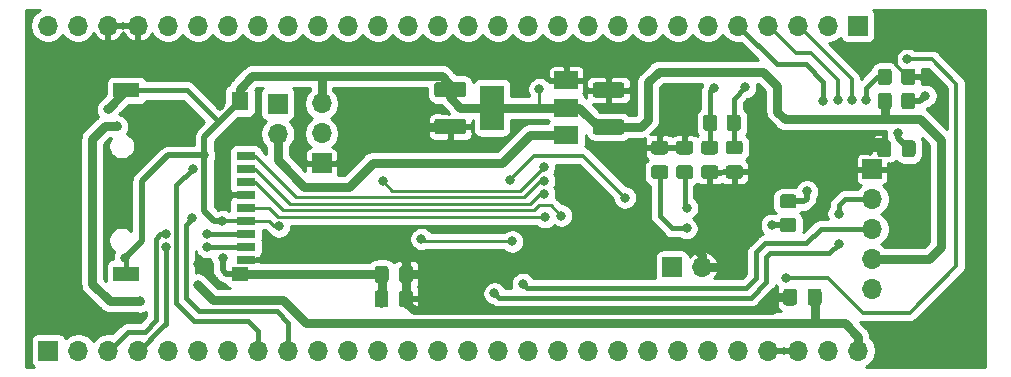
<source format=gbr>
%TF.GenerationSoftware,KiCad,Pcbnew,(5.1.10)-1*%
%TF.CreationDate,2021-08-29T21:18:50+07:00*%
%TF.ProjectId,stm32f405rgt6_Mini,73746d33-3266-4343-9035-726774365f4d,rev?*%
%TF.SameCoordinates,Original*%
%TF.FileFunction,Copper,L2,Bot*%
%TF.FilePolarity,Positive*%
%FSLAX46Y46*%
G04 Gerber Fmt 4.6, Leading zero omitted, Abs format (unit mm)*
G04 Created by KiCad (PCBNEW (5.1.10)-1) date 2021-08-29 21:18:50*
%MOMM*%
%LPD*%
G01*
G04 APERTURE LIST*
%TA.AperFunction,SMDPad,CuDef*%
%ADD10R,2.200000X1.200000*%
%TD*%
%TA.AperFunction,SMDPad,CuDef*%
%ADD11R,1.400000X1.600000*%
%TD*%
%TA.AperFunction,SMDPad,CuDef*%
%ADD12R,1.400000X1.200000*%
%TD*%
%TA.AperFunction,SMDPad,CuDef*%
%ADD13R,1.600000X0.700000*%
%TD*%
%TA.AperFunction,ComponentPad*%
%ADD14R,1.700000X1.700000*%
%TD*%
%TA.AperFunction,ComponentPad*%
%ADD15O,1.700000X1.700000*%
%TD*%
%TA.AperFunction,SMDPad,CuDef*%
%ADD16R,2.000000X3.800000*%
%TD*%
%TA.AperFunction,SMDPad,CuDef*%
%ADD17R,2.000000X1.500000*%
%TD*%
%TA.AperFunction,ViaPad*%
%ADD18C,0.800000*%
%TD*%
%TA.AperFunction,Conductor*%
%ADD19C,0.750000*%
%TD*%
%TA.AperFunction,Conductor*%
%ADD20C,0.250000*%
%TD*%
%TA.AperFunction,Conductor*%
%ADD21C,0.500000*%
%TD*%
%TA.AperFunction,Conductor*%
%ADD22C,0.400000*%
%TD*%
%TA.AperFunction,Conductor*%
%ADD23C,0.350000*%
%TD*%
%TA.AperFunction,Conductor*%
%ADD24C,0.450000*%
%TD*%
%TA.AperFunction,Conductor*%
%ADD25C,0.254000*%
%TD*%
%TA.AperFunction,Conductor*%
%ADD26C,0.100000*%
%TD*%
G04 APERTURE END LIST*
%TO.P,C13,2*%
%TO.N,GND*%
%TA.AperFunction,SMDPad,CuDef*%
G36*
G01*
X128262400Y-91122080D02*
X127312400Y-91122080D01*
G75*
G02*
X127062400Y-90872080I0J250000D01*
G01*
X127062400Y-90197080D01*
G75*
G02*
X127312400Y-89947080I250000J0D01*
G01*
X128262400Y-89947080D01*
G75*
G02*
X128512400Y-90197080I0J-250000D01*
G01*
X128512400Y-90872080D01*
G75*
G02*
X128262400Y-91122080I-250000J0D01*
G01*
G37*
%TD.AperFunction*%
%TO.P,C13,1*%
%TO.N,Net-(C13-Pad1)*%
%TA.AperFunction,SMDPad,CuDef*%
G36*
G01*
X128262400Y-93197080D02*
X127312400Y-93197080D01*
G75*
G02*
X127062400Y-92947080I0J250000D01*
G01*
X127062400Y-92272080D01*
G75*
G02*
X127312400Y-92022080I250000J0D01*
G01*
X128262400Y-92022080D01*
G75*
G02*
X128512400Y-92272080I0J-250000D01*
G01*
X128512400Y-92947080D01*
G75*
G02*
X128262400Y-93197080I-250000J0D01*
G01*
G37*
%TD.AperFunction*%
%TD*%
D10*
%TO.P,J4,6*%
%TO.N,+3V3*%
X80537000Y-85696600D03*
X80537000Y-101196600D03*
D11*
X90137000Y-86596600D03*
D12*
X90137000Y-101196600D03*
D13*
%TO.P,J4,9*%
%TO.N,GND*%
X90637000Y-100046600D03*
%TO.P,J4,7*%
%TO.N,PC8*%
X90637000Y-97846600D03*
%TO.P,J4,8*%
%TO.N,PC9*%
X90637000Y-98946600D03*
%TO.P,J4,6*%
%TO.N,+3V3*%
X90637000Y-96746600D03*
%TO.P,J4,5*%
%TO.N,PC12*%
X90637000Y-95646600D03*
%TO.P,J4,4*%
%TO.N,GND*%
X90637000Y-94546600D03*
%TO.P,J4,1*%
%TO.N,PC10*%
X90637000Y-91246600D03*
%TO.P,J4,2*%
%TO.N,PC11*%
X90637000Y-92346600D03*
%TO.P,J4,3*%
%TO.N,PD2*%
X90637000Y-93446600D03*
%TD*%
%TO.P,C1,2*%
%TO.N,+3V3*%
%TA.AperFunction,SMDPad,CuDef*%
G36*
G01*
X102724800Y-100794800D02*
X102724800Y-101744800D01*
G75*
G02*
X102474800Y-101994800I-250000J0D01*
G01*
X101799800Y-101994800D01*
G75*
G02*
X101549800Y-101744800I0J250000D01*
G01*
X101549800Y-100794800D01*
G75*
G02*
X101799800Y-100544800I250000J0D01*
G01*
X102474800Y-100544800D01*
G75*
G02*
X102724800Y-100794800I0J-250000D01*
G01*
G37*
%TD.AperFunction*%
%TO.P,C1,1*%
%TO.N,GND*%
%TA.AperFunction,SMDPad,CuDef*%
G36*
G01*
X104799800Y-100794800D02*
X104799800Y-101744800D01*
G75*
G02*
X104549800Y-101994800I-250000J0D01*
G01*
X103874800Y-101994800D01*
G75*
G02*
X103624800Y-101744800I0J250000D01*
G01*
X103624800Y-100794800D01*
G75*
G02*
X103874800Y-100544800I250000J0D01*
G01*
X104549800Y-100544800D01*
G75*
G02*
X104799800Y-100794800I0J-250000D01*
G01*
G37*
%TD.AperFunction*%
%TD*%
%TO.P,C3,2*%
%TO.N,+5V*%
%TA.AperFunction,SMDPad,CuDef*%
G36*
G01*
X138206900Y-103667580D02*
X138206900Y-102717580D01*
G75*
G02*
X138456900Y-102467580I250000J0D01*
G01*
X139131900Y-102467580D01*
G75*
G02*
X139381900Y-102717580I0J-250000D01*
G01*
X139381900Y-103667580D01*
G75*
G02*
X139131900Y-103917580I-250000J0D01*
G01*
X138456900Y-103917580D01*
G75*
G02*
X138206900Y-103667580I0J250000D01*
G01*
G37*
%TD.AperFunction*%
%TO.P,C3,1*%
%TO.N,GND*%
%TA.AperFunction,SMDPad,CuDef*%
G36*
G01*
X136131900Y-103667580D02*
X136131900Y-102717580D01*
G75*
G02*
X136381900Y-102467580I250000J0D01*
G01*
X137056900Y-102467580D01*
G75*
G02*
X137306900Y-102717580I0J-250000D01*
G01*
X137306900Y-103667580D01*
G75*
G02*
X137056900Y-103917580I-250000J0D01*
G01*
X136381900Y-103917580D01*
G75*
G02*
X136131900Y-103667580I0J250000D01*
G01*
G37*
%TD.AperFunction*%
%TD*%
%TO.P,C7,2*%
%TO.N,GND*%
%TA.AperFunction,SMDPad,CuDef*%
G36*
G01*
X106855078Y-88090580D02*
X109055082Y-88090580D01*
G75*
G02*
X109305080Y-88340578I0J-249998D01*
G01*
X109305080Y-89165582D01*
G75*
G02*
X109055082Y-89415580I-249998J0D01*
G01*
X106855078Y-89415580D01*
G75*
G02*
X106605080Y-89165582I0J249998D01*
G01*
X106605080Y-88340578D01*
G75*
G02*
X106855078Y-88090580I249998J0D01*
G01*
G37*
%TD.AperFunction*%
%TO.P,C7,1*%
%TO.N,+3V3*%
%TA.AperFunction,SMDPad,CuDef*%
G36*
G01*
X106855078Y-84965580D02*
X109055082Y-84965580D01*
G75*
G02*
X109305080Y-85215578I0J-249998D01*
G01*
X109305080Y-86040582D01*
G75*
G02*
X109055082Y-86290580I-249998J0D01*
G01*
X106855078Y-86290580D01*
G75*
G02*
X106605080Y-86040582I0J249998D01*
G01*
X106605080Y-85215578D01*
G75*
G02*
X106855078Y-84965580I249998J0D01*
G01*
G37*
%TD.AperFunction*%
%TD*%
%TO.P,C8,1*%
%TO.N,+3V3*%
%TA.AperFunction,SMDPad,CuDef*%
G36*
G01*
X122448502Y-89446060D02*
X120248498Y-89446060D01*
G75*
G02*
X119998500Y-89196062I0J249998D01*
G01*
X119998500Y-88371058D01*
G75*
G02*
X120248498Y-88121060I249998J0D01*
G01*
X122448502Y-88121060D01*
G75*
G02*
X122698500Y-88371058I0J-249998D01*
G01*
X122698500Y-89196062D01*
G75*
G02*
X122448502Y-89446060I-249998J0D01*
G01*
G37*
%TD.AperFunction*%
%TO.P,C8,2*%
%TO.N,GND*%
%TA.AperFunction,SMDPad,CuDef*%
G36*
G01*
X122448502Y-86321060D02*
X120248498Y-86321060D01*
G75*
G02*
X119998500Y-86071062I0J249998D01*
G01*
X119998500Y-85246058D01*
G75*
G02*
X120248498Y-84996060I249998J0D01*
G01*
X122448502Y-84996060D01*
G75*
G02*
X122698500Y-85246058I0J-249998D01*
G01*
X122698500Y-86071062D01*
G75*
G02*
X122448502Y-86321060I-249998J0D01*
G01*
G37*
%TD.AperFunction*%
%TD*%
%TO.P,C9,1*%
%TO.N,Net-(C9-Pad1)*%
%TA.AperFunction,SMDPad,CuDef*%
G36*
G01*
X131526260Y-89934380D02*
X132476260Y-89934380D01*
G75*
G02*
X132726260Y-90184380I0J-250000D01*
G01*
X132726260Y-90859380D01*
G75*
G02*
X132476260Y-91109380I-250000J0D01*
G01*
X131526260Y-91109380D01*
G75*
G02*
X131276260Y-90859380I0J250000D01*
G01*
X131276260Y-90184380D01*
G75*
G02*
X131526260Y-89934380I250000J0D01*
G01*
G37*
%TD.AperFunction*%
%TO.P,C9,2*%
%TO.N,GND*%
%TA.AperFunction,SMDPad,CuDef*%
G36*
G01*
X131526260Y-92009380D02*
X132476260Y-92009380D01*
G75*
G02*
X132726260Y-92259380I0J-250000D01*
G01*
X132726260Y-92934380D01*
G75*
G02*
X132476260Y-93184380I-250000J0D01*
G01*
X131526260Y-93184380D01*
G75*
G02*
X131276260Y-92934380I0J250000D01*
G01*
X131276260Y-92259380D01*
G75*
G02*
X131526260Y-92009380I250000J0D01*
G01*
G37*
%TD.AperFunction*%
%TD*%
%TO.P,C10,2*%
%TO.N,GND*%
%TA.AperFunction,SMDPad,CuDef*%
G36*
G01*
X129438380Y-92019540D02*
X130388380Y-92019540D01*
G75*
G02*
X130638380Y-92269540I0J-250000D01*
G01*
X130638380Y-92944540D01*
G75*
G02*
X130388380Y-93194540I-250000J0D01*
G01*
X129438380Y-93194540D01*
G75*
G02*
X129188380Y-92944540I0J250000D01*
G01*
X129188380Y-92269540D01*
G75*
G02*
X129438380Y-92019540I250000J0D01*
G01*
G37*
%TD.AperFunction*%
%TO.P,C10,1*%
%TO.N,Net-(C10-Pad1)*%
%TA.AperFunction,SMDPad,CuDef*%
G36*
G01*
X129438380Y-89944540D02*
X130388380Y-89944540D01*
G75*
G02*
X130638380Y-90194540I0J-250000D01*
G01*
X130638380Y-90869540D01*
G75*
G02*
X130388380Y-91119540I-250000J0D01*
G01*
X129438380Y-91119540D01*
G75*
G02*
X129188380Y-90869540I0J250000D01*
G01*
X129188380Y-90194540D01*
G75*
G02*
X129438380Y-89944540I250000J0D01*
G01*
G37*
%TD.AperFunction*%
%TD*%
%TO.P,C11,2*%
%TO.N,GND*%
%TA.AperFunction,SMDPad,CuDef*%
G36*
G01*
X145269800Y-90152200D02*
X145269800Y-91102200D01*
G75*
G02*
X145019800Y-91352200I-250000J0D01*
G01*
X144344800Y-91352200D01*
G75*
G02*
X144094800Y-91102200I0J250000D01*
G01*
X144094800Y-90152200D01*
G75*
G02*
X144344800Y-89902200I250000J0D01*
G01*
X145019800Y-89902200D01*
G75*
G02*
X145269800Y-90152200I0J-250000D01*
G01*
G37*
%TD.AperFunction*%
%TO.P,C11,1*%
%TO.N,Reset*%
%TA.AperFunction,SMDPad,CuDef*%
G36*
G01*
X147344800Y-90152200D02*
X147344800Y-91102200D01*
G75*
G02*
X147094800Y-91352200I-250000J0D01*
G01*
X146419800Y-91352200D01*
G75*
G02*
X146169800Y-91102200I0J250000D01*
G01*
X146169800Y-90152200D01*
G75*
G02*
X146419800Y-89902200I250000J0D01*
G01*
X147094800Y-89902200D01*
G75*
G02*
X147344800Y-90152200I0J-250000D01*
G01*
G37*
%TD.AperFunction*%
%TD*%
%TO.P,C12,2*%
%TO.N,GND*%
%TA.AperFunction,SMDPad,CuDef*%
G36*
G01*
X126151660Y-91119540D02*
X125201660Y-91119540D01*
G75*
G02*
X124951660Y-90869540I0J250000D01*
G01*
X124951660Y-90194540D01*
G75*
G02*
X125201660Y-89944540I250000J0D01*
G01*
X126151660Y-89944540D01*
G75*
G02*
X126401660Y-90194540I0J-250000D01*
G01*
X126401660Y-90869540D01*
G75*
G02*
X126151660Y-91119540I-250000J0D01*
G01*
G37*
%TD.AperFunction*%
%TO.P,C12,1*%
%TO.N,Net-(C12-Pad1)*%
%TA.AperFunction,SMDPad,CuDef*%
G36*
G01*
X126151660Y-93194540D02*
X125201660Y-93194540D01*
G75*
G02*
X124951660Y-92944540I0J250000D01*
G01*
X124951660Y-92269540D01*
G75*
G02*
X125201660Y-92019540I250000J0D01*
G01*
X126151660Y-92019540D01*
G75*
G02*
X126401660Y-92269540I0J-250000D01*
G01*
X126401660Y-92944540D01*
G75*
G02*
X126151660Y-93194540I-250000J0D01*
G01*
G37*
%TD.AperFunction*%
%TD*%
%TO.P,C15,2*%
%TO.N,+3V3*%
%TA.AperFunction,SMDPad,CuDef*%
G36*
G01*
X102714640Y-102869980D02*
X102714640Y-103819980D01*
G75*
G02*
X102464640Y-104069980I-250000J0D01*
G01*
X101789640Y-104069980D01*
G75*
G02*
X101539640Y-103819980I0J250000D01*
G01*
X101539640Y-102869980D01*
G75*
G02*
X101789640Y-102619980I250000J0D01*
G01*
X102464640Y-102619980D01*
G75*
G02*
X102714640Y-102869980I0J-250000D01*
G01*
G37*
%TD.AperFunction*%
%TO.P,C15,1*%
%TO.N,GND*%
%TA.AperFunction,SMDPad,CuDef*%
G36*
G01*
X104789640Y-102869980D02*
X104789640Y-103819980D01*
G75*
G02*
X104539640Y-104069980I-250000J0D01*
G01*
X103864640Y-104069980D01*
G75*
G02*
X103614640Y-103819980I0J250000D01*
G01*
X103614640Y-102869980D01*
G75*
G02*
X103864640Y-102619980I250000J0D01*
G01*
X104539640Y-102619980D01*
G75*
G02*
X104789640Y-102869980I0J-250000D01*
G01*
G37*
%TD.AperFunction*%
%TD*%
D14*
%TO.P,SWD PROG,1*%
%TO.N,GND*%
X143654780Y-92351860D03*
D15*
%TO.P,SWD PROG,2*%
%TO.N,PA14*%
X143654780Y-94891860D03*
%TO.P,SWD PROG,3*%
%TO.N,PA13*%
X143654780Y-97431860D03*
%TO.P,SWD PROG,4*%
%TO.N,+3V3*%
X143654780Y-99971860D03*
%TO.P,SWD PROG,5*%
%TO.N,+5V*%
X143654780Y-102511860D03*
%TD*%
%TO.P,VBat,2*%
%TO.N,GND*%
X129273300Y-100647500D03*
D14*
%TO.P,VBat,1*%
%TO.N,VBat*%
X126733300Y-100647500D03*
%TD*%
%TO.P,5V_IN,1*%
%TO.N,+5V*%
X93345000Y-86817200D03*
D15*
%TO.P,5V_IN,2*%
%TO.N,Net-(J14-Pad2)*%
X93345000Y-89357200D03*
%TD*%
%TO.P,R3,2*%
%TO.N,Net-(D1-Pad2)*%
%TA.AperFunction,SMDPad,CuDef*%
G36*
G01*
X145332500Y-84098979D02*
X145332500Y-84998981D01*
G75*
G02*
X145082501Y-85248980I-249999J0D01*
G01*
X144382499Y-85248980D01*
G75*
G02*
X144132500Y-84998981I0J249999D01*
G01*
X144132500Y-84098979D01*
G75*
G02*
X144382499Y-83848980I249999J0D01*
G01*
X145082501Y-83848980D01*
G75*
G02*
X145332500Y-84098979I0J-249999D01*
G01*
G37*
%TD.AperFunction*%
%TO.P,R3,1*%
%TO.N,GND*%
%TA.AperFunction,SMDPad,CuDef*%
G36*
G01*
X147332500Y-84098979D02*
X147332500Y-84998981D01*
G75*
G02*
X147082501Y-85248980I-249999J0D01*
G01*
X146382499Y-85248980D01*
G75*
G02*
X146132500Y-84998981I0J249999D01*
G01*
X146132500Y-84098979D01*
G75*
G02*
X146382499Y-83848980I249999J0D01*
G01*
X147082501Y-83848980D01*
G75*
G02*
X147332500Y-84098979I0J-249999D01*
G01*
G37*
%TD.AperFunction*%
%TD*%
%TO.P,R8,1*%
%TO.N,Net-(C9-Pad1)*%
%TA.AperFunction,SMDPad,CuDef*%
G36*
G01*
X132552240Y-87982639D02*
X132552240Y-88882641D01*
G75*
G02*
X132302241Y-89132640I-249999J0D01*
G01*
X131602239Y-89132640D01*
G75*
G02*
X131352240Y-88882641I0J249999D01*
G01*
X131352240Y-87982639D01*
G75*
G02*
X131602239Y-87732640I249999J0D01*
G01*
X132302241Y-87732640D01*
G75*
G02*
X132552240Y-87982639I0J-249999D01*
G01*
G37*
%TD.AperFunction*%
%TO.P,R8,2*%
%TO.N,Net-(C10-Pad1)*%
%TA.AperFunction,SMDPad,CuDef*%
G36*
G01*
X130552240Y-87982639D02*
X130552240Y-88882641D01*
G75*
G02*
X130302241Y-89132640I-249999J0D01*
G01*
X129602239Y-89132640D01*
G75*
G02*
X129352240Y-88882641I0J249999D01*
G01*
X129352240Y-87982639D01*
G75*
G02*
X129602239Y-87732640I249999J0D01*
G01*
X130302241Y-87732640D01*
G75*
G02*
X130552240Y-87982639I0J-249999D01*
G01*
G37*
%TD.AperFunction*%
%TD*%
%TO.P,R10,1*%
%TO.N,Reset*%
%TA.AperFunction,SMDPad,CuDef*%
G36*
G01*
X147332500Y-86138599D02*
X147332500Y-87038601D01*
G75*
G02*
X147082501Y-87288600I-249999J0D01*
G01*
X146382499Y-87288600D01*
G75*
G02*
X146132500Y-87038601I0J249999D01*
G01*
X146132500Y-86138599D01*
G75*
G02*
X146382499Y-85888600I249999J0D01*
G01*
X147082501Y-85888600D01*
G75*
G02*
X147332500Y-86138599I0J-249999D01*
G01*
G37*
%TD.AperFunction*%
%TO.P,R10,2*%
%TO.N,+3V3*%
%TA.AperFunction,SMDPad,CuDef*%
G36*
G01*
X145332500Y-86138599D02*
X145332500Y-87038601D01*
G75*
G02*
X145082501Y-87288600I-249999J0D01*
G01*
X144382499Y-87288600D01*
G75*
G02*
X144132500Y-87038601I0J249999D01*
G01*
X144132500Y-86138599D01*
G75*
G02*
X144382499Y-85888600I249999J0D01*
G01*
X145082501Y-85888600D01*
G75*
G02*
X145332500Y-86138599I0J-249999D01*
G01*
G37*
%TD.AperFunction*%
%TD*%
D16*
%TO.P,AMS1117-3.3,2*%
%TO.N,+3V3*%
X111480200Y-87147400D03*
D17*
X117780200Y-87147400D03*
%TO.P,AMS1117-3.3,3*%
%TO.N,Net-(J14-Pad2)*%
X117780200Y-89447400D03*
%TO.P,AMS1117-3.3,1*%
%TO.N,GND*%
X117780200Y-84847400D03*
%TD*%
%TO.P,R7,1*%
%TO.N,+3V3*%
%TA.AperFunction,SMDPad,CuDef*%
G36*
G01*
X137000401Y-97688200D02*
X136100399Y-97688200D01*
G75*
G02*
X135850400Y-97438201I0J249999D01*
G01*
X135850400Y-96738199D01*
G75*
G02*
X136100399Y-96488200I249999J0D01*
G01*
X137000401Y-96488200D01*
G75*
G02*
X137250400Y-96738199I0J-249999D01*
G01*
X137250400Y-97438201D01*
G75*
G02*
X137000401Y-97688200I-249999J0D01*
G01*
G37*
%TD.AperFunction*%
%TO.P,R7,2*%
%TO.N,PC1*%
%TA.AperFunction,SMDPad,CuDef*%
G36*
G01*
X137000401Y-95688200D02*
X136100399Y-95688200D01*
G75*
G02*
X135850400Y-95438201I0J249999D01*
G01*
X135850400Y-94738199D01*
G75*
G02*
X136100399Y-94488200I249999J0D01*
G01*
X137000401Y-94488200D01*
G75*
G02*
X137250400Y-94738199I0J-249999D01*
G01*
X137250400Y-95438201D01*
G75*
G02*
X137000401Y-95688200I-249999J0D01*
G01*
G37*
%TD.AperFunction*%
%TD*%
D14*
%TO.P,BOOT0,1*%
%TO.N,GND*%
X97053400Y-91871800D03*
D15*
%TO.P,BOOT0,2*%
%TO.N,Net-(J1-Pad2)*%
X97053400Y-89331800D03*
%TO.P,BOOT0,3*%
%TO.N,+3V3*%
X97053400Y-86791800D03*
%TD*%
D14*
%TO.P,.,1*%
%TO.N,Reset*%
X142458440Y-80203040D03*
D15*
%TO.P,.,2*%
%TO.N,PC0*%
X139918440Y-80203040D03*
%TO.P,.,3*%
%TO.N,PC1*%
X137378440Y-80203040D03*
%TO.P,.,4*%
%TO.N,PC2*%
X134838440Y-80203040D03*
%TO.P,.,5*%
%TO.N,PC3*%
X132298440Y-80203040D03*
%TO.P,.,6*%
%TO.N,PA0*%
X129758440Y-80203040D03*
%TO.P,.,7*%
%TO.N,PA1*%
X127218440Y-80203040D03*
%TO.P,.,8*%
%TO.N,PA2*%
X124678440Y-80203040D03*
%TO.P,.,9*%
%TO.N,PA3*%
X122138440Y-80203040D03*
%TO.P,.,10*%
%TO.N,PA4*%
X119598440Y-80203040D03*
%TO.P,.,11*%
%TO.N,PA5*%
X117058440Y-80203040D03*
%TO.P,.,12*%
%TO.N,PA6*%
X114518440Y-80203040D03*
%TO.P,.,13*%
%TO.N,PA7*%
X111978440Y-80203040D03*
%TO.P,.,14*%
%TO.N,PC4*%
X109438440Y-80203040D03*
%TO.P,.,15*%
%TO.N,PC5*%
X106898440Y-80203040D03*
%TO.P,.,16*%
%TO.N,PB0*%
X104358440Y-80203040D03*
%TO.P,.,17*%
%TO.N,PB1*%
X101818440Y-80203040D03*
%TO.P,.,18*%
%TO.N,PB2*%
X99278440Y-80203040D03*
%TO.P,.,19*%
%TO.N,PB10*%
X96738440Y-80203040D03*
%TO.P,.,20*%
%TO.N,PB11*%
X94198440Y-80203040D03*
%TO.P,.,21*%
%TO.N,PB12*%
X91658440Y-80203040D03*
%TO.P,.,22*%
%TO.N,PB13*%
X89118440Y-80203040D03*
%TO.P,.,23*%
%TO.N,PB14*%
X86578440Y-80203040D03*
%TO.P,.,24*%
%TO.N,PB15*%
X84038440Y-80203040D03*
%TO.P,.,25*%
%TO.N,GND*%
X81498440Y-80203040D03*
%TO.P,.,26*%
X78958440Y-80203040D03*
%TO.P,.,27*%
%TO.N,+3V3*%
X76418440Y-80203040D03*
%TO.P,.,28*%
%TO.N,+5V*%
X73878440Y-80203040D03*
%TD*%
%TO.P,.,28*%
%TO.N,+5V*%
X142504160Y-107716320D03*
%TO.P,.,27*%
%TO.N,+3V3*%
X139964160Y-107716320D03*
%TO.P,.,26*%
%TO.N,GND*%
X137424160Y-107716320D03*
%TO.P,.,25*%
X134884160Y-107716320D03*
%TO.P,.,24*%
%TO.N,PC13*%
X132344160Y-107716320D03*
%TO.P,.,23*%
%TO.N,PB9*%
X129804160Y-107716320D03*
%TO.P,.,22*%
%TO.N,PB8*%
X127264160Y-107716320D03*
%TO.P,.,21*%
%TO.N,PB7*%
X124724160Y-107716320D03*
%TO.P,.,20*%
%TO.N,PB6*%
X122184160Y-107716320D03*
%TO.P,.,19*%
%TO.N,PB5*%
X119644160Y-107716320D03*
%TO.P,.,18*%
%TO.N,PB4*%
X117104160Y-107716320D03*
%TO.P,.,17*%
%TO.N,PB3*%
X114564160Y-107716320D03*
%TO.P,.,16*%
%TO.N,PD2*%
X112024160Y-107716320D03*
%TO.P,.,15*%
%TO.N,PC12*%
X109484160Y-107716320D03*
%TO.P,.,14*%
%TO.N,PC11*%
X106944160Y-107716320D03*
%TO.P,.,13*%
%TO.N,PC10*%
X104404160Y-107716320D03*
%TO.P,.,12*%
%TO.N,PA15*%
X101864160Y-107716320D03*
%TO.P,.,11*%
%TO.N,PA14*%
X99324160Y-107716320D03*
%TO.P,.,10*%
%TO.N,PA13*%
X96784160Y-107716320D03*
%TO.P,.,9*%
%TO.N,PA12*%
X94244160Y-107716320D03*
%TO.P,.,8*%
%TO.N,PA11*%
X91704160Y-107716320D03*
%TO.P,.,7*%
%TO.N,PA10*%
X89164160Y-107716320D03*
%TO.P,.,6*%
%TO.N,PA9*%
X86624160Y-107716320D03*
%TO.P,.,5*%
%TO.N,PA8*%
X84084160Y-107716320D03*
%TO.P,.,4*%
%TO.N,PC9*%
X81544160Y-107716320D03*
%TO.P,.,3*%
%TO.N,PC8*%
X79004160Y-107716320D03*
%TO.P,.,2*%
%TO.N,PC7*%
X76464160Y-107716320D03*
D14*
%TO.P,.,1*%
%TO.N,PC6*%
X73924160Y-107716320D03*
%TD*%
D18*
%TO.N,GND*%
X92529660Y-98333560D03*
X92539820Y-99245420D03*
X134594600Y-90093800D03*
X118724253Y-92730747D03*
X118262400Y-94513400D03*
X114147600Y-85166200D03*
X88290400Y-85623400D03*
X122199400Y-97053400D03*
X80065400Y-95508600D03*
X88849200Y-89916000D03*
X150548340Y-80868520D03*
X88442800Y-86969600D03*
X73964800Y-101117400D03*
X73964800Y-99966780D03*
X72456040Y-86796880D03*
X148808440Y-105559860D03*
X131593500Y-95423900D03*
X131593500Y-100740300D03*
X80137000Y-92003880D03*
X130903980Y-94124780D03*
X86601300Y-100393500D03*
X146423380Y-96161860D03*
X146415760Y-93642180D03*
X90601800Y-88976200D03*
X146443700Y-106690160D03*
X147563840Y-106690160D03*
X135475980Y-103177340D03*
X135224520Y-104312720D03*
X79014320Y-83444080D03*
X80126840Y-83469480D03*
X81264760Y-83469480D03*
X140591540Y-93644720D03*
X140591540Y-91229180D03*
X99161600Y-91704160D03*
X104264460Y-85793580D03*
X114665760Y-84023200D03*
X124020580Y-90568780D03*
X150538180Y-81953100D03*
X73985120Y-102219760D03*
X72448420Y-85603080D03*
X72456040Y-84381340D03*
X131589780Y-99631500D03*
X131589780Y-98470720D03*
X151075480Y-106678820D03*
X148805900Y-106682540D03*
X149966680Y-106682540D03*
X152524460Y-93484700D03*
X152524460Y-92364560D03*
X152513120Y-88852920D03*
X152516840Y-89961720D03*
X152516840Y-91122500D03*
X93502480Y-99253040D03*
X94414340Y-99242880D03*
X151516080Y-81963260D03*
X151526240Y-80878680D03*
%TO.N,+5V*%
X81661000Y-103555800D03*
X86563200Y-102133400D03*
X79745840Y-88732360D03*
%TO.N,+3V3*%
X80416400Y-99847400D03*
X115493800Y-85572400D03*
X87122000Y-91186000D03*
X88648000Y-96746600D03*
X135178800Y-97078800D03*
X88671400Y-99885500D03*
X78963520Y-87299800D03*
X93438980Y-97208340D03*
%TO.N,Net-(C9-Pad1)*%
X132918200Y-85420200D03*
%TO.N,Net-(C10-Pad1)*%
X130276600Y-85445600D03*
%TO.N,Reset*%
X148170900Y-86144100D03*
X145841720Y-89298780D03*
%TO.N,Net-(C12-Pad1)*%
X127952500Y-97370900D03*
%TO.N,Net-(C13-Pad1)*%
X127975362Y-95628458D03*
%TO.N,PA13*%
X114096800Y-102082600D03*
%TO.N,PA14*%
X111683800Y-102870000D03*
X140830300Y-98704400D03*
X140830300Y-96139000D03*
%TO.N,PC12*%
X115951000Y-96418402D03*
%TO.N,PD2*%
X117348000Y-96291400D03*
%TO.N,PC1*%
X138150600Y-94234000D03*
X141927580Y-86512398D03*
%TO.N,PC2*%
X140746480Y-86522560D03*
%TO.N,PC3*%
X139542520Y-86558120D03*
%TO.N,PB10*%
X122732800Y-94767400D03*
X113030000Y-93243400D03*
%TO.N,PC13*%
X136337040Y-101533960D03*
X146616420Y-83052920D03*
%TO.N,PC11*%
X115874800Y-94462602D03*
%TO.N,PC10*%
X115874634Y-93346294D03*
%TO.N,PA12*%
X86106000Y-96520000D03*
%TO.N,PA11*%
X86131400Y-92303600D03*
%TO.N,PC9*%
X87350600Y-98933000D03*
X83845400Y-98933000D03*
%TO.N,PC8*%
X87350600Y-97840800D03*
X83845400Y-97866200D03*
%TO.N,Net-(R9-Pad1)*%
X115860515Y-92216285D03*
X102235000Y-93370400D03*
%TO.N,Net-(D1-Pad2)*%
X143108734Y-86487054D03*
%TO.N,Net-(C17-Pad1)*%
X113194000Y-98475800D03*
X105511600Y-98272600D03*
%TD*%
D19*
%TO.N,GND*%
X104212300Y-103632000D02*
X104186900Y-103657400D01*
X104212300Y-101269800D02*
X104212300Y-100148300D01*
D20*
X118724253Y-94051547D02*
X118262400Y-94513400D01*
X118724253Y-92730747D02*
X118724253Y-94051547D01*
D19*
X117806500Y-84873700D02*
X117780200Y-84847400D01*
X117780200Y-84847400D02*
X117780200Y-84760200D01*
D21*
X80111600Y-95462400D02*
X80065400Y-95508600D01*
X88849200Y-94058800D02*
X88849200Y-89916000D01*
X89337000Y-94546600D02*
X88849200Y-94058800D01*
X90637000Y-94546600D02*
X89337000Y-94546600D01*
D19*
X131593500Y-100740300D02*
X131593500Y-95423900D01*
D22*
X80065400Y-91918002D02*
X80086202Y-91897200D01*
X80065400Y-95508600D02*
X80065400Y-91918002D01*
D19*
X129273300Y-99618800D02*
X129273300Y-100647500D01*
X128257300Y-98602800D02*
X129273300Y-99618800D01*
X115265200Y-98602800D02*
X128257300Y-98602800D01*
X112598200Y-101269800D02*
X115265200Y-98602800D01*
X104212300Y-101269800D02*
X112598200Y-101269800D01*
X131500700Y-100647500D02*
X131593500Y-100740300D01*
X129273300Y-100647500D02*
X131500700Y-100647500D01*
X143738600Y-90093800D02*
X134594600Y-90093800D01*
X144627600Y-90681900D02*
X144682300Y-90627200D01*
X144682300Y-90627200D02*
X144682300Y-90377100D01*
X144399000Y-90093800D02*
X143738600Y-90093800D01*
X144682300Y-90377100D02*
X144399000Y-90093800D01*
X135224520Y-104312720D02*
X104842220Y-104312720D01*
D22*
X92569220Y-100046600D02*
X93416120Y-99199700D01*
X90637000Y-100046600D02*
X92569220Y-100046600D01*
D19*
X103263700Y-99199700D02*
X104212300Y-100148300D01*
X93416120Y-99199700D02*
X103263700Y-99199700D01*
D22*
X122199400Y-97053400D02*
X122923300Y-97053400D01*
X122923300Y-97053400D02*
X123888500Y-96088200D01*
X123888500Y-96088200D02*
X123888500Y-90934540D01*
X124291000Y-90532040D02*
X125676660Y-90532040D01*
X123888500Y-90934540D02*
X124291000Y-90532040D01*
D19*
X104212300Y-103334820D02*
X104202140Y-103344980D01*
X104212300Y-101269800D02*
X104212300Y-103334820D01*
X104202140Y-103672640D02*
X104842220Y-104312720D01*
X104202140Y-103344980D02*
X104202140Y-103672640D01*
X105331660Y-88753080D02*
X104264460Y-87685880D01*
X104264460Y-87685880D02*
X104264460Y-85793580D01*
X107955080Y-88753080D02*
X105331660Y-88753080D01*
X136704160Y-103177340D02*
X136719400Y-103192580D01*
X135475980Y-103177340D02*
X136704160Y-103177340D01*
D23*
X149684439Y-82117899D02*
X150416260Y-82849720D01*
X146287599Y-82117899D02*
X149684439Y-82117899D01*
X145704560Y-82700938D02*
X146287599Y-82117899D01*
X145704560Y-83521040D02*
X145704560Y-82700938D01*
X146732500Y-84548980D02*
X145704560Y-83521040D01*
D19*
%TO.N,+5V*%
X142494000Y-107797600D02*
X142494000Y-106553000D01*
X142494000Y-106553000D02*
X141351000Y-105410000D01*
D24*
X141397900Y-105363100D02*
X141351000Y-105410000D01*
D19*
X141351000Y-105410000D02*
X140157200Y-105410000D01*
X78729840Y-88732360D02*
X79745840Y-88732360D01*
X77647800Y-89814400D02*
X78729840Y-88732360D01*
X77647800Y-102082600D02*
X77647800Y-89814400D01*
X79121000Y-103555800D02*
X77647800Y-102082600D01*
X81661000Y-103555800D02*
X79121000Y-103555800D01*
X95732600Y-105410000D02*
X93751400Y-103428800D01*
X93751400Y-103428800D02*
X87858600Y-103428800D01*
X87858600Y-103428800D02*
X86563200Y-102133400D01*
X138794400Y-105403740D02*
X138788140Y-105410000D01*
X138794400Y-103192580D02*
X138794400Y-105403740D01*
X138788140Y-105410000D02*
X95732600Y-105410000D01*
X140157200Y-105410000D02*
X138788140Y-105410000D01*
%TO.N,+3V3*%
X102137300Y-103632000D02*
X102111900Y-103657400D01*
X90210200Y-101269800D02*
X90137000Y-101196600D01*
X102137300Y-101269800D02*
X90210200Y-101269800D01*
D24*
X85671200Y-85696600D02*
X80537000Y-85696600D01*
X88341200Y-88366600D02*
X85671200Y-85696600D01*
X80537000Y-99968000D02*
X80416400Y-99847400D01*
X80537000Y-101196600D02*
X80537000Y-99968000D01*
D20*
X115493800Y-86995000D02*
X115341400Y-87147400D01*
X115493800Y-85572400D02*
X115493800Y-86995000D01*
D19*
X115341400Y-87147400D02*
X111480200Y-87147400D01*
X117780200Y-87147400D02*
X115341400Y-87147400D01*
D21*
X80416400Y-99847400D02*
X81838800Y-98425000D01*
X81838800Y-98425000D02*
X81838800Y-93370400D01*
X81838800Y-93370400D02*
X84023200Y-91186000D01*
X84023200Y-91186000D02*
X87122000Y-91186000D01*
D23*
X90637000Y-96746600D02*
X88648000Y-96746600D01*
D21*
X88648000Y-96746600D02*
X87983600Y-96746600D01*
X87122000Y-95885000D02*
X87122000Y-91186000D01*
X87983600Y-96746600D02*
X87122000Y-95885000D01*
X87122000Y-89611600D02*
X90137000Y-86596600D01*
X87122000Y-91186000D02*
X87122000Y-89611600D01*
X135188200Y-97088200D02*
X135178800Y-97078800D01*
X136550400Y-97088200D02*
X135188200Y-97088200D01*
D19*
X97053400Y-86791800D02*
X97129600Y-86791800D01*
D21*
X97104200Y-86741000D02*
X97053400Y-86791800D01*
X90137000Y-101196600D02*
X88937000Y-101196600D01*
X88937000Y-101196600D02*
X88671400Y-100931000D01*
X88671400Y-100931000D02*
X88671400Y-99885500D01*
D19*
X78963520Y-87270080D02*
X78963520Y-87299800D01*
X80537000Y-85696600D02*
X78963520Y-87270080D01*
D20*
X90637000Y-96746600D02*
X92596240Y-96746600D01*
X93438980Y-97208340D02*
X93045280Y-97208340D01*
X92596240Y-96759300D02*
X92596240Y-96746600D01*
X93045280Y-97208340D02*
X92596240Y-96759300D01*
D19*
X102137300Y-103334820D02*
X102127140Y-103344980D01*
X102137300Y-101269800D02*
X102137300Y-103334820D01*
X107955080Y-86291420D02*
X107955080Y-85628080D01*
X108811060Y-87147400D02*
X107955080Y-86291420D01*
X111480200Y-87147400D02*
X108811060Y-87147400D01*
X117780200Y-87147400D02*
X118869460Y-87147400D01*
X120505620Y-88783560D02*
X121348500Y-88783560D01*
X118869460Y-87147400D02*
X120505620Y-88783560D01*
X147693380Y-88117680D02*
X149491700Y-89916000D01*
X135648700Y-85344000D02*
X135648700Y-87477600D01*
X134404100Y-84099400D02*
X135648700Y-85344000D01*
X149491700Y-89916000D02*
X149491700Y-98945700D01*
X125587760Y-84099400D02*
X134404100Y-84099400D01*
X124673360Y-85013800D02*
X125587760Y-84099400D01*
X124673360Y-88204040D02*
X124673360Y-85013800D01*
X148465540Y-99971860D02*
X143654780Y-99971860D01*
X124093840Y-88783560D02*
X124673360Y-88204040D01*
X149491700Y-98945700D02*
X148465540Y-99971860D01*
X135648700Y-87477600D02*
X136288780Y-88117680D01*
X121348500Y-88783560D02*
X124093840Y-88783560D01*
X144840960Y-88117680D02*
X147693380Y-88117680D01*
X136288780Y-88117680D02*
X144840960Y-88117680D01*
X144732500Y-88009220D02*
X144840960Y-88117680D01*
X144732500Y-86588600D02*
X144732500Y-88009220D01*
X107955080Y-85196680D02*
X107955080Y-85628080D01*
X107248960Y-84490560D02*
X107955080Y-85196680D01*
X90137000Y-85542100D02*
X91188540Y-84490560D01*
X90137000Y-86596600D02*
X90137000Y-85542100D01*
X97053400Y-84508340D02*
X97035620Y-84490560D01*
X97053400Y-86791800D02*
X97053400Y-84508340D01*
X97035620Y-84490560D02*
X107248960Y-84490560D01*
X91188540Y-84490560D02*
X97035620Y-84490560D01*
D22*
%TO.N,Net-(C9-Pad1)*%
X132001260Y-88481660D02*
X131952240Y-88432640D01*
X132001260Y-90521880D02*
X132001260Y-88481660D01*
X131952240Y-86386160D02*
X132918200Y-85420200D01*
X131952240Y-88432640D02*
X131952240Y-86386160D01*
%TO.N,Net-(C10-Pad1)*%
X129913380Y-88471500D02*
X129952240Y-88432640D01*
X129913380Y-90532040D02*
X129913380Y-88471500D01*
X129952240Y-85769960D02*
X130276600Y-85445600D01*
X129952240Y-88432640D02*
X129952240Y-85769960D01*
D21*
%TO.N,Reset*%
X147726400Y-86588600D02*
X148170900Y-86144100D01*
X146732500Y-86588600D02*
X147726400Y-86588600D01*
X146757300Y-90627200D02*
X145841720Y-89711620D01*
X145841720Y-89711620D02*
X145841720Y-89298780D01*
D22*
%TO.N,Net-(C12-Pad1)*%
X125676660Y-92607040D02*
X125676660Y-96324420D01*
X126723140Y-97370900D02*
X127952500Y-97370900D01*
X125676660Y-96324420D02*
X126723140Y-97370900D01*
%TO.N,Net-(C13-Pad1)*%
X127787400Y-95440496D02*
X127975362Y-95628458D01*
X127787400Y-92609580D02*
X127787400Y-95440496D01*
%TO.N,PA13*%
X139301220Y-97431860D02*
X143654780Y-97431860D01*
X138094720Y-98638360D02*
X139301220Y-97431860D01*
X134614920Y-98638360D02*
X138094720Y-98638360D01*
X133847840Y-99405440D02*
X134614920Y-98638360D01*
X133847840Y-101544120D02*
X133847840Y-99405440D01*
X132969000Y-102422960D02*
X133847840Y-101544120D01*
X114437160Y-102422960D02*
X132969000Y-102422960D01*
X114096800Y-102082600D02*
X114437160Y-102422960D01*
%TO.N,PA14*%
X112064800Y-103251000D02*
X111683800Y-102870000D01*
X133385560Y-103251000D02*
X112064800Y-103251000D01*
X134721600Y-99761040D02*
X134721600Y-101914960D01*
X135001000Y-99481640D02*
X134721600Y-99761040D01*
X137535920Y-99481640D02*
X135001000Y-99481640D01*
X134721600Y-101914960D02*
X133385560Y-103251000D01*
X140053060Y-99481640D02*
X140830300Y-98704400D01*
X137535920Y-99481640D02*
X140053060Y-99481640D01*
X140830300Y-96139000D02*
X140830300Y-95432880D01*
X141371320Y-94891860D02*
X143654780Y-94891860D01*
X140830300Y-95432880D02*
X141371320Y-94891860D01*
D20*
%TO.N,PC12*%
X115833802Y-96535600D02*
X115951000Y-96418402D01*
X92573200Y-95646600D02*
X90637000Y-95646600D01*
X93345002Y-96418402D02*
X92573200Y-95646600D01*
X115951000Y-96418402D02*
X93345002Y-96418402D01*
%TO.N,PD2*%
X91440000Y-93446600D02*
X90637000Y-93446600D01*
X93827600Y-95834200D02*
X91440000Y-93446600D01*
X115011200Y-95834200D02*
X93827600Y-95834200D01*
X115443000Y-95402400D02*
X115011200Y-95834200D01*
X116459000Y-95402400D02*
X115443000Y-95402400D01*
X117348000Y-96291400D02*
X116459000Y-95402400D01*
D21*
%TO.N,PC1*%
X138150600Y-94234000D02*
X138150600Y-94843600D01*
X137906000Y-95088200D02*
X136550400Y-95088200D01*
X138150600Y-94843600D02*
X137906000Y-95088200D01*
D23*
X141927580Y-84726780D02*
X141927580Y-86512398D01*
X137363200Y-80162400D02*
X141927580Y-84726780D01*
%TO.N,PC2*%
X138506200Y-82555080D02*
X140746480Y-84795360D01*
X134823200Y-80162400D02*
X137215880Y-82555080D01*
X137215880Y-82555080D02*
X138506200Y-82555080D01*
X140746480Y-84795360D02*
X140746480Y-86522560D01*
%TO.N,PC3*%
X132283200Y-80162400D02*
X132702300Y-80162400D01*
D22*
X139542520Y-86558120D02*
X139542520Y-84957920D01*
X139542520Y-84957920D02*
X138071860Y-83487260D01*
X135582660Y-83487260D02*
X132298440Y-80203040D01*
X138071860Y-83487260D02*
X135582660Y-83487260D01*
D23*
%TO.N,PB10*%
X122732800Y-94767400D02*
X119189199Y-91223799D01*
X119189199Y-91223799D02*
X115049601Y-91223799D01*
X115049601Y-91223799D02*
X113030000Y-93243400D01*
%TO.N,PC13*%
X148729700Y-83052920D02*
X146616420Y-83052920D01*
X150799800Y-85123020D02*
X148729700Y-83052920D01*
X150799800Y-100571300D02*
X150799800Y-85123020D01*
X146875500Y-104495600D02*
X150799800Y-100571300D01*
X142880080Y-104495600D02*
X146875500Y-104495600D01*
X139918440Y-101533960D02*
X142880080Y-104495600D01*
X136337040Y-101533960D02*
X139918440Y-101533960D01*
D20*
%TO.N,PC11*%
X94361000Y-95275400D02*
X91432200Y-92346600D01*
X91432200Y-92346600D02*
X90637000Y-92346600D01*
X114706400Y-95275400D02*
X94361000Y-95275400D01*
X115519198Y-94462602D02*
X114706400Y-95275400D01*
X115874800Y-94462602D02*
X115519198Y-94462602D01*
%TO.N,PC10*%
X115716196Y-93446600D02*
X115816502Y-93346294D01*
X115816502Y-93346294D02*
X115874634Y-93346294D01*
X91449800Y-91246600D02*
X90637000Y-91246600D01*
X94919800Y-94716600D02*
X91449800Y-91246600D01*
X114173000Y-94716600D02*
X94919800Y-94716600D01*
X115544600Y-93345000D02*
X114173000Y-94716600D01*
X115873340Y-93345000D02*
X115544600Y-93345000D01*
X115874634Y-93346294D02*
X115873340Y-93345000D01*
D22*
%TO.N,PA12*%
X85547200Y-97078800D02*
X86106000Y-96520000D01*
X85547200Y-103225600D02*
X85547200Y-97078800D01*
X86715600Y-104394000D02*
X85547200Y-103225600D01*
X93243400Y-104394000D02*
X86715600Y-104394000D01*
X94234000Y-105384600D02*
X93243400Y-104394000D01*
X94234000Y-107797600D02*
X94234000Y-105384600D01*
%TO.N,PA11*%
X84721700Y-93713300D02*
X86131400Y-92303600D01*
X84721700Y-103682800D02*
X84721700Y-93713300D01*
X86245700Y-105206800D02*
X84721700Y-103682800D01*
X90855800Y-105206800D02*
X86245700Y-105206800D01*
X91694000Y-106045000D02*
X90855800Y-105206800D01*
X91694000Y-107797600D02*
X91694000Y-106045000D01*
%TO.N,PC9*%
X81534000Y-107797600D02*
X83667600Y-105664000D01*
X83845400Y-105486200D02*
X83667600Y-105664000D01*
X83845400Y-98933000D02*
X83845400Y-105486200D01*
X90623400Y-98933000D02*
X90637000Y-98946600D01*
X87350600Y-98933000D02*
X90623400Y-98933000D01*
%TO.N,PC8*%
X90637000Y-97846600D02*
X87598800Y-97846600D01*
X87356400Y-97846600D02*
X87350600Y-97840800D01*
X87598800Y-97846600D02*
X87356400Y-97846600D01*
X80670400Y-106121200D02*
X78994000Y-107797600D01*
X82067400Y-106121200D02*
X80670400Y-106121200D01*
X83045399Y-105143201D02*
X82067400Y-106121200D01*
X83045399Y-98234401D02*
X83045399Y-105143201D01*
X83413600Y-97866200D02*
X83045399Y-98234401D01*
X83845400Y-97866200D02*
X83413600Y-97866200D01*
D20*
%TO.N,Net-(R9-Pad1)*%
X115860515Y-92216285D02*
X113893600Y-94183200D01*
X103047800Y-94183200D02*
X102235000Y-93370400D01*
X113893600Y-94183200D02*
X103047800Y-94183200D01*
D22*
%TO.N,Net-(D1-Pad2)*%
X143108734Y-85493806D02*
X143108734Y-86487054D01*
X144053560Y-84548980D02*
X143108734Y-85493806D01*
X144732500Y-84548980D02*
X144053560Y-84548980D01*
D19*
%TO.N,Net-(J14-Pad2)*%
X117780200Y-89447400D02*
X114717800Y-89447400D01*
X114717800Y-89447400D02*
X112344200Y-91821000D01*
X112344200Y-91821000D02*
X101396800Y-91821000D01*
X101396800Y-91821000D02*
X99364800Y-93853000D01*
X99364800Y-93853000D02*
X95580200Y-93853000D01*
X93345000Y-91617800D02*
X93345000Y-89357200D01*
X95580200Y-93853000D02*
X93345000Y-91617800D01*
D20*
%TO.N,Net-(C17-Pad1)*%
X105714800Y-98475800D02*
X105511600Y-98272600D01*
X113194000Y-98475800D02*
X105714800Y-98475800D01*
%TD*%
D25*
%TO.N,GND*%
X153248760Y-109068000D02*
X143121407Y-109068000D01*
X143207571Y-109032310D01*
X143450792Y-108869795D01*
X143657635Y-108662952D01*
X143820150Y-108419731D01*
X143932092Y-108149478D01*
X143989160Y-107862580D01*
X143989160Y-107570060D01*
X143932092Y-107283162D01*
X143820150Y-107012909D01*
X143657635Y-106769688D01*
X143504000Y-106616053D01*
X143504000Y-106602604D01*
X143508886Y-106552999D01*
X143501456Y-106477563D01*
X143489385Y-106355006D01*
X143431632Y-106164620D01*
X143337847Y-105989160D01*
X143211633Y-105835367D01*
X143173094Y-105803739D01*
X142637955Y-105268600D01*
X142721292Y-105293880D01*
X142840289Y-105305600D01*
X142840291Y-105305600D01*
X142880079Y-105309519D01*
X142919867Y-105305600D01*
X146835712Y-105305600D01*
X146875500Y-105309519D01*
X146915288Y-105305600D01*
X146915291Y-105305600D01*
X147034288Y-105293880D01*
X147186973Y-105247563D01*
X147327689Y-105172349D01*
X147451028Y-105071128D01*
X147476400Y-105040212D01*
X151344419Y-101172194D01*
X151375328Y-101146828D01*
X151456762Y-101047600D01*
X151476549Y-101023490D01*
X151525985Y-100931000D01*
X151551763Y-100882773D01*
X151598080Y-100730088D01*
X151609800Y-100611091D01*
X151609800Y-100611089D01*
X151613719Y-100571301D01*
X151609800Y-100531513D01*
X151609800Y-85162807D01*
X151613719Y-85123019D01*
X151608712Y-85072180D01*
X151598080Y-84964232D01*
X151551763Y-84811547D01*
X151476549Y-84670831D01*
X151375328Y-84547492D01*
X151344418Y-84522125D01*
X149330599Y-82508307D01*
X149305228Y-82477392D01*
X149181889Y-82376171D01*
X149041173Y-82300957D01*
X148888488Y-82254640D01*
X148769491Y-82242920D01*
X148769488Y-82242920D01*
X148729700Y-82239001D01*
X148689912Y-82242920D01*
X147267120Y-82242920D01*
X147106676Y-82135715D01*
X146918318Y-82057694D01*
X146718359Y-82017920D01*
X146514481Y-82017920D01*
X146314522Y-82057694D01*
X146126164Y-82135715D01*
X145956646Y-82248983D01*
X145812483Y-82393146D01*
X145699215Y-82562664D01*
X145621194Y-82751022D01*
X145581420Y-82950981D01*
X145581420Y-83154859D01*
X145621194Y-83354818D01*
X145648140Y-83419872D01*
X145575887Y-83360575D01*
X145422351Y-83278508D01*
X145255755Y-83227972D01*
X145082501Y-83210908D01*
X144382499Y-83210908D01*
X144209245Y-83227972D01*
X144042649Y-83278508D01*
X143889113Y-83360575D01*
X143754538Y-83471018D01*
X143644095Y-83605593D01*
X143562028Y-83759129D01*
X143516369Y-83909649D01*
X143493399Y-83928500D01*
X143460269Y-83955689D01*
X143434123Y-83987548D01*
X142737320Y-84684352D01*
X142737060Y-84681714D01*
X142725860Y-84567992D01*
X142679543Y-84415307D01*
X142643896Y-84348615D01*
X142604329Y-84274590D01*
X142544177Y-84201295D01*
X142503108Y-84151252D01*
X142472199Y-84125886D01*
X140034352Y-81688040D01*
X140064700Y-81688040D01*
X140351598Y-81630972D01*
X140621851Y-81519030D01*
X140865072Y-81356515D01*
X140996927Y-81224660D01*
X141018938Y-81297220D01*
X141077903Y-81407534D01*
X141157255Y-81504225D01*
X141253946Y-81583577D01*
X141364260Y-81642542D01*
X141483958Y-81678852D01*
X141608440Y-81691112D01*
X143308440Y-81691112D01*
X143432922Y-81678852D01*
X143552620Y-81642542D01*
X143662934Y-81583577D01*
X143759625Y-81504225D01*
X143838977Y-81407534D01*
X143897942Y-81297220D01*
X143934252Y-81177522D01*
X143946512Y-81053040D01*
X143946512Y-79353040D01*
X143934252Y-79228558D01*
X143897942Y-79108860D01*
X143838977Y-78998546D01*
X143759625Y-78901855D01*
X143741427Y-78886920D01*
X153248761Y-78886920D01*
X153248760Y-109068000D01*
%TA.AperFunction,Conductor*%
D26*
G36*
X153248760Y-109068000D02*
G01*
X143121407Y-109068000D01*
X143207571Y-109032310D01*
X143450792Y-108869795D01*
X143657635Y-108662952D01*
X143820150Y-108419731D01*
X143932092Y-108149478D01*
X143989160Y-107862580D01*
X143989160Y-107570060D01*
X143932092Y-107283162D01*
X143820150Y-107012909D01*
X143657635Y-106769688D01*
X143504000Y-106616053D01*
X143504000Y-106602604D01*
X143508886Y-106552999D01*
X143501456Y-106477563D01*
X143489385Y-106355006D01*
X143431632Y-106164620D01*
X143337847Y-105989160D01*
X143211633Y-105835367D01*
X143173094Y-105803739D01*
X142637955Y-105268600D01*
X142721292Y-105293880D01*
X142840289Y-105305600D01*
X142840291Y-105305600D01*
X142880079Y-105309519D01*
X142919867Y-105305600D01*
X146835712Y-105305600D01*
X146875500Y-105309519D01*
X146915288Y-105305600D01*
X146915291Y-105305600D01*
X147034288Y-105293880D01*
X147186973Y-105247563D01*
X147327689Y-105172349D01*
X147451028Y-105071128D01*
X147476400Y-105040212D01*
X151344419Y-101172194D01*
X151375328Y-101146828D01*
X151456762Y-101047600D01*
X151476549Y-101023490D01*
X151525985Y-100931000D01*
X151551763Y-100882773D01*
X151598080Y-100730088D01*
X151609800Y-100611091D01*
X151609800Y-100611089D01*
X151613719Y-100571301D01*
X151609800Y-100531513D01*
X151609800Y-85162807D01*
X151613719Y-85123019D01*
X151608712Y-85072180D01*
X151598080Y-84964232D01*
X151551763Y-84811547D01*
X151476549Y-84670831D01*
X151375328Y-84547492D01*
X151344418Y-84522125D01*
X149330599Y-82508307D01*
X149305228Y-82477392D01*
X149181889Y-82376171D01*
X149041173Y-82300957D01*
X148888488Y-82254640D01*
X148769491Y-82242920D01*
X148769488Y-82242920D01*
X148729700Y-82239001D01*
X148689912Y-82242920D01*
X147267120Y-82242920D01*
X147106676Y-82135715D01*
X146918318Y-82057694D01*
X146718359Y-82017920D01*
X146514481Y-82017920D01*
X146314522Y-82057694D01*
X146126164Y-82135715D01*
X145956646Y-82248983D01*
X145812483Y-82393146D01*
X145699215Y-82562664D01*
X145621194Y-82751022D01*
X145581420Y-82950981D01*
X145581420Y-83154859D01*
X145621194Y-83354818D01*
X145648140Y-83419872D01*
X145575887Y-83360575D01*
X145422351Y-83278508D01*
X145255755Y-83227972D01*
X145082501Y-83210908D01*
X144382499Y-83210908D01*
X144209245Y-83227972D01*
X144042649Y-83278508D01*
X143889113Y-83360575D01*
X143754538Y-83471018D01*
X143644095Y-83605593D01*
X143562028Y-83759129D01*
X143516369Y-83909649D01*
X143493399Y-83928500D01*
X143460269Y-83955689D01*
X143434123Y-83987548D01*
X142737320Y-84684352D01*
X142737060Y-84681714D01*
X142725860Y-84567992D01*
X142679543Y-84415307D01*
X142643896Y-84348615D01*
X142604329Y-84274590D01*
X142544177Y-84201295D01*
X142503108Y-84151252D01*
X142472199Y-84125886D01*
X140034352Y-81688040D01*
X140064700Y-81688040D01*
X140351598Y-81630972D01*
X140621851Y-81519030D01*
X140865072Y-81356515D01*
X140996927Y-81224660D01*
X141018938Y-81297220D01*
X141077903Y-81407534D01*
X141157255Y-81504225D01*
X141253946Y-81583577D01*
X141364260Y-81642542D01*
X141483958Y-81678852D01*
X141608440Y-81691112D01*
X143308440Y-81691112D01*
X143432922Y-81678852D01*
X143552620Y-81642542D01*
X143662934Y-81583577D01*
X143759625Y-81504225D01*
X143838977Y-81407534D01*
X143897942Y-81297220D01*
X143934252Y-81177522D01*
X143946512Y-81053040D01*
X143946512Y-79353040D01*
X143934252Y-79228558D01*
X143897942Y-79108860D01*
X143838977Y-78998546D01*
X143759625Y-78901855D01*
X143741427Y-78886920D01*
X153248761Y-78886920D01*
X153248760Y-109068000D01*
G37*
%TD.AperFunction*%
D25*
X73175029Y-78887050D02*
X72931808Y-79049565D01*
X72724965Y-79256408D01*
X72562450Y-79499629D01*
X72450508Y-79769882D01*
X72393440Y-80056780D01*
X72393440Y-80349300D01*
X72450508Y-80636198D01*
X72562450Y-80906451D01*
X72724965Y-81149672D01*
X72931808Y-81356515D01*
X73175029Y-81519030D01*
X73445282Y-81630972D01*
X73732180Y-81688040D01*
X74024700Y-81688040D01*
X74311598Y-81630972D01*
X74581851Y-81519030D01*
X74825072Y-81356515D01*
X75031915Y-81149672D01*
X75148440Y-80975280D01*
X75264965Y-81149672D01*
X75471808Y-81356515D01*
X75715029Y-81519030D01*
X75985282Y-81630972D01*
X76272180Y-81688040D01*
X76564700Y-81688040D01*
X76851598Y-81630972D01*
X77121851Y-81519030D01*
X77365072Y-81356515D01*
X77571915Y-81149672D01*
X77734430Y-80906451D01*
X77753909Y-80859425D01*
X77855712Y-81027742D01*
X78037792Y-81227027D01*
X78255252Y-81386961D01*
X78499735Y-81501397D01*
X78618511Y-81537423D01*
X78831440Y-81441797D01*
X78831440Y-80330040D01*
X79085440Y-80330040D01*
X79085440Y-81441797D01*
X79298369Y-81537423D01*
X79417145Y-81501397D01*
X79661628Y-81386961D01*
X79879088Y-81227027D01*
X80061168Y-81027742D01*
X80200871Y-80796764D01*
X80228440Y-80720675D01*
X80256009Y-80796764D01*
X80395712Y-81027742D01*
X80577792Y-81227027D01*
X80795252Y-81386961D01*
X81039735Y-81501397D01*
X81158511Y-81537423D01*
X81371440Y-81441797D01*
X81371440Y-80330040D01*
X80259054Y-80330040D01*
X80228440Y-80398655D01*
X80197826Y-80330040D01*
X79085440Y-80330040D01*
X78831440Y-80330040D01*
X78811440Y-80330040D01*
X78811440Y-80076040D01*
X78831440Y-80076040D01*
X78831440Y-80056040D01*
X79085440Y-80056040D01*
X79085440Y-80076040D01*
X80197826Y-80076040D01*
X80228440Y-80007425D01*
X80259054Y-80076040D01*
X81371440Y-80076040D01*
X81371440Y-80056040D01*
X81625440Y-80056040D01*
X81625440Y-80076040D01*
X81645440Y-80076040D01*
X81645440Y-80330040D01*
X81625440Y-80330040D01*
X81625440Y-81441797D01*
X81838369Y-81537423D01*
X81957145Y-81501397D01*
X82201628Y-81386961D01*
X82419088Y-81227027D01*
X82601168Y-81027742D01*
X82702971Y-80859425D01*
X82722450Y-80906451D01*
X82884965Y-81149672D01*
X83091808Y-81356515D01*
X83335029Y-81519030D01*
X83605282Y-81630972D01*
X83892180Y-81688040D01*
X84184700Y-81688040D01*
X84471598Y-81630972D01*
X84741851Y-81519030D01*
X84985072Y-81356515D01*
X85191915Y-81149672D01*
X85308440Y-80975280D01*
X85424965Y-81149672D01*
X85631808Y-81356515D01*
X85875029Y-81519030D01*
X86145282Y-81630972D01*
X86432180Y-81688040D01*
X86724700Y-81688040D01*
X87011598Y-81630972D01*
X87281851Y-81519030D01*
X87525072Y-81356515D01*
X87731915Y-81149672D01*
X87848440Y-80975280D01*
X87964965Y-81149672D01*
X88171808Y-81356515D01*
X88415029Y-81519030D01*
X88685282Y-81630972D01*
X88972180Y-81688040D01*
X89264700Y-81688040D01*
X89551598Y-81630972D01*
X89821851Y-81519030D01*
X90065072Y-81356515D01*
X90271915Y-81149672D01*
X90388440Y-80975280D01*
X90504965Y-81149672D01*
X90711808Y-81356515D01*
X90955029Y-81519030D01*
X91225282Y-81630972D01*
X91512180Y-81688040D01*
X91804700Y-81688040D01*
X92091598Y-81630972D01*
X92361851Y-81519030D01*
X92605072Y-81356515D01*
X92811915Y-81149672D01*
X92928440Y-80975280D01*
X93044965Y-81149672D01*
X93251808Y-81356515D01*
X93495029Y-81519030D01*
X93765282Y-81630972D01*
X94052180Y-81688040D01*
X94344700Y-81688040D01*
X94631598Y-81630972D01*
X94901851Y-81519030D01*
X95145072Y-81356515D01*
X95351915Y-81149672D01*
X95468440Y-80975280D01*
X95584965Y-81149672D01*
X95791808Y-81356515D01*
X96035029Y-81519030D01*
X96305282Y-81630972D01*
X96592180Y-81688040D01*
X96884700Y-81688040D01*
X97171598Y-81630972D01*
X97441851Y-81519030D01*
X97685072Y-81356515D01*
X97891915Y-81149672D01*
X98008440Y-80975280D01*
X98124965Y-81149672D01*
X98331808Y-81356515D01*
X98575029Y-81519030D01*
X98845282Y-81630972D01*
X99132180Y-81688040D01*
X99424700Y-81688040D01*
X99711598Y-81630972D01*
X99981851Y-81519030D01*
X100225072Y-81356515D01*
X100431915Y-81149672D01*
X100548440Y-80975280D01*
X100664965Y-81149672D01*
X100871808Y-81356515D01*
X101115029Y-81519030D01*
X101385282Y-81630972D01*
X101672180Y-81688040D01*
X101964700Y-81688040D01*
X102251598Y-81630972D01*
X102521851Y-81519030D01*
X102765072Y-81356515D01*
X102971915Y-81149672D01*
X103088440Y-80975280D01*
X103204965Y-81149672D01*
X103411808Y-81356515D01*
X103655029Y-81519030D01*
X103925282Y-81630972D01*
X104212180Y-81688040D01*
X104504700Y-81688040D01*
X104791598Y-81630972D01*
X105061851Y-81519030D01*
X105305072Y-81356515D01*
X105511915Y-81149672D01*
X105628440Y-80975280D01*
X105744965Y-81149672D01*
X105951808Y-81356515D01*
X106195029Y-81519030D01*
X106465282Y-81630972D01*
X106752180Y-81688040D01*
X107044700Y-81688040D01*
X107331598Y-81630972D01*
X107601851Y-81519030D01*
X107845072Y-81356515D01*
X108051915Y-81149672D01*
X108168440Y-80975280D01*
X108284965Y-81149672D01*
X108491808Y-81356515D01*
X108735029Y-81519030D01*
X109005282Y-81630972D01*
X109292180Y-81688040D01*
X109584700Y-81688040D01*
X109871598Y-81630972D01*
X110141851Y-81519030D01*
X110385072Y-81356515D01*
X110591915Y-81149672D01*
X110708440Y-80975280D01*
X110824965Y-81149672D01*
X111031808Y-81356515D01*
X111275029Y-81519030D01*
X111545282Y-81630972D01*
X111832180Y-81688040D01*
X112124700Y-81688040D01*
X112411598Y-81630972D01*
X112681851Y-81519030D01*
X112925072Y-81356515D01*
X113131915Y-81149672D01*
X113248440Y-80975280D01*
X113364965Y-81149672D01*
X113571808Y-81356515D01*
X113815029Y-81519030D01*
X114085282Y-81630972D01*
X114372180Y-81688040D01*
X114664700Y-81688040D01*
X114951598Y-81630972D01*
X115221851Y-81519030D01*
X115465072Y-81356515D01*
X115671915Y-81149672D01*
X115788440Y-80975280D01*
X115904965Y-81149672D01*
X116111808Y-81356515D01*
X116355029Y-81519030D01*
X116625282Y-81630972D01*
X116912180Y-81688040D01*
X117204700Y-81688040D01*
X117491598Y-81630972D01*
X117761851Y-81519030D01*
X118005072Y-81356515D01*
X118211915Y-81149672D01*
X118328440Y-80975280D01*
X118444965Y-81149672D01*
X118651808Y-81356515D01*
X118895029Y-81519030D01*
X119165282Y-81630972D01*
X119452180Y-81688040D01*
X119744700Y-81688040D01*
X120031598Y-81630972D01*
X120301851Y-81519030D01*
X120545072Y-81356515D01*
X120751915Y-81149672D01*
X120868440Y-80975280D01*
X120984965Y-81149672D01*
X121191808Y-81356515D01*
X121435029Y-81519030D01*
X121705282Y-81630972D01*
X121992180Y-81688040D01*
X122284700Y-81688040D01*
X122571598Y-81630972D01*
X122841851Y-81519030D01*
X123085072Y-81356515D01*
X123291915Y-81149672D01*
X123408440Y-80975280D01*
X123524965Y-81149672D01*
X123731808Y-81356515D01*
X123975029Y-81519030D01*
X124245282Y-81630972D01*
X124532180Y-81688040D01*
X124824700Y-81688040D01*
X125111598Y-81630972D01*
X125381851Y-81519030D01*
X125625072Y-81356515D01*
X125831915Y-81149672D01*
X125948440Y-80975280D01*
X126064965Y-81149672D01*
X126271808Y-81356515D01*
X126515029Y-81519030D01*
X126785282Y-81630972D01*
X127072180Y-81688040D01*
X127364700Y-81688040D01*
X127651598Y-81630972D01*
X127921851Y-81519030D01*
X128165072Y-81356515D01*
X128371915Y-81149672D01*
X128488440Y-80975280D01*
X128604965Y-81149672D01*
X128811808Y-81356515D01*
X129055029Y-81519030D01*
X129325282Y-81630972D01*
X129612180Y-81688040D01*
X129904700Y-81688040D01*
X130191598Y-81630972D01*
X130461851Y-81519030D01*
X130705072Y-81356515D01*
X130911915Y-81149672D01*
X131028440Y-80975280D01*
X131144965Y-81149672D01*
X131351808Y-81356515D01*
X131595029Y-81519030D01*
X131865282Y-81630972D01*
X132152180Y-81688040D01*
X132444700Y-81688040D01*
X132576380Y-81661847D01*
X134003932Y-83089400D01*
X125637368Y-83089400D01*
X125587760Y-83084514D01*
X125389765Y-83104015D01*
X125199380Y-83161768D01*
X125023920Y-83255553D01*
X124870127Y-83381767D01*
X124838503Y-83420301D01*
X123994261Y-84264544D01*
X123955728Y-84296167D01*
X123924105Y-84334700D01*
X123924104Y-84334701D01*
X123829514Y-84449960D01*
X123735728Y-84625421D01*
X123677975Y-84815806D01*
X123658474Y-85013800D01*
X123663361Y-85063417D01*
X123663360Y-87773560D01*
X123101462Y-87773560D01*
X123076462Y-87743098D01*
X122941887Y-87632655D01*
X122788352Y-87550588D01*
X122621756Y-87500052D01*
X122448502Y-87482988D01*
X120633404Y-87482988D01*
X120001019Y-86850604D01*
X121089750Y-86848060D01*
X121221500Y-86716310D01*
X121221500Y-85785560D01*
X121475500Y-85785560D01*
X121475500Y-86716310D01*
X121607250Y-86848060D01*
X122698500Y-86850610D01*
X122801810Y-86840435D01*
X122901150Y-86810300D01*
X122992702Y-86761365D01*
X123072948Y-86695508D01*
X123138805Y-86615262D01*
X123187740Y-86523710D01*
X123217875Y-86424370D01*
X123228050Y-86321060D01*
X123225500Y-85917310D01*
X123093750Y-85785560D01*
X121475500Y-85785560D01*
X121221500Y-85785560D01*
X119603250Y-85785560D01*
X119471500Y-85917310D01*
X119468950Y-86321060D01*
X119470209Y-86333843D01*
X119433300Y-86303553D01*
X119407681Y-86289859D01*
X119406012Y-86272918D01*
X119369702Y-86153220D01*
X119310737Y-86042906D01*
X119231385Y-85946215D01*
X119198102Y-85918900D01*
X119220505Y-85891602D01*
X119269440Y-85800050D01*
X119299575Y-85700710D01*
X119309750Y-85597400D01*
X119307200Y-85106150D01*
X119197110Y-84996060D01*
X119468950Y-84996060D01*
X119471500Y-85399810D01*
X119603250Y-85531560D01*
X121221500Y-85531560D01*
X121221500Y-84600810D01*
X121475500Y-84600810D01*
X121475500Y-85531560D01*
X123093750Y-85531560D01*
X123225500Y-85399810D01*
X123228050Y-84996060D01*
X123217875Y-84892750D01*
X123187740Y-84793410D01*
X123138805Y-84701858D01*
X123072948Y-84621612D01*
X122992702Y-84555755D01*
X122901150Y-84506820D01*
X122801810Y-84476685D01*
X122698500Y-84466510D01*
X121607250Y-84469060D01*
X121475500Y-84600810D01*
X121221500Y-84600810D01*
X121089750Y-84469060D01*
X119998500Y-84466510D01*
X119895190Y-84476685D01*
X119795850Y-84506820D01*
X119704298Y-84555755D01*
X119624052Y-84621612D01*
X119558195Y-84701858D01*
X119509260Y-84793410D01*
X119479125Y-84892750D01*
X119468950Y-84996060D01*
X119197110Y-84996060D01*
X119175450Y-84974400D01*
X117907200Y-84974400D01*
X117907200Y-84994400D01*
X117653200Y-84994400D01*
X117653200Y-84974400D01*
X116384950Y-84974400D01*
X116357413Y-85001937D01*
X116297737Y-84912626D01*
X116153574Y-84768463D01*
X115984056Y-84655195D01*
X115795698Y-84577174D01*
X115595739Y-84537400D01*
X115391861Y-84537400D01*
X115191902Y-84577174D01*
X115003544Y-84655195D01*
X114834026Y-84768463D01*
X114689863Y-84912626D01*
X114576595Y-85082144D01*
X114498574Y-85270502D01*
X114458800Y-85470461D01*
X114458800Y-85674339D01*
X114498574Y-85874298D01*
X114576595Y-86062656D01*
X114626537Y-86137400D01*
X113118272Y-86137400D01*
X113118272Y-85247400D01*
X113106012Y-85122918D01*
X113069702Y-85003220D01*
X113010737Y-84892906D01*
X112931385Y-84796215D01*
X112834694Y-84716863D01*
X112724380Y-84657898D01*
X112604682Y-84621588D01*
X112480200Y-84609328D01*
X110480200Y-84609328D01*
X110355718Y-84621588D01*
X110236020Y-84657898D01*
X110125706Y-84716863D01*
X110029015Y-84796215D01*
X109949663Y-84892906D01*
X109905708Y-84975139D01*
X109875552Y-84875728D01*
X109793485Y-84722193D01*
X109683042Y-84587618D01*
X109548467Y-84477175D01*
X109394932Y-84395108D01*
X109228336Y-84344572D01*
X109055082Y-84327508D01*
X108514264Y-84327508D01*
X108284156Y-84097400D01*
X116250650Y-84097400D01*
X116253200Y-84588650D01*
X116384950Y-84720400D01*
X117653200Y-84720400D01*
X117653200Y-83702150D01*
X117907200Y-83702150D01*
X117907200Y-84720400D01*
X119175450Y-84720400D01*
X119307200Y-84588650D01*
X119309750Y-84097400D01*
X119299575Y-83994090D01*
X119269440Y-83894750D01*
X119220505Y-83803198D01*
X119154648Y-83722952D01*
X119074402Y-83657095D01*
X118982850Y-83608160D01*
X118883510Y-83578025D01*
X118780200Y-83567850D01*
X118038950Y-83570400D01*
X117907200Y-83702150D01*
X117653200Y-83702150D01*
X117521450Y-83570400D01*
X116780200Y-83567850D01*
X116676890Y-83578025D01*
X116577550Y-83608160D01*
X116485998Y-83657095D01*
X116405752Y-83722952D01*
X116339895Y-83803198D01*
X116290960Y-83894750D01*
X116260825Y-83994090D01*
X116250650Y-84097400D01*
X108284156Y-84097400D01*
X107998220Y-83811465D01*
X107966593Y-83772927D01*
X107812800Y-83646713D01*
X107637340Y-83552928D01*
X107446954Y-83495175D01*
X107298568Y-83480560D01*
X107248960Y-83475674D01*
X107199352Y-83480560D01*
X97085228Y-83480560D01*
X97035620Y-83475674D01*
X96986012Y-83480560D01*
X91238144Y-83480560D01*
X91188539Y-83475674D01*
X91138934Y-83480560D01*
X91138932Y-83480560D01*
X90990546Y-83495175D01*
X90800160Y-83552928D01*
X90624700Y-83646713D01*
X90470907Y-83772927D01*
X90439279Y-83811466D01*
X89457901Y-84792844D01*
X89419368Y-84824467D01*
X89387745Y-84863000D01*
X89387744Y-84863001D01*
X89293154Y-84978260D01*
X89199368Y-85153721D01*
X89181310Y-85213250D01*
X89082506Y-85266063D01*
X88985815Y-85345415D01*
X88906463Y-85442106D01*
X88847498Y-85552420D01*
X88811188Y-85672118D01*
X88798928Y-85796600D01*
X88798928Y-86683093D01*
X88336423Y-87145599D01*
X86309188Y-85118365D01*
X86282254Y-85085546D01*
X86151302Y-84978076D01*
X86001900Y-84898219D01*
X85839789Y-84849044D01*
X85713446Y-84836600D01*
X85713439Y-84836600D01*
X85671200Y-84832440D01*
X85628961Y-84836600D01*
X82218046Y-84836600D01*
X82167537Y-84742106D01*
X82088185Y-84645415D01*
X81991494Y-84566063D01*
X81881180Y-84507098D01*
X81761482Y-84470788D01*
X81637000Y-84458528D01*
X79437000Y-84458528D01*
X79312518Y-84470788D01*
X79192820Y-84507098D01*
X79082506Y-84566063D01*
X78985815Y-84645415D01*
X78906463Y-84742106D01*
X78847498Y-84852420D01*
X78811188Y-84972118D01*
X78798928Y-85096600D01*
X78798928Y-86006317D01*
X78320731Y-86484514D01*
X78303746Y-86495863D01*
X78252997Y-86546612D01*
X78245887Y-86552447D01*
X78240052Y-86559557D01*
X78159583Y-86640026D01*
X78046315Y-86809544D01*
X77968294Y-86997902D01*
X77928520Y-87197861D01*
X77928520Y-87401739D01*
X77968294Y-87601698D01*
X78046315Y-87790056D01*
X78131190Y-87917081D01*
X78012207Y-88014727D01*
X77980583Y-88053261D01*
X76968701Y-89065144D01*
X76930168Y-89096767D01*
X76898545Y-89135300D01*
X76898544Y-89135301D01*
X76803954Y-89250560D01*
X76710168Y-89426021D01*
X76652415Y-89616406D01*
X76632914Y-89814400D01*
X76637801Y-89864018D01*
X76637800Y-102032992D01*
X76632914Y-102082600D01*
X76652415Y-102280594D01*
X76693490Y-102416000D01*
X76710168Y-102470979D01*
X76803953Y-102646440D01*
X76930167Y-102800233D01*
X76968706Y-102831861D01*
X78371739Y-104234894D01*
X78403367Y-104273433D01*
X78557160Y-104399647D01*
X78732620Y-104493432D01*
X78923006Y-104551185D01*
X79071392Y-104565800D01*
X79071394Y-104565800D01*
X79120999Y-104570686D01*
X79170604Y-104565800D01*
X81433377Y-104565800D01*
X81559061Y-104590800D01*
X81762939Y-104590800D01*
X81962898Y-104551026D01*
X82151256Y-104473005D01*
X82210400Y-104433486D01*
X82210400Y-104797332D01*
X81721533Y-105286200D01*
X80711418Y-105286200D01*
X80670400Y-105282160D01*
X80629382Y-105286200D01*
X80629381Y-105286200D01*
X80506711Y-105298282D01*
X80359579Y-105342914D01*
X80349313Y-105346028D01*
X80204254Y-105423564D01*
X80154632Y-105464288D01*
X80077109Y-105527909D01*
X80050963Y-105559768D01*
X79341419Y-106269312D01*
X79150420Y-106231320D01*
X78857900Y-106231320D01*
X78571002Y-106288388D01*
X78300749Y-106400330D01*
X78057528Y-106562845D01*
X77850685Y-106769688D01*
X77734160Y-106944080D01*
X77617635Y-106769688D01*
X77410792Y-106562845D01*
X77167571Y-106400330D01*
X76897318Y-106288388D01*
X76610420Y-106231320D01*
X76317900Y-106231320D01*
X76031002Y-106288388D01*
X75760749Y-106400330D01*
X75517528Y-106562845D01*
X75385673Y-106694700D01*
X75363662Y-106622140D01*
X75304697Y-106511826D01*
X75225345Y-106415135D01*
X75128654Y-106335783D01*
X75018340Y-106276818D01*
X74898642Y-106240508D01*
X74774160Y-106228248D01*
X73074160Y-106228248D01*
X72949678Y-106240508D01*
X72829980Y-106276818D01*
X72719666Y-106335783D01*
X72622975Y-106415135D01*
X72543623Y-106511826D01*
X72484658Y-106622140D01*
X72448348Y-106741838D01*
X72436088Y-106866320D01*
X72436088Y-108566320D01*
X72448348Y-108690802D01*
X72484658Y-108810500D01*
X72543623Y-108920814D01*
X72622975Y-109017505D01*
X72684504Y-109068000D01*
X71993360Y-109068000D01*
X71993360Y-78886920D01*
X73175343Y-78886920D01*
X73175029Y-78887050D01*
%TA.AperFunction,Conductor*%
D26*
G36*
X73175029Y-78887050D02*
G01*
X72931808Y-79049565D01*
X72724965Y-79256408D01*
X72562450Y-79499629D01*
X72450508Y-79769882D01*
X72393440Y-80056780D01*
X72393440Y-80349300D01*
X72450508Y-80636198D01*
X72562450Y-80906451D01*
X72724965Y-81149672D01*
X72931808Y-81356515D01*
X73175029Y-81519030D01*
X73445282Y-81630972D01*
X73732180Y-81688040D01*
X74024700Y-81688040D01*
X74311598Y-81630972D01*
X74581851Y-81519030D01*
X74825072Y-81356515D01*
X75031915Y-81149672D01*
X75148440Y-80975280D01*
X75264965Y-81149672D01*
X75471808Y-81356515D01*
X75715029Y-81519030D01*
X75985282Y-81630972D01*
X76272180Y-81688040D01*
X76564700Y-81688040D01*
X76851598Y-81630972D01*
X77121851Y-81519030D01*
X77365072Y-81356515D01*
X77571915Y-81149672D01*
X77734430Y-80906451D01*
X77753909Y-80859425D01*
X77855712Y-81027742D01*
X78037792Y-81227027D01*
X78255252Y-81386961D01*
X78499735Y-81501397D01*
X78618511Y-81537423D01*
X78831440Y-81441797D01*
X78831440Y-80330040D01*
X79085440Y-80330040D01*
X79085440Y-81441797D01*
X79298369Y-81537423D01*
X79417145Y-81501397D01*
X79661628Y-81386961D01*
X79879088Y-81227027D01*
X80061168Y-81027742D01*
X80200871Y-80796764D01*
X80228440Y-80720675D01*
X80256009Y-80796764D01*
X80395712Y-81027742D01*
X80577792Y-81227027D01*
X80795252Y-81386961D01*
X81039735Y-81501397D01*
X81158511Y-81537423D01*
X81371440Y-81441797D01*
X81371440Y-80330040D01*
X80259054Y-80330040D01*
X80228440Y-80398655D01*
X80197826Y-80330040D01*
X79085440Y-80330040D01*
X78831440Y-80330040D01*
X78811440Y-80330040D01*
X78811440Y-80076040D01*
X78831440Y-80076040D01*
X78831440Y-80056040D01*
X79085440Y-80056040D01*
X79085440Y-80076040D01*
X80197826Y-80076040D01*
X80228440Y-80007425D01*
X80259054Y-80076040D01*
X81371440Y-80076040D01*
X81371440Y-80056040D01*
X81625440Y-80056040D01*
X81625440Y-80076040D01*
X81645440Y-80076040D01*
X81645440Y-80330040D01*
X81625440Y-80330040D01*
X81625440Y-81441797D01*
X81838369Y-81537423D01*
X81957145Y-81501397D01*
X82201628Y-81386961D01*
X82419088Y-81227027D01*
X82601168Y-81027742D01*
X82702971Y-80859425D01*
X82722450Y-80906451D01*
X82884965Y-81149672D01*
X83091808Y-81356515D01*
X83335029Y-81519030D01*
X83605282Y-81630972D01*
X83892180Y-81688040D01*
X84184700Y-81688040D01*
X84471598Y-81630972D01*
X84741851Y-81519030D01*
X84985072Y-81356515D01*
X85191915Y-81149672D01*
X85308440Y-80975280D01*
X85424965Y-81149672D01*
X85631808Y-81356515D01*
X85875029Y-81519030D01*
X86145282Y-81630972D01*
X86432180Y-81688040D01*
X86724700Y-81688040D01*
X87011598Y-81630972D01*
X87281851Y-81519030D01*
X87525072Y-81356515D01*
X87731915Y-81149672D01*
X87848440Y-80975280D01*
X87964965Y-81149672D01*
X88171808Y-81356515D01*
X88415029Y-81519030D01*
X88685282Y-81630972D01*
X88972180Y-81688040D01*
X89264700Y-81688040D01*
X89551598Y-81630972D01*
X89821851Y-81519030D01*
X90065072Y-81356515D01*
X90271915Y-81149672D01*
X90388440Y-80975280D01*
X90504965Y-81149672D01*
X90711808Y-81356515D01*
X90955029Y-81519030D01*
X91225282Y-81630972D01*
X91512180Y-81688040D01*
X91804700Y-81688040D01*
X92091598Y-81630972D01*
X92361851Y-81519030D01*
X92605072Y-81356515D01*
X92811915Y-81149672D01*
X92928440Y-80975280D01*
X93044965Y-81149672D01*
X93251808Y-81356515D01*
X93495029Y-81519030D01*
X93765282Y-81630972D01*
X94052180Y-81688040D01*
X94344700Y-81688040D01*
X94631598Y-81630972D01*
X94901851Y-81519030D01*
X95145072Y-81356515D01*
X95351915Y-81149672D01*
X95468440Y-80975280D01*
X95584965Y-81149672D01*
X95791808Y-81356515D01*
X96035029Y-81519030D01*
X96305282Y-81630972D01*
X96592180Y-81688040D01*
X96884700Y-81688040D01*
X97171598Y-81630972D01*
X97441851Y-81519030D01*
X97685072Y-81356515D01*
X97891915Y-81149672D01*
X98008440Y-80975280D01*
X98124965Y-81149672D01*
X98331808Y-81356515D01*
X98575029Y-81519030D01*
X98845282Y-81630972D01*
X99132180Y-81688040D01*
X99424700Y-81688040D01*
X99711598Y-81630972D01*
X99981851Y-81519030D01*
X100225072Y-81356515D01*
X100431915Y-81149672D01*
X100548440Y-80975280D01*
X100664965Y-81149672D01*
X100871808Y-81356515D01*
X101115029Y-81519030D01*
X101385282Y-81630972D01*
X101672180Y-81688040D01*
X101964700Y-81688040D01*
X102251598Y-81630972D01*
X102521851Y-81519030D01*
X102765072Y-81356515D01*
X102971915Y-81149672D01*
X103088440Y-80975280D01*
X103204965Y-81149672D01*
X103411808Y-81356515D01*
X103655029Y-81519030D01*
X103925282Y-81630972D01*
X104212180Y-81688040D01*
X104504700Y-81688040D01*
X104791598Y-81630972D01*
X105061851Y-81519030D01*
X105305072Y-81356515D01*
X105511915Y-81149672D01*
X105628440Y-80975280D01*
X105744965Y-81149672D01*
X105951808Y-81356515D01*
X106195029Y-81519030D01*
X106465282Y-81630972D01*
X106752180Y-81688040D01*
X107044700Y-81688040D01*
X107331598Y-81630972D01*
X107601851Y-81519030D01*
X107845072Y-81356515D01*
X108051915Y-81149672D01*
X108168440Y-80975280D01*
X108284965Y-81149672D01*
X108491808Y-81356515D01*
X108735029Y-81519030D01*
X109005282Y-81630972D01*
X109292180Y-81688040D01*
X109584700Y-81688040D01*
X109871598Y-81630972D01*
X110141851Y-81519030D01*
X110385072Y-81356515D01*
X110591915Y-81149672D01*
X110708440Y-80975280D01*
X110824965Y-81149672D01*
X111031808Y-81356515D01*
X111275029Y-81519030D01*
X111545282Y-81630972D01*
X111832180Y-81688040D01*
X112124700Y-81688040D01*
X112411598Y-81630972D01*
X112681851Y-81519030D01*
X112925072Y-81356515D01*
X113131915Y-81149672D01*
X113248440Y-80975280D01*
X113364965Y-81149672D01*
X113571808Y-81356515D01*
X113815029Y-81519030D01*
X114085282Y-81630972D01*
X114372180Y-81688040D01*
X114664700Y-81688040D01*
X114951598Y-81630972D01*
X115221851Y-81519030D01*
X115465072Y-81356515D01*
X115671915Y-81149672D01*
X115788440Y-80975280D01*
X115904965Y-81149672D01*
X116111808Y-81356515D01*
X116355029Y-81519030D01*
X116625282Y-81630972D01*
X116912180Y-81688040D01*
X117204700Y-81688040D01*
X117491598Y-81630972D01*
X117761851Y-81519030D01*
X118005072Y-81356515D01*
X118211915Y-81149672D01*
X118328440Y-80975280D01*
X118444965Y-81149672D01*
X118651808Y-81356515D01*
X118895029Y-81519030D01*
X119165282Y-81630972D01*
X119452180Y-81688040D01*
X119744700Y-81688040D01*
X120031598Y-81630972D01*
X120301851Y-81519030D01*
X120545072Y-81356515D01*
X120751915Y-81149672D01*
X120868440Y-80975280D01*
X120984965Y-81149672D01*
X121191808Y-81356515D01*
X121435029Y-81519030D01*
X121705282Y-81630972D01*
X121992180Y-81688040D01*
X122284700Y-81688040D01*
X122571598Y-81630972D01*
X122841851Y-81519030D01*
X123085072Y-81356515D01*
X123291915Y-81149672D01*
X123408440Y-80975280D01*
X123524965Y-81149672D01*
X123731808Y-81356515D01*
X123975029Y-81519030D01*
X124245282Y-81630972D01*
X124532180Y-81688040D01*
X124824700Y-81688040D01*
X125111598Y-81630972D01*
X125381851Y-81519030D01*
X125625072Y-81356515D01*
X125831915Y-81149672D01*
X125948440Y-80975280D01*
X126064965Y-81149672D01*
X126271808Y-81356515D01*
X126515029Y-81519030D01*
X126785282Y-81630972D01*
X127072180Y-81688040D01*
X127364700Y-81688040D01*
X127651598Y-81630972D01*
X127921851Y-81519030D01*
X128165072Y-81356515D01*
X128371915Y-81149672D01*
X128488440Y-80975280D01*
X128604965Y-81149672D01*
X128811808Y-81356515D01*
X129055029Y-81519030D01*
X129325282Y-81630972D01*
X129612180Y-81688040D01*
X129904700Y-81688040D01*
X130191598Y-81630972D01*
X130461851Y-81519030D01*
X130705072Y-81356515D01*
X130911915Y-81149672D01*
X131028440Y-80975280D01*
X131144965Y-81149672D01*
X131351808Y-81356515D01*
X131595029Y-81519030D01*
X131865282Y-81630972D01*
X132152180Y-81688040D01*
X132444700Y-81688040D01*
X132576380Y-81661847D01*
X134003932Y-83089400D01*
X125637368Y-83089400D01*
X125587760Y-83084514D01*
X125389765Y-83104015D01*
X125199380Y-83161768D01*
X125023920Y-83255553D01*
X124870127Y-83381767D01*
X124838503Y-83420301D01*
X123994261Y-84264544D01*
X123955728Y-84296167D01*
X123924105Y-84334700D01*
X123924104Y-84334701D01*
X123829514Y-84449960D01*
X123735728Y-84625421D01*
X123677975Y-84815806D01*
X123658474Y-85013800D01*
X123663361Y-85063417D01*
X123663360Y-87773560D01*
X123101462Y-87773560D01*
X123076462Y-87743098D01*
X122941887Y-87632655D01*
X122788352Y-87550588D01*
X122621756Y-87500052D01*
X122448502Y-87482988D01*
X120633404Y-87482988D01*
X120001019Y-86850604D01*
X121089750Y-86848060D01*
X121221500Y-86716310D01*
X121221500Y-85785560D01*
X121475500Y-85785560D01*
X121475500Y-86716310D01*
X121607250Y-86848060D01*
X122698500Y-86850610D01*
X122801810Y-86840435D01*
X122901150Y-86810300D01*
X122992702Y-86761365D01*
X123072948Y-86695508D01*
X123138805Y-86615262D01*
X123187740Y-86523710D01*
X123217875Y-86424370D01*
X123228050Y-86321060D01*
X123225500Y-85917310D01*
X123093750Y-85785560D01*
X121475500Y-85785560D01*
X121221500Y-85785560D01*
X119603250Y-85785560D01*
X119471500Y-85917310D01*
X119468950Y-86321060D01*
X119470209Y-86333843D01*
X119433300Y-86303553D01*
X119407681Y-86289859D01*
X119406012Y-86272918D01*
X119369702Y-86153220D01*
X119310737Y-86042906D01*
X119231385Y-85946215D01*
X119198102Y-85918900D01*
X119220505Y-85891602D01*
X119269440Y-85800050D01*
X119299575Y-85700710D01*
X119309750Y-85597400D01*
X119307200Y-85106150D01*
X119197110Y-84996060D01*
X119468950Y-84996060D01*
X119471500Y-85399810D01*
X119603250Y-85531560D01*
X121221500Y-85531560D01*
X121221500Y-84600810D01*
X121475500Y-84600810D01*
X121475500Y-85531560D01*
X123093750Y-85531560D01*
X123225500Y-85399810D01*
X123228050Y-84996060D01*
X123217875Y-84892750D01*
X123187740Y-84793410D01*
X123138805Y-84701858D01*
X123072948Y-84621612D01*
X122992702Y-84555755D01*
X122901150Y-84506820D01*
X122801810Y-84476685D01*
X122698500Y-84466510D01*
X121607250Y-84469060D01*
X121475500Y-84600810D01*
X121221500Y-84600810D01*
X121089750Y-84469060D01*
X119998500Y-84466510D01*
X119895190Y-84476685D01*
X119795850Y-84506820D01*
X119704298Y-84555755D01*
X119624052Y-84621612D01*
X119558195Y-84701858D01*
X119509260Y-84793410D01*
X119479125Y-84892750D01*
X119468950Y-84996060D01*
X119197110Y-84996060D01*
X119175450Y-84974400D01*
X117907200Y-84974400D01*
X117907200Y-84994400D01*
X117653200Y-84994400D01*
X117653200Y-84974400D01*
X116384950Y-84974400D01*
X116357413Y-85001937D01*
X116297737Y-84912626D01*
X116153574Y-84768463D01*
X115984056Y-84655195D01*
X115795698Y-84577174D01*
X115595739Y-84537400D01*
X115391861Y-84537400D01*
X115191902Y-84577174D01*
X115003544Y-84655195D01*
X114834026Y-84768463D01*
X114689863Y-84912626D01*
X114576595Y-85082144D01*
X114498574Y-85270502D01*
X114458800Y-85470461D01*
X114458800Y-85674339D01*
X114498574Y-85874298D01*
X114576595Y-86062656D01*
X114626537Y-86137400D01*
X113118272Y-86137400D01*
X113118272Y-85247400D01*
X113106012Y-85122918D01*
X113069702Y-85003220D01*
X113010737Y-84892906D01*
X112931385Y-84796215D01*
X112834694Y-84716863D01*
X112724380Y-84657898D01*
X112604682Y-84621588D01*
X112480200Y-84609328D01*
X110480200Y-84609328D01*
X110355718Y-84621588D01*
X110236020Y-84657898D01*
X110125706Y-84716863D01*
X110029015Y-84796215D01*
X109949663Y-84892906D01*
X109905708Y-84975139D01*
X109875552Y-84875728D01*
X109793485Y-84722193D01*
X109683042Y-84587618D01*
X109548467Y-84477175D01*
X109394932Y-84395108D01*
X109228336Y-84344572D01*
X109055082Y-84327508D01*
X108514264Y-84327508D01*
X108284156Y-84097400D01*
X116250650Y-84097400D01*
X116253200Y-84588650D01*
X116384950Y-84720400D01*
X117653200Y-84720400D01*
X117653200Y-83702150D01*
X117907200Y-83702150D01*
X117907200Y-84720400D01*
X119175450Y-84720400D01*
X119307200Y-84588650D01*
X119309750Y-84097400D01*
X119299575Y-83994090D01*
X119269440Y-83894750D01*
X119220505Y-83803198D01*
X119154648Y-83722952D01*
X119074402Y-83657095D01*
X118982850Y-83608160D01*
X118883510Y-83578025D01*
X118780200Y-83567850D01*
X118038950Y-83570400D01*
X117907200Y-83702150D01*
X117653200Y-83702150D01*
X117521450Y-83570400D01*
X116780200Y-83567850D01*
X116676890Y-83578025D01*
X116577550Y-83608160D01*
X116485998Y-83657095D01*
X116405752Y-83722952D01*
X116339895Y-83803198D01*
X116290960Y-83894750D01*
X116260825Y-83994090D01*
X116250650Y-84097400D01*
X108284156Y-84097400D01*
X107998220Y-83811465D01*
X107966593Y-83772927D01*
X107812800Y-83646713D01*
X107637340Y-83552928D01*
X107446954Y-83495175D01*
X107298568Y-83480560D01*
X107248960Y-83475674D01*
X107199352Y-83480560D01*
X97085228Y-83480560D01*
X97035620Y-83475674D01*
X96986012Y-83480560D01*
X91238144Y-83480560D01*
X91188539Y-83475674D01*
X91138934Y-83480560D01*
X91138932Y-83480560D01*
X90990546Y-83495175D01*
X90800160Y-83552928D01*
X90624700Y-83646713D01*
X90470907Y-83772927D01*
X90439279Y-83811466D01*
X89457901Y-84792844D01*
X89419368Y-84824467D01*
X89387745Y-84863000D01*
X89387744Y-84863001D01*
X89293154Y-84978260D01*
X89199368Y-85153721D01*
X89181310Y-85213250D01*
X89082506Y-85266063D01*
X88985815Y-85345415D01*
X88906463Y-85442106D01*
X88847498Y-85552420D01*
X88811188Y-85672118D01*
X88798928Y-85796600D01*
X88798928Y-86683093D01*
X88336423Y-87145599D01*
X86309188Y-85118365D01*
X86282254Y-85085546D01*
X86151302Y-84978076D01*
X86001900Y-84898219D01*
X85839789Y-84849044D01*
X85713446Y-84836600D01*
X85713439Y-84836600D01*
X85671200Y-84832440D01*
X85628961Y-84836600D01*
X82218046Y-84836600D01*
X82167537Y-84742106D01*
X82088185Y-84645415D01*
X81991494Y-84566063D01*
X81881180Y-84507098D01*
X81761482Y-84470788D01*
X81637000Y-84458528D01*
X79437000Y-84458528D01*
X79312518Y-84470788D01*
X79192820Y-84507098D01*
X79082506Y-84566063D01*
X78985815Y-84645415D01*
X78906463Y-84742106D01*
X78847498Y-84852420D01*
X78811188Y-84972118D01*
X78798928Y-85096600D01*
X78798928Y-86006317D01*
X78320731Y-86484514D01*
X78303746Y-86495863D01*
X78252997Y-86546612D01*
X78245887Y-86552447D01*
X78240052Y-86559557D01*
X78159583Y-86640026D01*
X78046315Y-86809544D01*
X77968294Y-86997902D01*
X77928520Y-87197861D01*
X77928520Y-87401739D01*
X77968294Y-87601698D01*
X78046315Y-87790056D01*
X78131190Y-87917081D01*
X78012207Y-88014727D01*
X77980583Y-88053261D01*
X76968701Y-89065144D01*
X76930168Y-89096767D01*
X76898545Y-89135300D01*
X76898544Y-89135301D01*
X76803954Y-89250560D01*
X76710168Y-89426021D01*
X76652415Y-89616406D01*
X76632914Y-89814400D01*
X76637801Y-89864018D01*
X76637800Y-102032992D01*
X76632914Y-102082600D01*
X76652415Y-102280594D01*
X76693490Y-102416000D01*
X76710168Y-102470979D01*
X76803953Y-102646440D01*
X76930167Y-102800233D01*
X76968706Y-102831861D01*
X78371739Y-104234894D01*
X78403367Y-104273433D01*
X78557160Y-104399647D01*
X78732620Y-104493432D01*
X78923006Y-104551185D01*
X79071392Y-104565800D01*
X79071394Y-104565800D01*
X79120999Y-104570686D01*
X79170604Y-104565800D01*
X81433377Y-104565800D01*
X81559061Y-104590800D01*
X81762939Y-104590800D01*
X81962898Y-104551026D01*
X82151256Y-104473005D01*
X82210400Y-104433486D01*
X82210400Y-104797332D01*
X81721533Y-105286200D01*
X80711418Y-105286200D01*
X80670400Y-105282160D01*
X80629382Y-105286200D01*
X80629381Y-105286200D01*
X80506711Y-105298282D01*
X80359579Y-105342914D01*
X80349313Y-105346028D01*
X80204254Y-105423564D01*
X80154632Y-105464288D01*
X80077109Y-105527909D01*
X80050963Y-105559768D01*
X79341419Y-106269312D01*
X79150420Y-106231320D01*
X78857900Y-106231320D01*
X78571002Y-106288388D01*
X78300749Y-106400330D01*
X78057528Y-106562845D01*
X77850685Y-106769688D01*
X77734160Y-106944080D01*
X77617635Y-106769688D01*
X77410792Y-106562845D01*
X77167571Y-106400330D01*
X76897318Y-106288388D01*
X76610420Y-106231320D01*
X76317900Y-106231320D01*
X76031002Y-106288388D01*
X75760749Y-106400330D01*
X75517528Y-106562845D01*
X75385673Y-106694700D01*
X75363662Y-106622140D01*
X75304697Y-106511826D01*
X75225345Y-106415135D01*
X75128654Y-106335783D01*
X75018340Y-106276818D01*
X74898642Y-106240508D01*
X74774160Y-106228248D01*
X73074160Y-106228248D01*
X72949678Y-106240508D01*
X72829980Y-106276818D01*
X72719666Y-106335783D01*
X72622975Y-106415135D01*
X72543623Y-106511826D01*
X72484658Y-106622140D01*
X72448348Y-106741838D01*
X72436088Y-106866320D01*
X72436088Y-108566320D01*
X72448348Y-108690802D01*
X72484658Y-108810500D01*
X72543623Y-108920814D01*
X72622975Y-109017505D01*
X72684504Y-109068000D01*
X71993360Y-109068000D01*
X71993360Y-78886920D01*
X73175343Y-78886920D01*
X73175029Y-78887050D01*
G37*
%TD.AperFunction*%
D25*
X136184774Y-107589320D02*
X137297160Y-107589320D01*
X137297160Y-107569320D01*
X137551160Y-107569320D01*
X137551160Y-107589320D01*
X137571160Y-107589320D01*
X137571160Y-107843320D01*
X137551160Y-107843320D01*
X137551160Y-107863320D01*
X137297160Y-107863320D01*
X137297160Y-107843320D01*
X136184774Y-107843320D01*
X136154160Y-107911935D01*
X136123546Y-107843320D01*
X135011160Y-107843320D01*
X135011160Y-107863320D01*
X134757160Y-107863320D01*
X134757160Y-107843320D01*
X134737160Y-107843320D01*
X134737160Y-107589320D01*
X134757160Y-107589320D01*
X134757160Y-107569320D01*
X135011160Y-107569320D01*
X135011160Y-107589320D01*
X136123546Y-107589320D01*
X136154160Y-107520705D01*
X136184774Y-107589320D01*
%TA.AperFunction,Conductor*%
D26*
G36*
X136184774Y-107589320D02*
G01*
X137297160Y-107589320D01*
X137297160Y-107569320D01*
X137551160Y-107569320D01*
X137551160Y-107589320D01*
X137571160Y-107589320D01*
X137571160Y-107843320D01*
X137551160Y-107843320D01*
X137551160Y-107863320D01*
X137297160Y-107863320D01*
X137297160Y-107843320D01*
X136184774Y-107843320D01*
X136154160Y-107911935D01*
X136123546Y-107843320D01*
X135011160Y-107843320D01*
X135011160Y-107863320D01*
X134757160Y-107863320D01*
X134757160Y-107843320D01*
X134737160Y-107843320D01*
X134737160Y-107589320D01*
X134757160Y-107589320D01*
X134757160Y-107569320D01*
X135011160Y-107569320D01*
X135011160Y-107589320D01*
X136123546Y-107589320D01*
X136154160Y-107520705D01*
X136184774Y-107589320D01*
G37*
%TD.AperFunction*%
D25*
X129281374Y-85143702D02*
X129246516Y-85318947D01*
X129177068Y-85448874D01*
X129129322Y-85606272D01*
X129113200Y-85769960D01*
X129117241Y-85810988D01*
X129117240Y-87239752D01*
X129108853Y-87244235D01*
X128974278Y-87354678D01*
X128863835Y-87489253D01*
X128781768Y-87642789D01*
X128731232Y-87809385D01*
X128714168Y-87982639D01*
X128714168Y-88882641D01*
X128731232Y-89055895D01*
X128781768Y-89222491D01*
X128863835Y-89376027D01*
X128935782Y-89463695D01*
X128844945Y-89538243D01*
X128806602Y-89506775D01*
X128715050Y-89457840D01*
X128615710Y-89427705D01*
X128512400Y-89417530D01*
X128046150Y-89420080D01*
X127914400Y-89551830D01*
X127914400Y-90407580D01*
X127934400Y-90407580D01*
X127934400Y-90661580D01*
X127914400Y-90661580D01*
X127914400Y-90681580D01*
X127660400Y-90681580D01*
X127660400Y-90661580D01*
X126799450Y-90661580D01*
X126796910Y-90659040D01*
X125803660Y-90659040D01*
X125803660Y-90679040D01*
X125549660Y-90679040D01*
X125549660Y-90659040D01*
X124556410Y-90659040D01*
X124424660Y-90790790D01*
X124422110Y-91119540D01*
X124432285Y-91222850D01*
X124462420Y-91322190D01*
X124511355Y-91413742D01*
X124577212Y-91493988D01*
X124657458Y-91559845D01*
X124667046Y-91564970D01*
X124573698Y-91641578D01*
X124463255Y-91776154D01*
X124381188Y-91929690D01*
X124330652Y-92096286D01*
X124313588Y-92269540D01*
X124313588Y-92944540D01*
X124330652Y-93117794D01*
X124381188Y-93284390D01*
X124463255Y-93437926D01*
X124573698Y-93572502D01*
X124708274Y-93682945D01*
X124841660Y-93754242D01*
X124841661Y-96283392D01*
X124837620Y-96324420D01*
X124853742Y-96488108D01*
X124901488Y-96645506D01*
X124979024Y-96790565D01*
X124979025Y-96790566D01*
X125083370Y-96917711D01*
X125115234Y-96943861D01*
X126103698Y-97932326D01*
X126129849Y-97964191D01*
X126256994Y-98068536D01*
X126402053Y-98146072D01*
X126559451Y-98193818D01*
X126682121Y-98205900D01*
X126682123Y-98205900D01*
X126723139Y-98209940D01*
X126764155Y-98205900D01*
X127339215Y-98205900D01*
X127462244Y-98288105D01*
X127650602Y-98366126D01*
X127850561Y-98405900D01*
X128054439Y-98405900D01*
X128254398Y-98366126D01*
X128442756Y-98288105D01*
X128612274Y-98174837D01*
X128756437Y-98030674D01*
X128869705Y-97861156D01*
X128947726Y-97672798D01*
X128987500Y-97472839D01*
X128987500Y-97268961D01*
X128947726Y-97069002D01*
X128869705Y-96880644D01*
X128756437Y-96711126D01*
X128612274Y-96566963D01*
X128523007Y-96507317D01*
X128635136Y-96432395D01*
X128779299Y-96288232D01*
X128892567Y-96118714D01*
X128970588Y-95930356D01*
X129010362Y-95730397D01*
X129010362Y-95526519D01*
X128970588Y-95326560D01*
X128892567Y-95138202D01*
X128779299Y-94968684D01*
X128635136Y-94824521D01*
X128622400Y-94816011D01*
X128622400Y-93756782D01*
X128755786Y-93685485D01*
X128855835Y-93603377D01*
X128894178Y-93634845D01*
X128985730Y-93683780D01*
X129085070Y-93713915D01*
X129188380Y-93724090D01*
X129654630Y-93721540D01*
X129786380Y-93589790D01*
X129786380Y-92734040D01*
X130040380Y-92734040D01*
X130040380Y-93589790D01*
X130172130Y-93721540D01*
X130638380Y-93724090D01*
X130741690Y-93713915D01*
X130841030Y-93683780D01*
X130932582Y-93634845D01*
X130963510Y-93609463D01*
X130982058Y-93624685D01*
X131073610Y-93673620D01*
X131172950Y-93703755D01*
X131276260Y-93713930D01*
X131742510Y-93711380D01*
X131874260Y-93579630D01*
X131874260Y-92723880D01*
X132128260Y-92723880D01*
X132128260Y-93579630D01*
X132260010Y-93711380D01*
X132726260Y-93713930D01*
X132829570Y-93703755D01*
X132928910Y-93673620D01*
X133020462Y-93624685D01*
X133100708Y-93558828D01*
X133166565Y-93478582D01*
X133215500Y-93387030D01*
X133245635Y-93287690D01*
X133255810Y-93184380D01*
X133253260Y-92855630D01*
X133121510Y-92723880D01*
X132128260Y-92723880D01*
X131874260Y-92723880D01*
X130881010Y-92723880D01*
X130870850Y-92734040D01*
X130040380Y-92734040D01*
X129786380Y-92734040D01*
X129766380Y-92734040D01*
X129766380Y-92480040D01*
X129786380Y-92480040D01*
X129786380Y-92460040D01*
X130040380Y-92460040D01*
X130040380Y-92480040D01*
X131033630Y-92480040D01*
X131043790Y-92469880D01*
X131874260Y-92469880D01*
X131874260Y-92449880D01*
X132128260Y-92449880D01*
X132128260Y-92469880D01*
X133121510Y-92469880D01*
X133253260Y-92338130D01*
X133255810Y-92009380D01*
X133245635Y-91906070D01*
X133215500Y-91806730D01*
X133166565Y-91715178D01*
X133100708Y-91634932D01*
X133020462Y-91569075D01*
X133010874Y-91563950D01*
X133104222Y-91487342D01*
X133214665Y-91352766D01*
X133296732Y-91199230D01*
X133347268Y-91032634D01*
X133364332Y-90859380D01*
X133364332Y-90184380D01*
X133347268Y-90011126D01*
X133314226Y-89902200D01*
X143565250Y-89902200D01*
X143567800Y-90368450D01*
X143699550Y-90500200D01*
X144555300Y-90500200D01*
X144555300Y-89506950D01*
X144423550Y-89375200D01*
X144094800Y-89372650D01*
X143991490Y-89382825D01*
X143892150Y-89412960D01*
X143800598Y-89461895D01*
X143720352Y-89527752D01*
X143654495Y-89607998D01*
X143605560Y-89699550D01*
X143575425Y-89798890D01*
X143565250Y-89902200D01*
X133314226Y-89902200D01*
X133296732Y-89844530D01*
X133214665Y-89690994D01*
X133104222Y-89556418D01*
X132977769Y-89452641D01*
X133040645Y-89376027D01*
X133122712Y-89222491D01*
X133173248Y-89055895D01*
X133190312Y-88882641D01*
X133190312Y-87982639D01*
X133173248Y-87809385D01*
X133122712Y-87642789D01*
X133040645Y-87489253D01*
X132930202Y-87354678D01*
X132795627Y-87244235D01*
X132787240Y-87239752D01*
X132787240Y-86732028D01*
X133074976Y-86444292D01*
X133220098Y-86415426D01*
X133408456Y-86337405D01*
X133577974Y-86224137D01*
X133722137Y-86079974D01*
X133835405Y-85910456D01*
X133913426Y-85722098D01*
X133953200Y-85522139D01*
X133953200Y-85318261D01*
X133913426Y-85118302D01*
X133909739Y-85109400D01*
X133985745Y-85109400D01*
X134638700Y-85762355D01*
X134638701Y-87427983D01*
X134633814Y-87477600D01*
X134653315Y-87675594D01*
X134711068Y-87865979D01*
X134804854Y-88041440D01*
X134855980Y-88103737D01*
X134931068Y-88195233D01*
X134969601Y-88226856D01*
X135539519Y-88796774D01*
X135571147Y-88835313D01*
X135724940Y-88961527D01*
X135845432Y-89025931D01*
X135900400Y-89055312D01*
X136090785Y-89113065D01*
X136288780Y-89132566D01*
X136338388Y-89127680D01*
X144791352Y-89127680D01*
X144819917Y-89130493D01*
X144806720Y-89196841D01*
X144806720Y-89400719D01*
X144824773Y-89491477D01*
X144809300Y-89506950D01*
X144809300Y-90500200D01*
X144829300Y-90500200D01*
X144829300Y-90754200D01*
X144809300Y-90754200D01*
X144809300Y-90774200D01*
X144555300Y-90774200D01*
X144555300Y-90754200D01*
X143699550Y-90754200D01*
X143567800Y-90885950D01*
X143567314Y-90974860D01*
X143527778Y-90974860D01*
X143527778Y-91106608D01*
X143396030Y-90974860D01*
X142804780Y-90972310D01*
X142701470Y-90982485D01*
X142602130Y-91012620D01*
X142510578Y-91061555D01*
X142430332Y-91127412D01*
X142364475Y-91207658D01*
X142315540Y-91299210D01*
X142285405Y-91398550D01*
X142275230Y-91501860D01*
X142277780Y-92093110D01*
X142409530Y-92224860D01*
X143527780Y-92224860D01*
X143527780Y-92204860D01*
X143781780Y-92204860D01*
X143781780Y-92224860D01*
X144900030Y-92224860D01*
X145031780Y-92093110D01*
X145032700Y-91879911D01*
X145269800Y-91881750D01*
X145373110Y-91871575D01*
X145472450Y-91841440D01*
X145564002Y-91792505D01*
X145644248Y-91726648D01*
X145710105Y-91646402D01*
X145715230Y-91636814D01*
X145791838Y-91730162D01*
X145926414Y-91840605D01*
X146079950Y-91922672D01*
X146246546Y-91973208D01*
X146419800Y-91990272D01*
X147094800Y-91990272D01*
X147268054Y-91973208D01*
X147434650Y-91922672D01*
X147588186Y-91840605D01*
X147722762Y-91730162D01*
X147833205Y-91595586D01*
X147915272Y-91442050D01*
X147965808Y-91275454D01*
X147982872Y-91102200D01*
X147982872Y-90152200D01*
X147965808Y-89978946D01*
X147915272Y-89812350D01*
X147864262Y-89716918D01*
X148481700Y-90334356D01*
X148481701Y-98527344D01*
X148047185Y-98961860D01*
X144744887Y-98961860D01*
X144601412Y-98818385D01*
X144427020Y-98701860D01*
X144601412Y-98585335D01*
X144808255Y-98378492D01*
X144970770Y-98135271D01*
X145082712Y-97865018D01*
X145139780Y-97578120D01*
X145139780Y-97285600D01*
X145082712Y-96998702D01*
X144970770Y-96728449D01*
X144808255Y-96485228D01*
X144601412Y-96278385D01*
X144427020Y-96161860D01*
X144601412Y-96045335D01*
X144808255Y-95838492D01*
X144970770Y-95595271D01*
X145082712Y-95325018D01*
X145139780Y-95038120D01*
X145139780Y-94745600D01*
X145082712Y-94458702D01*
X144970770Y-94188449D01*
X144808255Y-93945228D01*
X144601412Y-93738385D01*
X144579900Y-93724011D01*
X144608090Y-93721235D01*
X144707430Y-93691100D01*
X144798982Y-93642165D01*
X144879228Y-93576308D01*
X144945085Y-93496062D01*
X144994020Y-93404510D01*
X145024155Y-93305170D01*
X145034330Y-93201860D01*
X145031780Y-92610610D01*
X144900030Y-92478860D01*
X143781780Y-92478860D01*
X143781780Y-92498860D01*
X143527780Y-92498860D01*
X143527780Y-92478860D01*
X142409530Y-92478860D01*
X142277780Y-92610610D01*
X142275230Y-93201860D01*
X142285405Y-93305170D01*
X142315540Y-93404510D01*
X142364475Y-93496062D01*
X142430332Y-93576308D01*
X142510578Y-93642165D01*
X142602130Y-93691100D01*
X142701470Y-93721235D01*
X142729660Y-93724011D01*
X142708148Y-93738385D01*
X142501305Y-93945228D01*
X142426715Y-94056860D01*
X141412338Y-94056860D01*
X141371320Y-94052820D01*
X141330301Y-94056860D01*
X141207631Y-94068942D01*
X141050233Y-94116688D01*
X140905174Y-94194224D01*
X140778029Y-94298569D01*
X140751878Y-94330434D01*
X140268874Y-94813439D01*
X140237010Y-94839589D01*
X140175360Y-94914710D01*
X140132664Y-94966735D01*
X140055128Y-95111794D01*
X140036829Y-95172118D01*
X140007382Y-95269191D01*
X139997621Y-95368293D01*
X139991260Y-95432880D01*
X139995300Y-95473898D01*
X139995300Y-95525715D01*
X139913095Y-95648744D01*
X139835074Y-95837102D01*
X139795300Y-96037061D01*
X139795300Y-96240939D01*
X139835074Y-96440898D01*
X139899676Y-96596860D01*
X139342238Y-96596860D01*
X139301220Y-96592820D01*
X139260202Y-96596860D01*
X139260201Y-96596860D01*
X139137531Y-96608942D01*
X139019781Y-96644661D01*
X138980133Y-96656688D01*
X138835074Y-96734224D01*
X138774344Y-96784064D01*
X138707929Y-96838569D01*
X138681783Y-96870428D01*
X137841211Y-97711001D01*
X137871408Y-97611455D01*
X137888472Y-97438201D01*
X137888472Y-96738199D01*
X137871408Y-96564945D01*
X137820872Y-96398349D01*
X137738805Y-96244813D01*
X137628362Y-96110238D01*
X137601509Y-96088200D01*
X137628362Y-96066162D01*
X137704654Y-95973200D01*
X137862531Y-95973200D01*
X137906000Y-95977481D01*
X137949469Y-95973200D01*
X137949477Y-95973200D01*
X138079490Y-95960395D01*
X138246313Y-95909789D01*
X138400059Y-95827611D01*
X138534817Y-95717017D01*
X138562534Y-95683244D01*
X138745644Y-95500134D01*
X138779417Y-95472417D01*
X138890011Y-95337659D01*
X138972189Y-95183913D01*
X139022795Y-95017090D01*
X139035600Y-94887077D01*
X139035600Y-94887069D01*
X139039881Y-94843600D01*
X139035600Y-94800131D01*
X139035600Y-94772454D01*
X139067805Y-94724256D01*
X139145826Y-94535898D01*
X139185600Y-94335939D01*
X139185600Y-94132061D01*
X139145826Y-93932102D01*
X139067805Y-93743744D01*
X138954537Y-93574226D01*
X138810374Y-93430063D01*
X138640856Y-93316795D01*
X138452498Y-93238774D01*
X138252539Y-93199000D01*
X138048661Y-93199000D01*
X137848702Y-93238774D01*
X137660344Y-93316795D01*
X137490826Y-93430063D01*
X137346663Y-93574226D01*
X137233395Y-93743744D01*
X137181300Y-93869511D01*
X137173655Y-93867192D01*
X137000401Y-93850128D01*
X136100399Y-93850128D01*
X135927145Y-93867192D01*
X135760549Y-93917728D01*
X135607013Y-93999795D01*
X135472438Y-94110238D01*
X135361995Y-94244813D01*
X135279928Y-94398349D01*
X135229392Y-94564945D01*
X135212328Y-94738199D01*
X135212328Y-95438201D01*
X135229392Y-95611455D01*
X135279928Y-95778051D01*
X135361995Y-95931587D01*
X135472438Y-96066162D01*
X135499291Y-96088200D01*
X135496801Y-96090244D01*
X135480698Y-96083574D01*
X135280739Y-96043800D01*
X135076861Y-96043800D01*
X134876902Y-96083574D01*
X134688544Y-96161595D01*
X134519026Y-96274863D01*
X134374863Y-96419026D01*
X134261595Y-96588544D01*
X134183574Y-96776902D01*
X134143800Y-96976861D01*
X134143800Y-97180739D01*
X134183574Y-97380698D01*
X134261595Y-97569056D01*
X134374863Y-97738574D01*
X134451686Y-97815397D01*
X134451231Y-97815442D01*
X134293833Y-97863188D01*
X134148774Y-97940724D01*
X134057300Y-98015795D01*
X134021629Y-98045069D01*
X133995483Y-98076929D01*
X133286414Y-98785999D01*
X133254550Y-98812149D01*
X133192014Y-98888350D01*
X133150204Y-98939295D01*
X133072668Y-99084354D01*
X133024922Y-99241752D01*
X133008800Y-99405440D01*
X133012841Y-99446468D01*
X133012840Y-101198252D01*
X132623133Y-101587960D01*
X130270264Y-101587960D01*
X130376028Y-101472202D01*
X130515731Y-101241224D01*
X130607688Y-100987429D01*
X130512686Y-100774500D01*
X129400300Y-100774500D01*
X129400300Y-100794500D01*
X129146300Y-100794500D01*
X129146300Y-100774500D01*
X129126300Y-100774500D01*
X129126300Y-100520500D01*
X129146300Y-100520500D01*
X129146300Y-99408743D01*
X129400300Y-99408743D01*
X129400300Y-100520500D01*
X130512686Y-100520500D01*
X130607688Y-100307571D01*
X130515731Y-100053776D01*
X130376028Y-99822798D01*
X130193948Y-99623513D01*
X129976488Y-99463579D01*
X129732005Y-99349143D01*
X129613229Y-99313117D01*
X129400300Y-99408743D01*
X129146300Y-99408743D01*
X128933371Y-99313117D01*
X128814595Y-99349143D01*
X128570112Y-99463579D01*
X128352652Y-99623513D01*
X128218678Y-99770146D01*
X128209112Y-99673018D01*
X128172802Y-99553320D01*
X128113837Y-99443006D01*
X128034485Y-99346315D01*
X127937794Y-99266963D01*
X127827480Y-99207998D01*
X127707782Y-99171688D01*
X127583300Y-99159428D01*
X125883300Y-99159428D01*
X125758818Y-99171688D01*
X125639120Y-99207998D01*
X125528806Y-99266963D01*
X125432115Y-99346315D01*
X125352763Y-99443006D01*
X125293798Y-99553320D01*
X125257488Y-99673018D01*
X125245228Y-99797500D01*
X125245228Y-101497500D01*
X125254137Y-101587960D01*
X115011076Y-101587960D01*
X114900737Y-101422826D01*
X114756574Y-101278663D01*
X114587056Y-101165395D01*
X114398698Y-101087374D01*
X114198739Y-101047600D01*
X113994861Y-101047600D01*
X113794902Y-101087374D01*
X113606544Y-101165395D01*
X113437026Y-101278663D01*
X113292863Y-101422826D01*
X113179595Y-101592344D01*
X113101574Y-101780702D01*
X113061800Y-101980661D01*
X113061800Y-102184539D01*
X113101574Y-102384498D01*
X113114623Y-102416000D01*
X112616023Y-102416000D01*
X112601005Y-102379744D01*
X112487737Y-102210226D01*
X112343574Y-102066063D01*
X112174056Y-101952795D01*
X111985698Y-101874774D01*
X111785739Y-101835000D01*
X111581861Y-101835000D01*
X111381902Y-101874774D01*
X111193544Y-101952795D01*
X111024026Y-102066063D01*
X110879863Y-102210226D01*
X110766595Y-102379744D01*
X110688574Y-102568102D01*
X110648800Y-102768061D01*
X110648800Y-102971939D01*
X110688574Y-103171898D01*
X110766595Y-103360256D01*
X110879863Y-103529774D01*
X111024026Y-103673937D01*
X111193544Y-103787205D01*
X111381902Y-103865226D01*
X111533846Y-103895449D01*
X111598654Y-103948636D01*
X111743713Y-104026172D01*
X111901111Y-104073918D01*
X112023781Y-104086000D01*
X112023791Y-104086000D01*
X112064799Y-104090039D01*
X112105807Y-104086000D01*
X133344542Y-104086000D01*
X133385560Y-104090040D01*
X133426578Y-104086000D01*
X133426579Y-104086000D01*
X133549249Y-104073918D01*
X133706647Y-104026172D01*
X133851706Y-103948636D01*
X133978851Y-103844291D01*
X134005006Y-103812422D01*
X135283032Y-102534397D01*
X135314891Y-102508251D01*
X135345479Y-102470980D01*
X135419236Y-102381106D01*
X135496772Y-102236047D01*
X135516944Y-102169550D01*
X135533103Y-102193734D01*
X135633732Y-102294363D01*
X135612525Y-102364270D01*
X135602350Y-102467580D01*
X135604900Y-102933830D01*
X135736650Y-103065580D01*
X136592400Y-103065580D01*
X136592400Y-103045580D01*
X136846400Y-103045580D01*
X136846400Y-103065580D01*
X136866400Y-103065580D01*
X136866400Y-103319580D01*
X136846400Y-103319580D01*
X136846400Y-103339580D01*
X136592400Y-103339580D01*
X136592400Y-103319580D01*
X135736650Y-103319580D01*
X135604900Y-103451330D01*
X135602350Y-103917580D01*
X135612525Y-104020890D01*
X135642660Y-104120230D01*
X135691595Y-104211782D01*
X135757452Y-104292028D01*
X135837698Y-104357885D01*
X135916491Y-104400000D01*
X105200550Y-104400000D01*
X105229945Y-104364182D01*
X105278880Y-104272630D01*
X105309015Y-104173290D01*
X105319190Y-104069980D01*
X105316640Y-103603730D01*
X105184890Y-103471980D01*
X104329140Y-103471980D01*
X104329140Y-103491980D01*
X104075140Y-103491980D01*
X104075140Y-103471980D01*
X104055140Y-103471980D01*
X104055140Y-103217980D01*
X104075140Y-103217980D01*
X104075140Y-102400210D01*
X104085300Y-102390050D01*
X104085300Y-102224730D01*
X104329140Y-102224730D01*
X104329140Y-103217980D01*
X105184890Y-103217980D01*
X105316640Y-103086230D01*
X105319190Y-102619980D01*
X105309015Y-102516670D01*
X105278880Y-102417330D01*
X105229945Y-102325778D01*
X105219934Y-102313580D01*
X105240105Y-102289002D01*
X105289040Y-102197450D01*
X105319175Y-102098110D01*
X105329350Y-101994800D01*
X105326800Y-101528550D01*
X105195050Y-101396800D01*
X104339300Y-101396800D01*
X104339300Y-102214570D01*
X104329140Y-102224730D01*
X104085300Y-102224730D01*
X104085300Y-101396800D01*
X104065300Y-101396800D01*
X104065300Y-101142800D01*
X104085300Y-101142800D01*
X104085300Y-100149550D01*
X104339300Y-100149550D01*
X104339300Y-101142800D01*
X105195050Y-101142800D01*
X105326800Y-101011050D01*
X105329350Y-100544800D01*
X105319175Y-100441490D01*
X105289040Y-100342150D01*
X105240105Y-100250598D01*
X105174248Y-100170352D01*
X105094002Y-100104495D01*
X105002450Y-100055560D01*
X104903110Y-100025425D01*
X104799800Y-100015250D01*
X104471050Y-100017800D01*
X104339300Y-100149550D01*
X104085300Y-100149550D01*
X103953550Y-100017800D01*
X103624800Y-100015250D01*
X103521490Y-100025425D01*
X103422150Y-100055560D01*
X103330598Y-100104495D01*
X103250352Y-100170352D01*
X103184495Y-100250598D01*
X103179370Y-100260186D01*
X103102762Y-100166838D01*
X102968186Y-100056395D01*
X102814650Y-99974328D01*
X102648054Y-99923792D01*
X102474800Y-99906728D01*
X101799800Y-99906728D01*
X101626546Y-99923792D01*
X101459950Y-99974328D01*
X101306414Y-100056395D01*
X101171838Y-100166838D01*
X101095547Y-100259800D01*
X91918450Y-100259800D01*
X91832250Y-100173600D01*
X91311316Y-100173600D01*
X91288185Y-100145415D01*
X91191494Y-100066063D01*
X91081180Y-100007098D01*
X90961482Y-99970788D01*
X90837000Y-99958528D01*
X90490000Y-99958528D01*
X90490000Y-99934672D01*
X91437000Y-99934672D01*
X91561482Y-99922412D01*
X91570752Y-99919600D01*
X91832250Y-99919600D01*
X91964000Y-99787850D01*
X91966550Y-99696600D01*
X91962654Y-99657044D01*
X91967537Y-99651094D01*
X92026502Y-99540780D01*
X92062812Y-99421082D01*
X92075072Y-99296600D01*
X92075072Y-98596600D01*
X92062812Y-98472118D01*
X92039904Y-98396600D01*
X92062812Y-98321082D01*
X92075072Y-98196600D01*
X92075072Y-97506600D01*
X92268739Y-97506600D01*
X92481480Y-97719342D01*
X92505279Y-97748341D01*
X92615398Y-97838713D01*
X92635043Y-97868114D01*
X92779206Y-98012277D01*
X92948724Y-98125545D01*
X93137082Y-98203566D01*
X93337041Y-98243340D01*
X93540919Y-98243340D01*
X93740878Y-98203566D01*
X93820317Y-98170661D01*
X104476600Y-98170661D01*
X104476600Y-98374539D01*
X104516374Y-98574498D01*
X104594395Y-98762856D01*
X104707663Y-98932374D01*
X104851826Y-99076537D01*
X105021344Y-99189805D01*
X105209702Y-99267826D01*
X105409661Y-99307600D01*
X105613539Y-99307600D01*
X105813498Y-99267826D01*
X105890815Y-99235800D01*
X112490289Y-99235800D01*
X112534226Y-99279737D01*
X112703744Y-99393005D01*
X112892102Y-99471026D01*
X113092061Y-99510800D01*
X113295939Y-99510800D01*
X113495898Y-99471026D01*
X113684256Y-99393005D01*
X113853774Y-99279737D01*
X113997937Y-99135574D01*
X114111205Y-98966056D01*
X114189226Y-98777698D01*
X114229000Y-98577739D01*
X114229000Y-98373861D01*
X114189226Y-98173902D01*
X114111205Y-97985544D01*
X113997937Y-97816026D01*
X113853774Y-97671863D01*
X113684256Y-97558595D01*
X113495898Y-97480574D01*
X113295939Y-97440800D01*
X113092061Y-97440800D01*
X112892102Y-97480574D01*
X112703744Y-97558595D01*
X112534226Y-97671863D01*
X112490289Y-97715800D01*
X106384342Y-97715800D01*
X106315537Y-97612826D01*
X106171374Y-97468663D01*
X106001856Y-97355395D01*
X105813498Y-97277374D01*
X105613539Y-97237600D01*
X105409661Y-97237600D01*
X105209702Y-97277374D01*
X105021344Y-97355395D01*
X104851826Y-97468663D01*
X104707663Y-97612826D01*
X104594395Y-97782344D01*
X104516374Y-97970702D01*
X104476600Y-98170661D01*
X93820317Y-98170661D01*
X93929236Y-98125545D01*
X94098754Y-98012277D01*
X94242917Y-97868114D01*
X94356185Y-97698596D01*
X94434206Y-97510238D01*
X94473980Y-97310279D01*
X94473980Y-97178402D01*
X115247289Y-97178402D01*
X115291226Y-97222339D01*
X115460744Y-97335607D01*
X115649102Y-97413628D01*
X115849061Y-97453402D01*
X116052939Y-97453402D01*
X116252898Y-97413628D01*
X116441256Y-97335607D01*
X116610774Y-97222339D01*
X116717929Y-97115184D01*
X116857744Y-97208605D01*
X117046102Y-97286626D01*
X117246061Y-97326400D01*
X117449939Y-97326400D01*
X117649898Y-97286626D01*
X117838256Y-97208605D01*
X118007774Y-97095337D01*
X118151937Y-96951174D01*
X118265205Y-96781656D01*
X118343226Y-96593298D01*
X118383000Y-96393339D01*
X118383000Y-96189461D01*
X118343226Y-95989502D01*
X118265205Y-95801144D01*
X118151937Y-95631626D01*
X118007774Y-95487463D01*
X117838256Y-95374195D01*
X117649898Y-95296174D01*
X117449939Y-95256400D01*
X117387801Y-95256400D01*
X117022803Y-94891402D01*
X116999001Y-94862399D01*
X116883276Y-94767426D01*
X116870773Y-94760743D01*
X116909800Y-94564541D01*
X116909800Y-94360663D01*
X116870026Y-94160704D01*
X116792005Y-93972346D01*
X116746554Y-93904324D01*
X116791839Y-93836550D01*
X116869860Y-93648192D01*
X116909634Y-93448233D01*
X116909634Y-93244355D01*
X116869860Y-93044396D01*
X116791839Y-92856038D01*
X116734834Y-92770724D01*
X116777720Y-92706541D01*
X116855741Y-92518183D01*
X116895515Y-92318224D01*
X116895515Y-92114346D01*
X116879493Y-92033799D01*
X118853687Y-92033799D01*
X121699929Y-94880042D01*
X121737574Y-95069298D01*
X121815595Y-95257656D01*
X121928863Y-95427174D01*
X122073026Y-95571337D01*
X122242544Y-95684605D01*
X122430902Y-95762626D01*
X122630861Y-95802400D01*
X122834739Y-95802400D01*
X123034698Y-95762626D01*
X123223056Y-95684605D01*
X123392574Y-95571337D01*
X123536737Y-95427174D01*
X123650005Y-95257656D01*
X123728026Y-95069298D01*
X123767800Y-94869339D01*
X123767800Y-94665461D01*
X123728026Y-94465502D01*
X123650005Y-94277144D01*
X123536737Y-94107626D01*
X123392574Y-93963463D01*
X123223056Y-93850195D01*
X123034698Y-93772174D01*
X122845442Y-93734529D01*
X119790099Y-90679187D01*
X119764727Y-90648271D01*
X119641388Y-90547050D01*
X119500672Y-90471836D01*
X119372334Y-90432905D01*
X119406012Y-90321882D01*
X119418272Y-90197400D01*
X119418272Y-89503751D01*
X119428028Y-89535912D01*
X119510095Y-89689447D01*
X119620538Y-89824022D01*
X119755113Y-89934465D01*
X119908648Y-90016532D01*
X120075244Y-90067068D01*
X120248498Y-90084132D01*
X122448502Y-90084132D01*
X122621756Y-90067068D01*
X122788352Y-90016532D01*
X122941887Y-89934465D01*
X123076462Y-89824022D01*
X123101462Y-89793560D01*
X124044232Y-89793560D01*
X124093840Y-89798446D01*
X124291834Y-89778945D01*
X124471792Y-89724355D01*
X124462420Y-89741890D01*
X124432285Y-89841230D01*
X124422110Y-89944540D01*
X124424660Y-90273290D01*
X124556410Y-90405040D01*
X125549660Y-90405040D01*
X125549660Y-89549290D01*
X125803660Y-89549290D01*
X125803660Y-90405040D01*
X126664610Y-90405040D01*
X126667150Y-90407580D01*
X127660400Y-90407580D01*
X127660400Y-89551830D01*
X127528650Y-89420080D01*
X127062400Y-89417530D01*
X126959090Y-89427705D01*
X126859750Y-89457840D01*
X126768198Y-89506775D01*
X126733577Y-89535188D01*
X126695862Y-89504235D01*
X126604310Y-89455300D01*
X126504970Y-89425165D01*
X126401660Y-89414990D01*
X125935410Y-89417540D01*
X125803660Y-89549290D01*
X125549660Y-89549290D01*
X125417910Y-89417540D01*
X124951660Y-89414990D01*
X124884112Y-89421643D01*
X125352449Y-88953305D01*
X125390993Y-88921673D01*
X125517207Y-88767880D01*
X125610992Y-88592420D01*
X125668745Y-88402034D01*
X125683360Y-88253648D01*
X125683360Y-88253646D01*
X125688246Y-88204041D01*
X125683360Y-88154436D01*
X125683360Y-85432155D01*
X126006116Y-85109400D01*
X129295582Y-85109400D01*
X129281374Y-85143702D01*
%TA.AperFunction,Conductor*%
D26*
G36*
X129281374Y-85143702D02*
G01*
X129246516Y-85318947D01*
X129177068Y-85448874D01*
X129129322Y-85606272D01*
X129113200Y-85769960D01*
X129117241Y-85810988D01*
X129117240Y-87239752D01*
X129108853Y-87244235D01*
X128974278Y-87354678D01*
X128863835Y-87489253D01*
X128781768Y-87642789D01*
X128731232Y-87809385D01*
X128714168Y-87982639D01*
X128714168Y-88882641D01*
X128731232Y-89055895D01*
X128781768Y-89222491D01*
X128863835Y-89376027D01*
X128935782Y-89463695D01*
X128844945Y-89538243D01*
X128806602Y-89506775D01*
X128715050Y-89457840D01*
X128615710Y-89427705D01*
X128512400Y-89417530D01*
X128046150Y-89420080D01*
X127914400Y-89551830D01*
X127914400Y-90407580D01*
X127934400Y-90407580D01*
X127934400Y-90661580D01*
X127914400Y-90661580D01*
X127914400Y-90681580D01*
X127660400Y-90681580D01*
X127660400Y-90661580D01*
X126799450Y-90661580D01*
X126796910Y-90659040D01*
X125803660Y-90659040D01*
X125803660Y-90679040D01*
X125549660Y-90679040D01*
X125549660Y-90659040D01*
X124556410Y-90659040D01*
X124424660Y-90790790D01*
X124422110Y-91119540D01*
X124432285Y-91222850D01*
X124462420Y-91322190D01*
X124511355Y-91413742D01*
X124577212Y-91493988D01*
X124657458Y-91559845D01*
X124667046Y-91564970D01*
X124573698Y-91641578D01*
X124463255Y-91776154D01*
X124381188Y-91929690D01*
X124330652Y-92096286D01*
X124313588Y-92269540D01*
X124313588Y-92944540D01*
X124330652Y-93117794D01*
X124381188Y-93284390D01*
X124463255Y-93437926D01*
X124573698Y-93572502D01*
X124708274Y-93682945D01*
X124841660Y-93754242D01*
X124841661Y-96283392D01*
X124837620Y-96324420D01*
X124853742Y-96488108D01*
X124901488Y-96645506D01*
X124979024Y-96790565D01*
X124979025Y-96790566D01*
X125083370Y-96917711D01*
X125115234Y-96943861D01*
X126103698Y-97932326D01*
X126129849Y-97964191D01*
X126256994Y-98068536D01*
X126402053Y-98146072D01*
X126559451Y-98193818D01*
X126682121Y-98205900D01*
X126682123Y-98205900D01*
X126723139Y-98209940D01*
X126764155Y-98205900D01*
X127339215Y-98205900D01*
X127462244Y-98288105D01*
X127650602Y-98366126D01*
X127850561Y-98405900D01*
X128054439Y-98405900D01*
X128254398Y-98366126D01*
X128442756Y-98288105D01*
X128612274Y-98174837D01*
X128756437Y-98030674D01*
X128869705Y-97861156D01*
X128947726Y-97672798D01*
X128987500Y-97472839D01*
X128987500Y-97268961D01*
X128947726Y-97069002D01*
X128869705Y-96880644D01*
X128756437Y-96711126D01*
X128612274Y-96566963D01*
X128523007Y-96507317D01*
X128635136Y-96432395D01*
X128779299Y-96288232D01*
X128892567Y-96118714D01*
X128970588Y-95930356D01*
X129010362Y-95730397D01*
X129010362Y-95526519D01*
X128970588Y-95326560D01*
X128892567Y-95138202D01*
X128779299Y-94968684D01*
X128635136Y-94824521D01*
X128622400Y-94816011D01*
X128622400Y-93756782D01*
X128755786Y-93685485D01*
X128855835Y-93603377D01*
X128894178Y-93634845D01*
X128985730Y-93683780D01*
X129085070Y-93713915D01*
X129188380Y-93724090D01*
X129654630Y-93721540D01*
X129786380Y-93589790D01*
X129786380Y-92734040D01*
X130040380Y-92734040D01*
X130040380Y-93589790D01*
X130172130Y-93721540D01*
X130638380Y-93724090D01*
X130741690Y-93713915D01*
X130841030Y-93683780D01*
X130932582Y-93634845D01*
X130963510Y-93609463D01*
X130982058Y-93624685D01*
X131073610Y-93673620D01*
X131172950Y-93703755D01*
X131276260Y-93713930D01*
X131742510Y-93711380D01*
X131874260Y-93579630D01*
X131874260Y-92723880D01*
X132128260Y-92723880D01*
X132128260Y-93579630D01*
X132260010Y-93711380D01*
X132726260Y-93713930D01*
X132829570Y-93703755D01*
X132928910Y-93673620D01*
X133020462Y-93624685D01*
X133100708Y-93558828D01*
X133166565Y-93478582D01*
X133215500Y-93387030D01*
X133245635Y-93287690D01*
X133255810Y-93184380D01*
X133253260Y-92855630D01*
X133121510Y-92723880D01*
X132128260Y-92723880D01*
X131874260Y-92723880D01*
X130881010Y-92723880D01*
X130870850Y-92734040D01*
X130040380Y-92734040D01*
X129786380Y-92734040D01*
X129766380Y-92734040D01*
X129766380Y-92480040D01*
X129786380Y-92480040D01*
X129786380Y-92460040D01*
X130040380Y-92460040D01*
X130040380Y-92480040D01*
X131033630Y-92480040D01*
X131043790Y-92469880D01*
X131874260Y-92469880D01*
X131874260Y-92449880D01*
X132128260Y-92449880D01*
X132128260Y-92469880D01*
X133121510Y-92469880D01*
X133253260Y-92338130D01*
X133255810Y-92009380D01*
X133245635Y-91906070D01*
X133215500Y-91806730D01*
X133166565Y-91715178D01*
X133100708Y-91634932D01*
X133020462Y-91569075D01*
X133010874Y-91563950D01*
X133104222Y-91487342D01*
X133214665Y-91352766D01*
X133296732Y-91199230D01*
X133347268Y-91032634D01*
X133364332Y-90859380D01*
X133364332Y-90184380D01*
X133347268Y-90011126D01*
X133314226Y-89902200D01*
X143565250Y-89902200D01*
X143567800Y-90368450D01*
X143699550Y-90500200D01*
X144555300Y-90500200D01*
X144555300Y-89506950D01*
X144423550Y-89375200D01*
X144094800Y-89372650D01*
X143991490Y-89382825D01*
X143892150Y-89412960D01*
X143800598Y-89461895D01*
X143720352Y-89527752D01*
X143654495Y-89607998D01*
X143605560Y-89699550D01*
X143575425Y-89798890D01*
X143565250Y-89902200D01*
X133314226Y-89902200D01*
X133296732Y-89844530D01*
X133214665Y-89690994D01*
X133104222Y-89556418D01*
X132977769Y-89452641D01*
X133040645Y-89376027D01*
X133122712Y-89222491D01*
X133173248Y-89055895D01*
X133190312Y-88882641D01*
X133190312Y-87982639D01*
X133173248Y-87809385D01*
X133122712Y-87642789D01*
X133040645Y-87489253D01*
X132930202Y-87354678D01*
X132795627Y-87244235D01*
X132787240Y-87239752D01*
X132787240Y-86732028D01*
X133074976Y-86444292D01*
X133220098Y-86415426D01*
X133408456Y-86337405D01*
X133577974Y-86224137D01*
X133722137Y-86079974D01*
X133835405Y-85910456D01*
X133913426Y-85722098D01*
X133953200Y-85522139D01*
X133953200Y-85318261D01*
X133913426Y-85118302D01*
X133909739Y-85109400D01*
X133985745Y-85109400D01*
X134638700Y-85762355D01*
X134638701Y-87427983D01*
X134633814Y-87477600D01*
X134653315Y-87675594D01*
X134711068Y-87865979D01*
X134804854Y-88041440D01*
X134855980Y-88103737D01*
X134931068Y-88195233D01*
X134969601Y-88226856D01*
X135539519Y-88796774D01*
X135571147Y-88835313D01*
X135724940Y-88961527D01*
X135845432Y-89025931D01*
X135900400Y-89055312D01*
X136090785Y-89113065D01*
X136288780Y-89132566D01*
X136338388Y-89127680D01*
X144791352Y-89127680D01*
X144819917Y-89130493D01*
X144806720Y-89196841D01*
X144806720Y-89400719D01*
X144824773Y-89491477D01*
X144809300Y-89506950D01*
X144809300Y-90500200D01*
X144829300Y-90500200D01*
X144829300Y-90754200D01*
X144809300Y-90754200D01*
X144809300Y-90774200D01*
X144555300Y-90774200D01*
X144555300Y-90754200D01*
X143699550Y-90754200D01*
X143567800Y-90885950D01*
X143567314Y-90974860D01*
X143527778Y-90974860D01*
X143527778Y-91106608D01*
X143396030Y-90974860D01*
X142804780Y-90972310D01*
X142701470Y-90982485D01*
X142602130Y-91012620D01*
X142510578Y-91061555D01*
X142430332Y-91127412D01*
X142364475Y-91207658D01*
X142315540Y-91299210D01*
X142285405Y-91398550D01*
X142275230Y-91501860D01*
X142277780Y-92093110D01*
X142409530Y-92224860D01*
X143527780Y-92224860D01*
X143527780Y-92204860D01*
X143781780Y-92204860D01*
X143781780Y-92224860D01*
X144900030Y-92224860D01*
X145031780Y-92093110D01*
X145032700Y-91879911D01*
X145269800Y-91881750D01*
X145373110Y-91871575D01*
X145472450Y-91841440D01*
X145564002Y-91792505D01*
X145644248Y-91726648D01*
X145710105Y-91646402D01*
X145715230Y-91636814D01*
X145791838Y-91730162D01*
X145926414Y-91840605D01*
X146079950Y-91922672D01*
X146246546Y-91973208D01*
X146419800Y-91990272D01*
X147094800Y-91990272D01*
X147268054Y-91973208D01*
X147434650Y-91922672D01*
X147588186Y-91840605D01*
X147722762Y-91730162D01*
X147833205Y-91595586D01*
X147915272Y-91442050D01*
X147965808Y-91275454D01*
X147982872Y-91102200D01*
X147982872Y-90152200D01*
X147965808Y-89978946D01*
X147915272Y-89812350D01*
X147864262Y-89716918D01*
X148481700Y-90334356D01*
X148481701Y-98527344D01*
X148047185Y-98961860D01*
X144744887Y-98961860D01*
X144601412Y-98818385D01*
X144427020Y-98701860D01*
X144601412Y-98585335D01*
X144808255Y-98378492D01*
X144970770Y-98135271D01*
X145082712Y-97865018D01*
X145139780Y-97578120D01*
X145139780Y-97285600D01*
X145082712Y-96998702D01*
X144970770Y-96728449D01*
X144808255Y-96485228D01*
X144601412Y-96278385D01*
X144427020Y-96161860D01*
X144601412Y-96045335D01*
X144808255Y-95838492D01*
X144970770Y-95595271D01*
X145082712Y-95325018D01*
X145139780Y-95038120D01*
X145139780Y-94745600D01*
X145082712Y-94458702D01*
X144970770Y-94188449D01*
X144808255Y-93945228D01*
X144601412Y-93738385D01*
X144579900Y-93724011D01*
X144608090Y-93721235D01*
X144707430Y-93691100D01*
X144798982Y-93642165D01*
X144879228Y-93576308D01*
X144945085Y-93496062D01*
X144994020Y-93404510D01*
X145024155Y-93305170D01*
X145034330Y-93201860D01*
X145031780Y-92610610D01*
X144900030Y-92478860D01*
X143781780Y-92478860D01*
X143781780Y-92498860D01*
X143527780Y-92498860D01*
X143527780Y-92478860D01*
X142409530Y-92478860D01*
X142277780Y-92610610D01*
X142275230Y-93201860D01*
X142285405Y-93305170D01*
X142315540Y-93404510D01*
X142364475Y-93496062D01*
X142430332Y-93576308D01*
X142510578Y-93642165D01*
X142602130Y-93691100D01*
X142701470Y-93721235D01*
X142729660Y-93724011D01*
X142708148Y-93738385D01*
X142501305Y-93945228D01*
X142426715Y-94056860D01*
X141412338Y-94056860D01*
X141371320Y-94052820D01*
X141330301Y-94056860D01*
X141207631Y-94068942D01*
X141050233Y-94116688D01*
X140905174Y-94194224D01*
X140778029Y-94298569D01*
X140751878Y-94330434D01*
X140268874Y-94813439D01*
X140237010Y-94839589D01*
X140175360Y-94914710D01*
X140132664Y-94966735D01*
X140055128Y-95111794D01*
X140036829Y-95172118D01*
X140007382Y-95269191D01*
X139997621Y-95368293D01*
X139991260Y-95432880D01*
X139995300Y-95473898D01*
X139995300Y-95525715D01*
X139913095Y-95648744D01*
X139835074Y-95837102D01*
X139795300Y-96037061D01*
X139795300Y-96240939D01*
X139835074Y-96440898D01*
X139899676Y-96596860D01*
X139342238Y-96596860D01*
X139301220Y-96592820D01*
X139260202Y-96596860D01*
X139260201Y-96596860D01*
X139137531Y-96608942D01*
X139019781Y-96644661D01*
X138980133Y-96656688D01*
X138835074Y-96734224D01*
X138774344Y-96784064D01*
X138707929Y-96838569D01*
X138681783Y-96870428D01*
X137841211Y-97711001D01*
X137871408Y-97611455D01*
X137888472Y-97438201D01*
X137888472Y-96738199D01*
X137871408Y-96564945D01*
X137820872Y-96398349D01*
X137738805Y-96244813D01*
X137628362Y-96110238D01*
X137601509Y-96088200D01*
X137628362Y-96066162D01*
X137704654Y-95973200D01*
X137862531Y-95973200D01*
X137906000Y-95977481D01*
X137949469Y-95973200D01*
X137949477Y-95973200D01*
X138079490Y-95960395D01*
X138246313Y-95909789D01*
X138400059Y-95827611D01*
X138534817Y-95717017D01*
X138562534Y-95683244D01*
X138745644Y-95500134D01*
X138779417Y-95472417D01*
X138890011Y-95337659D01*
X138972189Y-95183913D01*
X139022795Y-95017090D01*
X139035600Y-94887077D01*
X139035600Y-94887069D01*
X139039881Y-94843600D01*
X139035600Y-94800131D01*
X139035600Y-94772454D01*
X139067805Y-94724256D01*
X139145826Y-94535898D01*
X139185600Y-94335939D01*
X139185600Y-94132061D01*
X139145826Y-93932102D01*
X139067805Y-93743744D01*
X138954537Y-93574226D01*
X138810374Y-93430063D01*
X138640856Y-93316795D01*
X138452498Y-93238774D01*
X138252539Y-93199000D01*
X138048661Y-93199000D01*
X137848702Y-93238774D01*
X137660344Y-93316795D01*
X137490826Y-93430063D01*
X137346663Y-93574226D01*
X137233395Y-93743744D01*
X137181300Y-93869511D01*
X137173655Y-93867192D01*
X137000401Y-93850128D01*
X136100399Y-93850128D01*
X135927145Y-93867192D01*
X135760549Y-93917728D01*
X135607013Y-93999795D01*
X135472438Y-94110238D01*
X135361995Y-94244813D01*
X135279928Y-94398349D01*
X135229392Y-94564945D01*
X135212328Y-94738199D01*
X135212328Y-95438201D01*
X135229392Y-95611455D01*
X135279928Y-95778051D01*
X135361995Y-95931587D01*
X135472438Y-96066162D01*
X135499291Y-96088200D01*
X135496801Y-96090244D01*
X135480698Y-96083574D01*
X135280739Y-96043800D01*
X135076861Y-96043800D01*
X134876902Y-96083574D01*
X134688544Y-96161595D01*
X134519026Y-96274863D01*
X134374863Y-96419026D01*
X134261595Y-96588544D01*
X134183574Y-96776902D01*
X134143800Y-96976861D01*
X134143800Y-97180739D01*
X134183574Y-97380698D01*
X134261595Y-97569056D01*
X134374863Y-97738574D01*
X134451686Y-97815397D01*
X134451231Y-97815442D01*
X134293833Y-97863188D01*
X134148774Y-97940724D01*
X134057300Y-98015795D01*
X134021629Y-98045069D01*
X133995483Y-98076929D01*
X133286414Y-98785999D01*
X133254550Y-98812149D01*
X133192014Y-98888350D01*
X133150204Y-98939295D01*
X133072668Y-99084354D01*
X133024922Y-99241752D01*
X133008800Y-99405440D01*
X133012841Y-99446468D01*
X133012840Y-101198252D01*
X132623133Y-101587960D01*
X130270264Y-101587960D01*
X130376028Y-101472202D01*
X130515731Y-101241224D01*
X130607688Y-100987429D01*
X130512686Y-100774500D01*
X129400300Y-100774500D01*
X129400300Y-100794500D01*
X129146300Y-100794500D01*
X129146300Y-100774500D01*
X129126300Y-100774500D01*
X129126300Y-100520500D01*
X129146300Y-100520500D01*
X129146300Y-99408743D01*
X129400300Y-99408743D01*
X129400300Y-100520500D01*
X130512686Y-100520500D01*
X130607688Y-100307571D01*
X130515731Y-100053776D01*
X130376028Y-99822798D01*
X130193948Y-99623513D01*
X129976488Y-99463579D01*
X129732005Y-99349143D01*
X129613229Y-99313117D01*
X129400300Y-99408743D01*
X129146300Y-99408743D01*
X128933371Y-99313117D01*
X128814595Y-99349143D01*
X128570112Y-99463579D01*
X128352652Y-99623513D01*
X128218678Y-99770146D01*
X128209112Y-99673018D01*
X128172802Y-99553320D01*
X128113837Y-99443006D01*
X128034485Y-99346315D01*
X127937794Y-99266963D01*
X127827480Y-99207998D01*
X127707782Y-99171688D01*
X127583300Y-99159428D01*
X125883300Y-99159428D01*
X125758818Y-99171688D01*
X125639120Y-99207998D01*
X125528806Y-99266963D01*
X125432115Y-99346315D01*
X125352763Y-99443006D01*
X125293798Y-99553320D01*
X125257488Y-99673018D01*
X125245228Y-99797500D01*
X125245228Y-101497500D01*
X125254137Y-101587960D01*
X115011076Y-101587960D01*
X114900737Y-101422826D01*
X114756574Y-101278663D01*
X114587056Y-101165395D01*
X114398698Y-101087374D01*
X114198739Y-101047600D01*
X113994861Y-101047600D01*
X113794902Y-101087374D01*
X113606544Y-101165395D01*
X113437026Y-101278663D01*
X113292863Y-101422826D01*
X113179595Y-101592344D01*
X113101574Y-101780702D01*
X113061800Y-101980661D01*
X113061800Y-102184539D01*
X113101574Y-102384498D01*
X113114623Y-102416000D01*
X112616023Y-102416000D01*
X112601005Y-102379744D01*
X112487737Y-102210226D01*
X112343574Y-102066063D01*
X112174056Y-101952795D01*
X111985698Y-101874774D01*
X111785739Y-101835000D01*
X111581861Y-101835000D01*
X111381902Y-101874774D01*
X111193544Y-101952795D01*
X111024026Y-102066063D01*
X110879863Y-102210226D01*
X110766595Y-102379744D01*
X110688574Y-102568102D01*
X110648800Y-102768061D01*
X110648800Y-102971939D01*
X110688574Y-103171898D01*
X110766595Y-103360256D01*
X110879863Y-103529774D01*
X111024026Y-103673937D01*
X111193544Y-103787205D01*
X111381902Y-103865226D01*
X111533846Y-103895449D01*
X111598654Y-103948636D01*
X111743713Y-104026172D01*
X111901111Y-104073918D01*
X112023781Y-104086000D01*
X112023791Y-104086000D01*
X112064799Y-104090039D01*
X112105807Y-104086000D01*
X133344542Y-104086000D01*
X133385560Y-104090040D01*
X133426578Y-104086000D01*
X133426579Y-104086000D01*
X133549249Y-104073918D01*
X133706647Y-104026172D01*
X133851706Y-103948636D01*
X133978851Y-103844291D01*
X134005006Y-103812422D01*
X135283032Y-102534397D01*
X135314891Y-102508251D01*
X135345479Y-102470980D01*
X135419236Y-102381106D01*
X135496772Y-102236047D01*
X135516944Y-102169550D01*
X135533103Y-102193734D01*
X135633732Y-102294363D01*
X135612525Y-102364270D01*
X135602350Y-102467580D01*
X135604900Y-102933830D01*
X135736650Y-103065580D01*
X136592400Y-103065580D01*
X136592400Y-103045580D01*
X136846400Y-103045580D01*
X136846400Y-103065580D01*
X136866400Y-103065580D01*
X136866400Y-103319580D01*
X136846400Y-103319580D01*
X136846400Y-103339580D01*
X136592400Y-103339580D01*
X136592400Y-103319580D01*
X135736650Y-103319580D01*
X135604900Y-103451330D01*
X135602350Y-103917580D01*
X135612525Y-104020890D01*
X135642660Y-104120230D01*
X135691595Y-104211782D01*
X135757452Y-104292028D01*
X135837698Y-104357885D01*
X135916491Y-104400000D01*
X105200550Y-104400000D01*
X105229945Y-104364182D01*
X105278880Y-104272630D01*
X105309015Y-104173290D01*
X105319190Y-104069980D01*
X105316640Y-103603730D01*
X105184890Y-103471980D01*
X104329140Y-103471980D01*
X104329140Y-103491980D01*
X104075140Y-103491980D01*
X104075140Y-103471980D01*
X104055140Y-103471980D01*
X104055140Y-103217980D01*
X104075140Y-103217980D01*
X104075140Y-102400210D01*
X104085300Y-102390050D01*
X104085300Y-102224730D01*
X104329140Y-102224730D01*
X104329140Y-103217980D01*
X105184890Y-103217980D01*
X105316640Y-103086230D01*
X105319190Y-102619980D01*
X105309015Y-102516670D01*
X105278880Y-102417330D01*
X105229945Y-102325778D01*
X105219934Y-102313580D01*
X105240105Y-102289002D01*
X105289040Y-102197450D01*
X105319175Y-102098110D01*
X105329350Y-101994800D01*
X105326800Y-101528550D01*
X105195050Y-101396800D01*
X104339300Y-101396800D01*
X104339300Y-102214570D01*
X104329140Y-102224730D01*
X104085300Y-102224730D01*
X104085300Y-101396800D01*
X104065300Y-101396800D01*
X104065300Y-101142800D01*
X104085300Y-101142800D01*
X104085300Y-100149550D01*
X104339300Y-100149550D01*
X104339300Y-101142800D01*
X105195050Y-101142800D01*
X105326800Y-101011050D01*
X105329350Y-100544800D01*
X105319175Y-100441490D01*
X105289040Y-100342150D01*
X105240105Y-100250598D01*
X105174248Y-100170352D01*
X105094002Y-100104495D01*
X105002450Y-100055560D01*
X104903110Y-100025425D01*
X104799800Y-100015250D01*
X104471050Y-100017800D01*
X104339300Y-100149550D01*
X104085300Y-100149550D01*
X103953550Y-100017800D01*
X103624800Y-100015250D01*
X103521490Y-100025425D01*
X103422150Y-100055560D01*
X103330598Y-100104495D01*
X103250352Y-100170352D01*
X103184495Y-100250598D01*
X103179370Y-100260186D01*
X103102762Y-100166838D01*
X102968186Y-100056395D01*
X102814650Y-99974328D01*
X102648054Y-99923792D01*
X102474800Y-99906728D01*
X101799800Y-99906728D01*
X101626546Y-99923792D01*
X101459950Y-99974328D01*
X101306414Y-100056395D01*
X101171838Y-100166838D01*
X101095547Y-100259800D01*
X91918450Y-100259800D01*
X91832250Y-100173600D01*
X91311316Y-100173600D01*
X91288185Y-100145415D01*
X91191494Y-100066063D01*
X91081180Y-100007098D01*
X90961482Y-99970788D01*
X90837000Y-99958528D01*
X90490000Y-99958528D01*
X90490000Y-99934672D01*
X91437000Y-99934672D01*
X91561482Y-99922412D01*
X91570752Y-99919600D01*
X91832250Y-99919600D01*
X91964000Y-99787850D01*
X91966550Y-99696600D01*
X91962654Y-99657044D01*
X91967537Y-99651094D01*
X92026502Y-99540780D01*
X92062812Y-99421082D01*
X92075072Y-99296600D01*
X92075072Y-98596600D01*
X92062812Y-98472118D01*
X92039904Y-98396600D01*
X92062812Y-98321082D01*
X92075072Y-98196600D01*
X92075072Y-97506600D01*
X92268739Y-97506600D01*
X92481480Y-97719342D01*
X92505279Y-97748341D01*
X92615398Y-97838713D01*
X92635043Y-97868114D01*
X92779206Y-98012277D01*
X92948724Y-98125545D01*
X93137082Y-98203566D01*
X93337041Y-98243340D01*
X93540919Y-98243340D01*
X93740878Y-98203566D01*
X93820317Y-98170661D01*
X104476600Y-98170661D01*
X104476600Y-98374539D01*
X104516374Y-98574498D01*
X104594395Y-98762856D01*
X104707663Y-98932374D01*
X104851826Y-99076537D01*
X105021344Y-99189805D01*
X105209702Y-99267826D01*
X105409661Y-99307600D01*
X105613539Y-99307600D01*
X105813498Y-99267826D01*
X105890815Y-99235800D01*
X112490289Y-99235800D01*
X112534226Y-99279737D01*
X112703744Y-99393005D01*
X112892102Y-99471026D01*
X113092061Y-99510800D01*
X113295939Y-99510800D01*
X113495898Y-99471026D01*
X113684256Y-99393005D01*
X113853774Y-99279737D01*
X113997937Y-99135574D01*
X114111205Y-98966056D01*
X114189226Y-98777698D01*
X114229000Y-98577739D01*
X114229000Y-98373861D01*
X114189226Y-98173902D01*
X114111205Y-97985544D01*
X113997937Y-97816026D01*
X113853774Y-97671863D01*
X113684256Y-97558595D01*
X113495898Y-97480574D01*
X113295939Y-97440800D01*
X113092061Y-97440800D01*
X112892102Y-97480574D01*
X112703744Y-97558595D01*
X112534226Y-97671863D01*
X112490289Y-97715800D01*
X106384342Y-97715800D01*
X106315537Y-97612826D01*
X106171374Y-97468663D01*
X106001856Y-97355395D01*
X105813498Y-97277374D01*
X105613539Y-97237600D01*
X105409661Y-97237600D01*
X105209702Y-97277374D01*
X105021344Y-97355395D01*
X104851826Y-97468663D01*
X104707663Y-97612826D01*
X104594395Y-97782344D01*
X104516374Y-97970702D01*
X104476600Y-98170661D01*
X93820317Y-98170661D01*
X93929236Y-98125545D01*
X94098754Y-98012277D01*
X94242917Y-97868114D01*
X94356185Y-97698596D01*
X94434206Y-97510238D01*
X94473980Y-97310279D01*
X94473980Y-97178402D01*
X115247289Y-97178402D01*
X115291226Y-97222339D01*
X115460744Y-97335607D01*
X115649102Y-97413628D01*
X115849061Y-97453402D01*
X116052939Y-97453402D01*
X116252898Y-97413628D01*
X116441256Y-97335607D01*
X116610774Y-97222339D01*
X116717929Y-97115184D01*
X116857744Y-97208605D01*
X117046102Y-97286626D01*
X117246061Y-97326400D01*
X117449939Y-97326400D01*
X117649898Y-97286626D01*
X117838256Y-97208605D01*
X118007774Y-97095337D01*
X118151937Y-96951174D01*
X118265205Y-96781656D01*
X118343226Y-96593298D01*
X118383000Y-96393339D01*
X118383000Y-96189461D01*
X118343226Y-95989502D01*
X118265205Y-95801144D01*
X118151937Y-95631626D01*
X118007774Y-95487463D01*
X117838256Y-95374195D01*
X117649898Y-95296174D01*
X117449939Y-95256400D01*
X117387801Y-95256400D01*
X117022803Y-94891402D01*
X116999001Y-94862399D01*
X116883276Y-94767426D01*
X116870773Y-94760743D01*
X116909800Y-94564541D01*
X116909800Y-94360663D01*
X116870026Y-94160704D01*
X116792005Y-93972346D01*
X116746554Y-93904324D01*
X116791839Y-93836550D01*
X116869860Y-93648192D01*
X116909634Y-93448233D01*
X116909634Y-93244355D01*
X116869860Y-93044396D01*
X116791839Y-92856038D01*
X116734834Y-92770724D01*
X116777720Y-92706541D01*
X116855741Y-92518183D01*
X116895515Y-92318224D01*
X116895515Y-92114346D01*
X116879493Y-92033799D01*
X118853687Y-92033799D01*
X121699929Y-94880042D01*
X121737574Y-95069298D01*
X121815595Y-95257656D01*
X121928863Y-95427174D01*
X122073026Y-95571337D01*
X122242544Y-95684605D01*
X122430902Y-95762626D01*
X122630861Y-95802400D01*
X122834739Y-95802400D01*
X123034698Y-95762626D01*
X123223056Y-95684605D01*
X123392574Y-95571337D01*
X123536737Y-95427174D01*
X123650005Y-95257656D01*
X123728026Y-95069298D01*
X123767800Y-94869339D01*
X123767800Y-94665461D01*
X123728026Y-94465502D01*
X123650005Y-94277144D01*
X123536737Y-94107626D01*
X123392574Y-93963463D01*
X123223056Y-93850195D01*
X123034698Y-93772174D01*
X122845442Y-93734529D01*
X119790099Y-90679187D01*
X119764727Y-90648271D01*
X119641388Y-90547050D01*
X119500672Y-90471836D01*
X119372334Y-90432905D01*
X119406012Y-90321882D01*
X119418272Y-90197400D01*
X119418272Y-89503751D01*
X119428028Y-89535912D01*
X119510095Y-89689447D01*
X119620538Y-89824022D01*
X119755113Y-89934465D01*
X119908648Y-90016532D01*
X120075244Y-90067068D01*
X120248498Y-90084132D01*
X122448502Y-90084132D01*
X122621756Y-90067068D01*
X122788352Y-90016532D01*
X122941887Y-89934465D01*
X123076462Y-89824022D01*
X123101462Y-89793560D01*
X124044232Y-89793560D01*
X124093840Y-89798446D01*
X124291834Y-89778945D01*
X124471792Y-89724355D01*
X124462420Y-89741890D01*
X124432285Y-89841230D01*
X124422110Y-89944540D01*
X124424660Y-90273290D01*
X124556410Y-90405040D01*
X125549660Y-90405040D01*
X125549660Y-89549290D01*
X125803660Y-89549290D01*
X125803660Y-90405040D01*
X126664610Y-90405040D01*
X126667150Y-90407580D01*
X127660400Y-90407580D01*
X127660400Y-89551830D01*
X127528650Y-89420080D01*
X127062400Y-89417530D01*
X126959090Y-89427705D01*
X126859750Y-89457840D01*
X126768198Y-89506775D01*
X126733577Y-89535188D01*
X126695862Y-89504235D01*
X126604310Y-89455300D01*
X126504970Y-89425165D01*
X126401660Y-89414990D01*
X125935410Y-89417540D01*
X125803660Y-89549290D01*
X125549660Y-89549290D01*
X125417910Y-89417540D01*
X124951660Y-89414990D01*
X124884112Y-89421643D01*
X125352449Y-88953305D01*
X125390993Y-88921673D01*
X125517207Y-88767880D01*
X125610992Y-88592420D01*
X125668745Y-88402034D01*
X125683360Y-88253648D01*
X125683360Y-88253646D01*
X125688246Y-88204041D01*
X125683360Y-88154436D01*
X125683360Y-85432155D01*
X126006116Y-85109400D01*
X129295582Y-85109400D01*
X129281374Y-85143702D01*
G37*
%TD.AperFunction*%
D25*
X86433395Y-99423256D02*
X86546663Y-99592774D01*
X86690826Y-99736937D01*
X86860344Y-99850205D01*
X87048702Y-99928226D01*
X87248661Y-99968000D01*
X87452539Y-99968000D01*
X87636400Y-99931428D01*
X87636400Y-99987439D01*
X87676174Y-100187398D01*
X87754195Y-100375756D01*
X87786400Y-100423955D01*
X87786400Y-100887530D01*
X87782119Y-100931000D01*
X87786400Y-100974469D01*
X87786400Y-100974476D01*
X87793602Y-101047600D01*
X87799205Y-101104490D01*
X87809375Y-101138015D01*
X87849811Y-101271312D01*
X87931989Y-101425058D01*
X88042583Y-101559817D01*
X88076356Y-101587534D01*
X88280466Y-101791644D01*
X88308183Y-101825417D01*
X88442941Y-101936011D01*
X88596687Y-102018189D01*
X88763510Y-102068795D01*
X88867972Y-102079083D01*
X88906463Y-102151094D01*
X88985815Y-102247785D01*
X89082506Y-102327137D01*
X89192820Y-102386102D01*
X89300611Y-102418800D01*
X88276955Y-102418800D01*
X87438332Y-101580177D01*
X87367137Y-101473626D01*
X87222974Y-101329463D01*
X87053456Y-101216195D01*
X86865098Y-101138174D01*
X86665139Y-101098400D01*
X86461261Y-101098400D01*
X86382200Y-101114126D01*
X86382200Y-99299661D01*
X86433395Y-99423256D01*
%TA.AperFunction,Conductor*%
D26*
G36*
X86433395Y-99423256D02*
G01*
X86546663Y-99592774D01*
X86690826Y-99736937D01*
X86860344Y-99850205D01*
X87048702Y-99928226D01*
X87248661Y-99968000D01*
X87452539Y-99968000D01*
X87636400Y-99931428D01*
X87636400Y-99987439D01*
X87676174Y-100187398D01*
X87754195Y-100375756D01*
X87786400Y-100423955D01*
X87786400Y-100887530D01*
X87782119Y-100931000D01*
X87786400Y-100974469D01*
X87786400Y-100974476D01*
X87793602Y-101047600D01*
X87799205Y-101104490D01*
X87809375Y-101138015D01*
X87849811Y-101271312D01*
X87931989Y-101425058D01*
X88042583Y-101559817D01*
X88076356Y-101587534D01*
X88280466Y-101791644D01*
X88308183Y-101825417D01*
X88442941Y-101936011D01*
X88596687Y-102018189D01*
X88763510Y-102068795D01*
X88867972Y-102079083D01*
X88906463Y-102151094D01*
X88985815Y-102247785D01*
X89082506Y-102327137D01*
X89192820Y-102386102D01*
X89300611Y-102418800D01*
X88276955Y-102418800D01*
X87438332Y-101580177D01*
X87367137Y-101473626D01*
X87222974Y-101329463D01*
X87053456Y-101216195D01*
X86865098Y-101138174D01*
X86665139Y-101098400D01*
X86461261Y-101098400D01*
X86382200Y-101114126D01*
X86382200Y-99299661D01*
X86433395Y-99423256D01*
G37*
%TD.AperFunction*%
D25*
X87120199Y-88361823D02*
X86526951Y-88955071D01*
X86493184Y-88982783D01*
X86465471Y-89016551D01*
X86465468Y-89016554D01*
X86382590Y-89117541D01*
X86300412Y-89271287D01*
X86249805Y-89438110D01*
X86232719Y-89611600D01*
X86237001Y-89655079D01*
X86237001Y-90301000D01*
X84066665Y-90301000D01*
X84023199Y-90296719D01*
X83979733Y-90301000D01*
X83979723Y-90301000D01*
X83849710Y-90313805D01*
X83682887Y-90364411D01*
X83529141Y-90446589D01*
X83520464Y-90453710D01*
X83428153Y-90529468D01*
X83428151Y-90529470D01*
X83394383Y-90557183D01*
X83366670Y-90590951D01*
X81243751Y-92713871D01*
X81209984Y-92741583D01*
X81182271Y-92775351D01*
X81182268Y-92775354D01*
X81099390Y-92876341D01*
X81017212Y-93030087D01*
X80966605Y-93196910D01*
X80949519Y-93370400D01*
X80953801Y-93413879D01*
X80953800Y-97588268D01*
X80860520Y-97494988D01*
X80674624Y-97370776D01*
X80468067Y-97285217D01*
X80248788Y-97241600D01*
X80025212Y-97241600D01*
X79805933Y-97285217D01*
X79599376Y-97370776D01*
X79413480Y-97494988D01*
X79255388Y-97653080D01*
X79131176Y-97838976D01*
X79045617Y-98045533D01*
X79002000Y-98264812D01*
X79002000Y-98488388D01*
X79045617Y-98707667D01*
X79131176Y-98914224D01*
X79255388Y-99100120D01*
X79413480Y-99258212D01*
X79518439Y-99328343D01*
X79499195Y-99357144D01*
X79421174Y-99545502D01*
X79381400Y-99745461D01*
X79381400Y-99949339D01*
X79384261Y-99963722D01*
X79312518Y-99970788D01*
X79192820Y-100007098D01*
X79082506Y-100066063D01*
X78985815Y-100145415D01*
X78906463Y-100242106D01*
X78847498Y-100352420D01*
X78811188Y-100472118D01*
X78798928Y-100596600D01*
X78798928Y-101796600D01*
X78799886Y-101806331D01*
X78657800Y-101664245D01*
X78657800Y-90232755D01*
X79148196Y-89742360D01*
X79209096Y-89742360D01*
X79131176Y-89858976D01*
X79045617Y-90065533D01*
X79002000Y-90284812D01*
X79002000Y-90508388D01*
X79045617Y-90727667D01*
X79131176Y-90934224D01*
X79255388Y-91120120D01*
X79413480Y-91278212D01*
X79599376Y-91402424D01*
X79805933Y-91487983D01*
X80025212Y-91531600D01*
X80248788Y-91531600D01*
X80468067Y-91487983D01*
X80674624Y-91402424D01*
X80860520Y-91278212D01*
X81018612Y-91120120D01*
X81142824Y-90934224D01*
X81228383Y-90727667D01*
X81272000Y-90508388D01*
X81272000Y-90284812D01*
X81228383Y-90065533D01*
X81142824Y-89858976D01*
X81018612Y-89673080D01*
X80860520Y-89514988D01*
X80674624Y-89390776D01*
X80577551Y-89350567D01*
X80663045Y-89222616D01*
X80741066Y-89034258D01*
X80780840Y-88834299D01*
X80780840Y-88630421D01*
X80741066Y-88430462D01*
X80663045Y-88242104D01*
X80549777Y-88072586D01*
X80405614Y-87928423D01*
X80236096Y-87815155D01*
X80047738Y-87737134D01*
X79945214Y-87716741D01*
X80727284Y-86934672D01*
X81637000Y-86934672D01*
X81761482Y-86922412D01*
X81881180Y-86886102D01*
X81991494Y-86827137D01*
X82088185Y-86747785D01*
X82167537Y-86651094D01*
X82218046Y-86556600D01*
X85314977Y-86556600D01*
X87120199Y-88361823D01*
%TA.AperFunction,Conductor*%
D26*
G36*
X87120199Y-88361823D02*
G01*
X86526951Y-88955071D01*
X86493184Y-88982783D01*
X86465471Y-89016551D01*
X86465468Y-89016554D01*
X86382590Y-89117541D01*
X86300412Y-89271287D01*
X86249805Y-89438110D01*
X86232719Y-89611600D01*
X86237001Y-89655079D01*
X86237001Y-90301000D01*
X84066665Y-90301000D01*
X84023199Y-90296719D01*
X83979733Y-90301000D01*
X83979723Y-90301000D01*
X83849710Y-90313805D01*
X83682887Y-90364411D01*
X83529141Y-90446589D01*
X83520464Y-90453710D01*
X83428153Y-90529468D01*
X83428151Y-90529470D01*
X83394383Y-90557183D01*
X83366670Y-90590951D01*
X81243751Y-92713871D01*
X81209984Y-92741583D01*
X81182271Y-92775351D01*
X81182268Y-92775354D01*
X81099390Y-92876341D01*
X81017212Y-93030087D01*
X80966605Y-93196910D01*
X80949519Y-93370400D01*
X80953801Y-93413879D01*
X80953800Y-97588268D01*
X80860520Y-97494988D01*
X80674624Y-97370776D01*
X80468067Y-97285217D01*
X80248788Y-97241600D01*
X80025212Y-97241600D01*
X79805933Y-97285217D01*
X79599376Y-97370776D01*
X79413480Y-97494988D01*
X79255388Y-97653080D01*
X79131176Y-97838976D01*
X79045617Y-98045533D01*
X79002000Y-98264812D01*
X79002000Y-98488388D01*
X79045617Y-98707667D01*
X79131176Y-98914224D01*
X79255388Y-99100120D01*
X79413480Y-99258212D01*
X79518439Y-99328343D01*
X79499195Y-99357144D01*
X79421174Y-99545502D01*
X79381400Y-99745461D01*
X79381400Y-99949339D01*
X79384261Y-99963722D01*
X79312518Y-99970788D01*
X79192820Y-100007098D01*
X79082506Y-100066063D01*
X78985815Y-100145415D01*
X78906463Y-100242106D01*
X78847498Y-100352420D01*
X78811188Y-100472118D01*
X78798928Y-100596600D01*
X78798928Y-101796600D01*
X78799886Y-101806331D01*
X78657800Y-101664245D01*
X78657800Y-90232755D01*
X79148196Y-89742360D01*
X79209096Y-89742360D01*
X79131176Y-89858976D01*
X79045617Y-90065533D01*
X79002000Y-90284812D01*
X79002000Y-90508388D01*
X79045617Y-90727667D01*
X79131176Y-90934224D01*
X79255388Y-91120120D01*
X79413480Y-91278212D01*
X79599376Y-91402424D01*
X79805933Y-91487983D01*
X80025212Y-91531600D01*
X80248788Y-91531600D01*
X80468067Y-91487983D01*
X80674624Y-91402424D01*
X80860520Y-91278212D01*
X81018612Y-91120120D01*
X81142824Y-90934224D01*
X81228383Y-90727667D01*
X81272000Y-90508388D01*
X81272000Y-90284812D01*
X81228383Y-90065533D01*
X81142824Y-89858976D01*
X81018612Y-89673080D01*
X80860520Y-89514988D01*
X80674624Y-89390776D01*
X80577551Y-89350567D01*
X80663045Y-89222616D01*
X80741066Y-89034258D01*
X80780840Y-88834299D01*
X80780840Y-88630421D01*
X80741066Y-88430462D01*
X80663045Y-88242104D01*
X80549777Y-88072586D01*
X80405614Y-87928423D01*
X80236096Y-87815155D01*
X80047738Y-87737134D01*
X79945214Y-87716741D01*
X80727284Y-86934672D01*
X81637000Y-86934672D01*
X81761482Y-86922412D01*
X81881180Y-86886102D01*
X81991494Y-86827137D01*
X82088185Y-86747785D01*
X82167537Y-86651094D01*
X82218046Y-86556600D01*
X85314977Y-86556600D01*
X87120199Y-88361823D01*
G37*
%TD.AperFunction*%
D25*
X92043815Y-85516015D02*
X91964463Y-85612706D01*
X91905498Y-85723020D01*
X91869188Y-85842718D01*
X91856928Y-85967200D01*
X91856928Y-87667200D01*
X91869188Y-87791682D01*
X91905498Y-87911380D01*
X91964463Y-88021694D01*
X92043815Y-88118385D01*
X92140506Y-88197737D01*
X92250820Y-88256702D01*
X92323380Y-88278713D01*
X92191525Y-88410568D01*
X92029010Y-88653789D01*
X91917068Y-88924042D01*
X91860000Y-89210940D01*
X91860000Y-89503460D01*
X91917068Y-89790358D01*
X92029010Y-90060611D01*
X92191525Y-90303832D01*
X92335001Y-90447308D01*
X92335000Y-91056999D01*
X92064199Y-90786198D01*
X92062812Y-90772118D01*
X92026502Y-90652420D01*
X91967537Y-90542106D01*
X91888185Y-90445415D01*
X91791494Y-90366063D01*
X91681180Y-90307098D01*
X91561482Y-90270788D01*
X91437000Y-90258528D01*
X89837000Y-90258528D01*
X89712518Y-90270788D01*
X89592820Y-90307098D01*
X89482506Y-90366063D01*
X89385815Y-90445415D01*
X89306463Y-90542106D01*
X89247498Y-90652420D01*
X89211188Y-90772118D01*
X89198928Y-90896600D01*
X89198928Y-91596600D01*
X89211188Y-91721082D01*
X89234096Y-91796600D01*
X89211188Y-91872118D01*
X89198928Y-91996600D01*
X89198928Y-92696600D01*
X89211188Y-92821082D01*
X89234096Y-92896600D01*
X89211188Y-92972118D01*
X89198928Y-93096600D01*
X89198928Y-93796600D01*
X89211188Y-93921082D01*
X89247498Y-94040780D01*
X89306463Y-94151094D01*
X89311346Y-94157044D01*
X89307450Y-94196600D01*
X89310000Y-94287850D01*
X89441750Y-94419600D01*
X89703248Y-94419600D01*
X89712518Y-94422412D01*
X89837000Y-94434672D01*
X90784000Y-94434672D01*
X90784000Y-94658528D01*
X89837000Y-94658528D01*
X89712518Y-94670788D01*
X89703248Y-94673600D01*
X89441750Y-94673600D01*
X89310000Y-94805350D01*
X89307450Y-94896600D01*
X89311346Y-94936156D01*
X89306463Y-94942106D01*
X89247498Y-95052420D01*
X89211188Y-95172118D01*
X89198928Y-95296600D01*
X89198928Y-95869935D01*
X89138256Y-95829395D01*
X88949898Y-95751374D01*
X88749939Y-95711600D01*
X88546061Y-95711600D01*
X88346102Y-95751374D01*
X88271043Y-95782465D01*
X88007000Y-95518422D01*
X88007000Y-91724454D01*
X88039205Y-91676256D01*
X88117226Y-91487898D01*
X88157000Y-91287939D01*
X88157000Y-91084061D01*
X88117226Y-90884102D01*
X88039205Y-90695744D01*
X88007000Y-90647546D01*
X88007000Y-89978178D01*
X89950507Y-88034672D01*
X90837000Y-88034672D01*
X90961482Y-88022412D01*
X91081180Y-87986102D01*
X91191494Y-87927137D01*
X91288185Y-87847785D01*
X91367537Y-87751094D01*
X91426502Y-87640780D01*
X91462812Y-87521082D01*
X91475072Y-87396600D01*
X91475072Y-85796600D01*
X91462812Y-85672118D01*
X91456417Y-85651038D01*
X91606895Y-85500560D01*
X92062647Y-85500560D01*
X92043815Y-85516015D01*
%TA.AperFunction,Conductor*%
D26*
G36*
X92043815Y-85516015D02*
G01*
X91964463Y-85612706D01*
X91905498Y-85723020D01*
X91869188Y-85842718D01*
X91856928Y-85967200D01*
X91856928Y-87667200D01*
X91869188Y-87791682D01*
X91905498Y-87911380D01*
X91964463Y-88021694D01*
X92043815Y-88118385D01*
X92140506Y-88197737D01*
X92250820Y-88256702D01*
X92323380Y-88278713D01*
X92191525Y-88410568D01*
X92029010Y-88653789D01*
X91917068Y-88924042D01*
X91860000Y-89210940D01*
X91860000Y-89503460D01*
X91917068Y-89790358D01*
X92029010Y-90060611D01*
X92191525Y-90303832D01*
X92335001Y-90447308D01*
X92335000Y-91056999D01*
X92064199Y-90786198D01*
X92062812Y-90772118D01*
X92026502Y-90652420D01*
X91967537Y-90542106D01*
X91888185Y-90445415D01*
X91791494Y-90366063D01*
X91681180Y-90307098D01*
X91561482Y-90270788D01*
X91437000Y-90258528D01*
X89837000Y-90258528D01*
X89712518Y-90270788D01*
X89592820Y-90307098D01*
X89482506Y-90366063D01*
X89385815Y-90445415D01*
X89306463Y-90542106D01*
X89247498Y-90652420D01*
X89211188Y-90772118D01*
X89198928Y-90896600D01*
X89198928Y-91596600D01*
X89211188Y-91721082D01*
X89234096Y-91796600D01*
X89211188Y-91872118D01*
X89198928Y-91996600D01*
X89198928Y-92696600D01*
X89211188Y-92821082D01*
X89234096Y-92896600D01*
X89211188Y-92972118D01*
X89198928Y-93096600D01*
X89198928Y-93796600D01*
X89211188Y-93921082D01*
X89247498Y-94040780D01*
X89306463Y-94151094D01*
X89311346Y-94157044D01*
X89307450Y-94196600D01*
X89310000Y-94287850D01*
X89441750Y-94419600D01*
X89703248Y-94419600D01*
X89712518Y-94422412D01*
X89837000Y-94434672D01*
X90784000Y-94434672D01*
X90784000Y-94658528D01*
X89837000Y-94658528D01*
X89712518Y-94670788D01*
X89703248Y-94673600D01*
X89441750Y-94673600D01*
X89310000Y-94805350D01*
X89307450Y-94896600D01*
X89311346Y-94936156D01*
X89306463Y-94942106D01*
X89247498Y-95052420D01*
X89211188Y-95172118D01*
X89198928Y-95296600D01*
X89198928Y-95869935D01*
X89138256Y-95829395D01*
X88949898Y-95751374D01*
X88749939Y-95711600D01*
X88546061Y-95711600D01*
X88346102Y-95751374D01*
X88271043Y-95782465D01*
X88007000Y-95518422D01*
X88007000Y-91724454D01*
X88039205Y-91676256D01*
X88117226Y-91487898D01*
X88157000Y-91287939D01*
X88157000Y-91084061D01*
X88117226Y-90884102D01*
X88039205Y-90695744D01*
X88007000Y-90647546D01*
X88007000Y-89978178D01*
X89950507Y-88034672D01*
X90837000Y-88034672D01*
X90961482Y-88022412D01*
X91081180Y-87986102D01*
X91191494Y-87927137D01*
X91288185Y-87847785D01*
X91367537Y-87751094D01*
X91426502Y-87640780D01*
X91462812Y-87521082D01*
X91475072Y-87396600D01*
X91475072Y-85796600D01*
X91462812Y-85672118D01*
X91456417Y-85651038D01*
X91606895Y-85500560D01*
X92062647Y-85500560D01*
X92043815Y-85516015D01*
G37*
%TD.AperFunction*%
D25*
X96043400Y-85701693D02*
X95899925Y-85845168D01*
X95737410Y-86088389D01*
X95625468Y-86358642D01*
X95568400Y-86645540D01*
X95568400Y-86938060D01*
X95625468Y-87224958D01*
X95737410Y-87495211D01*
X95899925Y-87738432D01*
X96106768Y-87945275D01*
X96281160Y-88061800D01*
X96106768Y-88178325D01*
X95899925Y-88385168D01*
X95737410Y-88628389D01*
X95625468Y-88898642D01*
X95568400Y-89185540D01*
X95568400Y-89478060D01*
X95625468Y-89764958D01*
X95737410Y-90035211D01*
X95899925Y-90278432D01*
X96106768Y-90485275D01*
X96128280Y-90499649D01*
X96100090Y-90502425D01*
X96000750Y-90532560D01*
X95909198Y-90581495D01*
X95828952Y-90647352D01*
X95763095Y-90727598D01*
X95714160Y-90819150D01*
X95684025Y-90918490D01*
X95673850Y-91021800D01*
X95676400Y-91613050D01*
X95808150Y-91744800D01*
X96926400Y-91744800D01*
X96926400Y-91724800D01*
X97180400Y-91724800D01*
X97180400Y-91744800D01*
X98298650Y-91744800D01*
X98430400Y-91613050D01*
X98432950Y-91021800D01*
X98422775Y-90918490D01*
X98392640Y-90819150D01*
X98343705Y-90727598D01*
X98277848Y-90647352D01*
X98197602Y-90581495D01*
X98106050Y-90532560D01*
X98006710Y-90502425D01*
X97978520Y-90499649D01*
X98000032Y-90485275D01*
X98206875Y-90278432D01*
X98369390Y-90035211D01*
X98481332Y-89764958D01*
X98538400Y-89478060D01*
X98538400Y-89415580D01*
X106075530Y-89415580D01*
X106085705Y-89518890D01*
X106115840Y-89618230D01*
X106164775Y-89709782D01*
X106230632Y-89790028D01*
X106310878Y-89855885D01*
X106402430Y-89904820D01*
X106501770Y-89934955D01*
X106605080Y-89945130D01*
X107696330Y-89942580D01*
X107828080Y-89810830D01*
X107828080Y-88880080D01*
X108082080Y-88880080D01*
X108082080Y-89810830D01*
X108213830Y-89942580D01*
X109305080Y-89945130D01*
X109408390Y-89934955D01*
X109507730Y-89904820D01*
X109599282Y-89855885D01*
X109679528Y-89790028D01*
X109745385Y-89709782D01*
X109794320Y-89618230D01*
X109824455Y-89518890D01*
X109834630Y-89415580D01*
X109832080Y-89011830D01*
X109700330Y-88880080D01*
X108082080Y-88880080D01*
X107828080Y-88880080D01*
X106209830Y-88880080D01*
X106078080Y-89011830D01*
X106075530Y-89415580D01*
X98538400Y-89415580D01*
X98538400Y-89185540D01*
X98481332Y-88898642D01*
X98369390Y-88628389D01*
X98206875Y-88385168D01*
X98000032Y-88178325D01*
X97825640Y-88061800D01*
X98000032Y-87945275D01*
X98206875Y-87738432D01*
X98369390Y-87495211D01*
X98481332Y-87224958D01*
X98538400Y-86938060D01*
X98538400Y-86645540D01*
X98481332Y-86358642D01*
X98369390Y-86088389D01*
X98206875Y-85845168D01*
X98063400Y-85701693D01*
X98063400Y-85500560D01*
X105967008Y-85500560D01*
X105967008Y-86040582D01*
X105984072Y-86213836D01*
X106034608Y-86380432D01*
X106116675Y-86533967D01*
X106227118Y-86668542D01*
X106361693Y-86778985D01*
X106515228Y-86861052D01*
X106681824Y-86911588D01*
X106855078Y-86928652D01*
X107171464Y-86928652D01*
X107237447Y-87009053D01*
X107275985Y-87040681D01*
X107828078Y-87592774D01*
X107828078Y-87695328D01*
X107696330Y-87563580D01*
X106605080Y-87561030D01*
X106501770Y-87571205D01*
X106402430Y-87601340D01*
X106310878Y-87650275D01*
X106230632Y-87716132D01*
X106164775Y-87796378D01*
X106115840Y-87887930D01*
X106085705Y-87987270D01*
X106075530Y-88090580D01*
X106078080Y-88494330D01*
X106209830Y-88626080D01*
X107828080Y-88626080D01*
X107828080Y-88606080D01*
X108082080Y-88606080D01*
X108082080Y-88626080D01*
X109700330Y-88626080D01*
X109832080Y-88494330D01*
X109834208Y-88157400D01*
X109842128Y-88157400D01*
X109842128Y-89047400D01*
X109854388Y-89171882D01*
X109890698Y-89291580D01*
X109949663Y-89401894D01*
X110029015Y-89498585D01*
X110125706Y-89577937D01*
X110236020Y-89636902D01*
X110355718Y-89673212D01*
X110480200Y-89685472D01*
X112480200Y-89685472D01*
X112604682Y-89673212D01*
X112724380Y-89636902D01*
X112834694Y-89577937D01*
X112931385Y-89498585D01*
X113010737Y-89401894D01*
X113069702Y-89291580D01*
X113106012Y-89171882D01*
X113118272Y-89047400D01*
X113118272Y-88157400D01*
X116199154Y-88157400D01*
X116249663Y-88251894D01*
X116287009Y-88297400D01*
X116249663Y-88342906D01*
X116199154Y-88437400D01*
X114767404Y-88437400D01*
X114717799Y-88432514D01*
X114668194Y-88437400D01*
X114668192Y-88437400D01*
X114519806Y-88452015D01*
X114329420Y-88509768D01*
X114153960Y-88603553D01*
X114000167Y-88729767D01*
X113968539Y-88768306D01*
X111925845Y-90811000D01*
X101446408Y-90811000D01*
X101396800Y-90806114D01*
X101198805Y-90825615D01*
X101057288Y-90868544D01*
X101008420Y-90883368D01*
X100832960Y-90977153D01*
X100679167Y-91103367D01*
X100647544Y-91141900D01*
X98946445Y-92843000D01*
X98417348Y-92843000D01*
X98422775Y-92825110D01*
X98432950Y-92721800D01*
X98430400Y-92130550D01*
X98298650Y-91998800D01*
X97180400Y-91998800D01*
X97180400Y-92018800D01*
X96926400Y-92018800D01*
X96926400Y-91998800D01*
X95808150Y-91998800D01*
X95676400Y-92130550D01*
X95674724Y-92519169D01*
X94355000Y-91199445D01*
X94355000Y-90447307D01*
X94498475Y-90303832D01*
X94660990Y-90060611D01*
X94772932Y-89790358D01*
X94830000Y-89503460D01*
X94830000Y-89210940D01*
X94772932Y-88924042D01*
X94660990Y-88653789D01*
X94498475Y-88410568D01*
X94366620Y-88278713D01*
X94439180Y-88256702D01*
X94549494Y-88197737D01*
X94646185Y-88118385D01*
X94725537Y-88021694D01*
X94784502Y-87911380D01*
X94820812Y-87791682D01*
X94833072Y-87667200D01*
X94833072Y-85967200D01*
X94820812Y-85842718D01*
X94784502Y-85723020D01*
X94725537Y-85612706D01*
X94646185Y-85516015D01*
X94627353Y-85500560D01*
X96043401Y-85500560D01*
X96043400Y-85701693D01*
%TA.AperFunction,Conductor*%
D26*
G36*
X96043400Y-85701693D02*
G01*
X95899925Y-85845168D01*
X95737410Y-86088389D01*
X95625468Y-86358642D01*
X95568400Y-86645540D01*
X95568400Y-86938060D01*
X95625468Y-87224958D01*
X95737410Y-87495211D01*
X95899925Y-87738432D01*
X96106768Y-87945275D01*
X96281160Y-88061800D01*
X96106768Y-88178325D01*
X95899925Y-88385168D01*
X95737410Y-88628389D01*
X95625468Y-88898642D01*
X95568400Y-89185540D01*
X95568400Y-89478060D01*
X95625468Y-89764958D01*
X95737410Y-90035211D01*
X95899925Y-90278432D01*
X96106768Y-90485275D01*
X96128280Y-90499649D01*
X96100090Y-90502425D01*
X96000750Y-90532560D01*
X95909198Y-90581495D01*
X95828952Y-90647352D01*
X95763095Y-90727598D01*
X95714160Y-90819150D01*
X95684025Y-90918490D01*
X95673850Y-91021800D01*
X95676400Y-91613050D01*
X95808150Y-91744800D01*
X96926400Y-91744800D01*
X96926400Y-91724800D01*
X97180400Y-91724800D01*
X97180400Y-91744800D01*
X98298650Y-91744800D01*
X98430400Y-91613050D01*
X98432950Y-91021800D01*
X98422775Y-90918490D01*
X98392640Y-90819150D01*
X98343705Y-90727598D01*
X98277848Y-90647352D01*
X98197602Y-90581495D01*
X98106050Y-90532560D01*
X98006710Y-90502425D01*
X97978520Y-90499649D01*
X98000032Y-90485275D01*
X98206875Y-90278432D01*
X98369390Y-90035211D01*
X98481332Y-89764958D01*
X98538400Y-89478060D01*
X98538400Y-89415580D01*
X106075530Y-89415580D01*
X106085705Y-89518890D01*
X106115840Y-89618230D01*
X106164775Y-89709782D01*
X106230632Y-89790028D01*
X106310878Y-89855885D01*
X106402430Y-89904820D01*
X106501770Y-89934955D01*
X106605080Y-89945130D01*
X107696330Y-89942580D01*
X107828080Y-89810830D01*
X107828080Y-88880080D01*
X108082080Y-88880080D01*
X108082080Y-89810830D01*
X108213830Y-89942580D01*
X109305080Y-89945130D01*
X109408390Y-89934955D01*
X109507730Y-89904820D01*
X109599282Y-89855885D01*
X109679528Y-89790028D01*
X109745385Y-89709782D01*
X109794320Y-89618230D01*
X109824455Y-89518890D01*
X109834630Y-89415580D01*
X109832080Y-89011830D01*
X109700330Y-88880080D01*
X108082080Y-88880080D01*
X107828080Y-88880080D01*
X106209830Y-88880080D01*
X106078080Y-89011830D01*
X106075530Y-89415580D01*
X98538400Y-89415580D01*
X98538400Y-89185540D01*
X98481332Y-88898642D01*
X98369390Y-88628389D01*
X98206875Y-88385168D01*
X98000032Y-88178325D01*
X97825640Y-88061800D01*
X98000032Y-87945275D01*
X98206875Y-87738432D01*
X98369390Y-87495211D01*
X98481332Y-87224958D01*
X98538400Y-86938060D01*
X98538400Y-86645540D01*
X98481332Y-86358642D01*
X98369390Y-86088389D01*
X98206875Y-85845168D01*
X98063400Y-85701693D01*
X98063400Y-85500560D01*
X105967008Y-85500560D01*
X105967008Y-86040582D01*
X105984072Y-86213836D01*
X106034608Y-86380432D01*
X106116675Y-86533967D01*
X106227118Y-86668542D01*
X106361693Y-86778985D01*
X106515228Y-86861052D01*
X106681824Y-86911588D01*
X106855078Y-86928652D01*
X107171464Y-86928652D01*
X107237447Y-87009053D01*
X107275985Y-87040681D01*
X107828078Y-87592774D01*
X107828078Y-87695328D01*
X107696330Y-87563580D01*
X106605080Y-87561030D01*
X106501770Y-87571205D01*
X106402430Y-87601340D01*
X106310878Y-87650275D01*
X106230632Y-87716132D01*
X106164775Y-87796378D01*
X106115840Y-87887930D01*
X106085705Y-87987270D01*
X106075530Y-88090580D01*
X106078080Y-88494330D01*
X106209830Y-88626080D01*
X107828080Y-88626080D01*
X107828080Y-88606080D01*
X108082080Y-88606080D01*
X108082080Y-88626080D01*
X109700330Y-88626080D01*
X109832080Y-88494330D01*
X109834208Y-88157400D01*
X109842128Y-88157400D01*
X109842128Y-89047400D01*
X109854388Y-89171882D01*
X109890698Y-89291580D01*
X109949663Y-89401894D01*
X110029015Y-89498585D01*
X110125706Y-89577937D01*
X110236020Y-89636902D01*
X110355718Y-89673212D01*
X110480200Y-89685472D01*
X112480200Y-89685472D01*
X112604682Y-89673212D01*
X112724380Y-89636902D01*
X112834694Y-89577937D01*
X112931385Y-89498585D01*
X113010737Y-89401894D01*
X113069702Y-89291580D01*
X113106012Y-89171882D01*
X113118272Y-89047400D01*
X113118272Y-88157400D01*
X116199154Y-88157400D01*
X116249663Y-88251894D01*
X116287009Y-88297400D01*
X116249663Y-88342906D01*
X116199154Y-88437400D01*
X114767404Y-88437400D01*
X114717799Y-88432514D01*
X114668194Y-88437400D01*
X114668192Y-88437400D01*
X114519806Y-88452015D01*
X114329420Y-88509768D01*
X114153960Y-88603553D01*
X114000167Y-88729767D01*
X113968539Y-88768306D01*
X111925845Y-90811000D01*
X101446408Y-90811000D01*
X101396800Y-90806114D01*
X101198805Y-90825615D01*
X101057288Y-90868544D01*
X101008420Y-90883368D01*
X100832960Y-90977153D01*
X100679167Y-91103367D01*
X100647544Y-91141900D01*
X98946445Y-92843000D01*
X98417348Y-92843000D01*
X98422775Y-92825110D01*
X98432950Y-92721800D01*
X98430400Y-92130550D01*
X98298650Y-91998800D01*
X97180400Y-91998800D01*
X97180400Y-92018800D01*
X96926400Y-92018800D01*
X96926400Y-91998800D01*
X95808150Y-91998800D01*
X95676400Y-92130550D01*
X95674724Y-92519169D01*
X94355000Y-91199445D01*
X94355000Y-90447307D01*
X94498475Y-90303832D01*
X94660990Y-90060611D01*
X94772932Y-89790358D01*
X94830000Y-89503460D01*
X94830000Y-89210940D01*
X94772932Y-88924042D01*
X94660990Y-88653789D01*
X94498475Y-88410568D01*
X94366620Y-88278713D01*
X94439180Y-88256702D01*
X94549494Y-88197737D01*
X94646185Y-88118385D01*
X94725537Y-88021694D01*
X94784502Y-87911380D01*
X94820812Y-87791682D01*
X94833072Y-87667200D01*
X94833072Y-85967200D01*
X94820812Y-85842718D01*
X94784502Y-85723020D01*
X94725537Y-85612706D01*
X94646185Y-85516015D01*
X94627353Y-85500560D01*
X96043401Y-85500560D01*
X96043400Y-85701693D01*
G37*
%TD.AperFunction*%
D25*
X149989801Y-85458534D02*
X149989801Y-88985745D01*
X148442641Y-87438586D01*
X148411013Y-87400047D01*
X148271847Y-87285837D01*
X148355217Y-87217417D01*
X148382934Y-87183644D01*
X148415943Y-87150635D01*
X148472798Y-87139326D01*
X148661156Y-87061305D01*
X148830674Y-86948037D01*
X148974837Y-86803874D01*
X149088105Y-86634356D01*
X149166126Y-86445998D01*
X149205900Y-86246039D01*
X149205900Y-86042161D01*
X149166126Y-85842202D01*
X149088105Y-85653844D01*
X148974837Y-85484326D01*
X148830674Y-85340163D01*
X148661156Y-85226895D01*
X148472798Y-85148874D01*
X148272839Y-85109100D01*
X148068961Y-85109100D01*
X147869002Y-85148874D01*
X147861489Y-85151986D01*
X147859500Y-84807730D01*
X147727750Y-84675980D01*
X146859500Y-84675980D01*
X146859500Y-84695980D01*
X146605500Y-84695980D01*
X146605500Y-84675980D01*
X146585500Y-84675980D01*
X146585500Y-84421980D01*
X146605500Y-84421980D01*
X146605500Y-84401980D01*
X146859500Y-84401980D01*
X146859500Y-84421980D01*
X147727750Y-84421980D01*
X147859500Y-84290230D01*
X147861969Y-83862920D01*
X148394188Y-83862920D01*
X149989801Y-85458534D01*
%TA.AperFunction,Conductor*%
D26*
G36*
X149989801Y-85458534D02*
G01*
X149989801Y-88985745D01*
X148442641Y-87438586D01*
X148411013Y-87400047D01*
X148271847Y-87285837D01*
X148355217Y-87217417D01*
X148382934Y-87183644D01*
X148415943Y-87150635D01*
X148472798Y-87139326D01*
X148661156Y-87061305D01*
X148830674Y-86948037D01*
X148974837Y-86803874D01*
X149088105Y-86634356D01*
X149166126Y-86445998D01*
X149205900Y-86246039D01*
X149205900Y-86042161D01*
X149166126Y-85842202D01*
X149088105Y-85653844D01*
X148974837Y-85484326D01*
X148830674Y-85340163D01*
X148661156Y-85226895D01*
X148472798Y-85148874D01*
X148272839Y-85109100D01*
X148068961Y-85109100D01*
X147869002Y-85148874D01*
X147861489Y-85151986D01*
X147859500Y-84807730D01*
X147727750Y-84675980D01*
X146859500Y-84675980D01*
X146859500Y-84695980D01*
X146605500Y-84695980D01*
X146605500Y-84675980D01*
X146585500Y-84675980D01*
X146585500Y-84421980D01*
X146605500Y-84421980D01*
X146605500Y-84401980D01*
X146859500Y-84401980D01*
X146859500Y-84421980D01*
X147727750Y-84421980D01*
X147859500Y-84290230D01*
X147861969Y-83862920D01*
X148394188Y-83862920D01*
X149989801Y-85458534D01*
G37*
%TD.AperFunction*%
%TD*%
M02*

</source>
